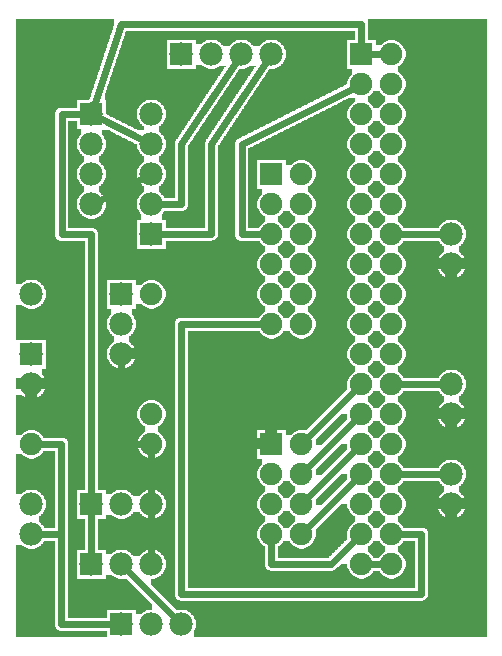
<source format=gtl>
G04 MADE WITH FRITZING*
G04 WWW.FRITZING.ORG*
G04 DOUBLE SIDED*
G04 HOLES PLATED*
G04 CONTOUR ON CENTER OF CONTOUR VECTOR*
%ASAXBY*%
%FSLAX23Y23*%
%MOIN*%
%OFA0B0*%
%SFA1.0B1.0*%
%ADD10C,0.075000*%
%ADD11C,0.078000*%
%ADD12R,0.075000X0.075000*%
%ADD13R,0.078000X0.078000*%
%ADD14C,0.024000*%
%LNCOPPER1*%
G90*
G70*
G54D10*
X1035Y1724D03*
X113Y2019D03*
X1397Y2019D03*
X113Y260D03*
G54D11*
X1491Y884D03*
X1491Y784D03*
X91Y1184D03*
X1491Y1384D03*
X1491Y1284D03*
X1491Y584D03*
X1491Y484D03*
X91Y484D03*
X91Y384D03*
G54D10*
X491Y684D03*
X91Y684D03*
X491Y1184D03*
X491Y784D03*
X891Y1584D03*
X991Y1584D03*
X891Y1484D03*
X991Y1484D03*
X891Y1384D03*
X991Y1384D03*
X891Y1284D03*
X991Y1284D03*
X891Y1184D03*
X991Y1184D03*
X891Y1084D03*
X991Y1084D03*
G54D11*
X391Y84D03*
X491Y84D03*
X591Y84D03*
X591Y1984D03*
X691Y1984D03*
X791Y1984D03*
X891Y1984D03*
G54D10*
X1191Y1984D03*
X1291Y1984D03*
X1191Y1884D03*
X1291Y1884D03*
X1191Y1784D03*
X1291Y1784D03*
X1191Y1684D03*
X1291Y1684D03*
X1191Y1584D03*
X1291Y1584D03*
X1191Y1484D03*
X1291Y1484D03*
X1191Y1384D03*
X1291Y1384D03*
X1191Y1284D03*
X1291Y1284D03*
X1191Y1184D03*
X1291Y1184D03*
X1191Y1084D03*
X1291Y1084D03*
X1191Y984D03*
X1291Y984D03*
X1191Y884D03*
X1291Y884D03*
X1191Y784D03*
X1291Y784D03*
X1191Y684D03*
X1291Y684D03*
X1191Y584D03*
X1291Y584D03*
X1191Y484D03*
X1291Y484D03*
X1191Y384D03*
X1291Y384D03*
X1191Y284D03*
X1291Y284D03*
X891Y684D03*
X991Y684D03*
X891Y584D03*
X991Y584D03*
X891Y484D03*
X991Y484D03*
X891Y384D03*
X991Y384D03*
G54D11*
X491Y1384D03*
X491Y1484D03*
X491Y1584D03*
X491Y1684D03*
X491Y1784D03*
X291Y1784D03*
X291Y1684D03*
X291Y1584D03*
X291Y1484D03*
X91Y984D03*
X91Y884D03*
X291Y284D03*
X391Y284D03*
X491Y284D03*
X391Y1184D03*
X391Y1084D03*
X391Y984D03*
X291Y484D03*
X391Y484D03*
X491Y484D03*
G54D12*
X891Y1584D03*
G54D13*
X391Y84D03*
X591Y1984D03*
G54D12*
X1191Y1984D03*
X891Y684D03*
G54D13*
X491Y1384D03*
X291Y1784D03*
X91Y984D03*
X291Y284D03*
X391Y1184D03*
X291Y484D03*
G54D14*
X890Y284D02*
X1091Y284D01*
D02*
X1091Y284D02*
X1171Y363D01*
D02*
X891Y355D02*
X890Y284D01*
D02*
X1011Y404D02*
X1171Y563D01*
D02*
X1011Y504D02*
X1171Y663D01*
D02*
X1011Y604D02*
X1171Y763D01*
D02*
X1171Y863D02*
X1011Y704D01*
D02*
X1391Y384D02*
X1320Y384D01*
D02*
X1391Y184D02*
X1391Y384D01*
D02*
X590Y184D02*
X1391Y184D01*
D02*
X590Y1084D02*
X590Y184D01*
D02*
X862Y1084D02*
X590Y1084D01*
D02*
X792Y1684D02*
X1165Y1871D01*
D02*
X792Y1383D02*
X792Y1684D01*
D02*
X862Y1383D02*
X792Y1383D01*
D02*
X1220Y1984D02*
X1262Y1984D01*
D02*
X591Y1684D02*
X591Y1483D01*
D02*
X774Y1959D02*
X591Y1684D01*
D02*
X591Y1483D02*
X521Y1483D01*
D02*
X874Y1959D02*
X691Y1684D01*
D02*
X691Y1684D02*
X691Y1385D01*
D02*
X691Y1385D02*
X521Y1384D01*
D02*
X300Y1812D02*
X390Y2083D01*
D02*
X1191Y2083D02*
X1191Y2012D01*
D02*
X390Y2083D02*
X1191Y2083D01*
D02*
X318Y1770D02*
X464Y1697D01*
D02*
X318Y1497D02*
X464Y1570D01*
D02*
X1320Y584D02*
X1461Y584D01*
D02*
X1320Y884D02*
X1461Y884D01*
D02*
X1320Y1384D02*
X1461Y1384D01*
D02*
X491Y453D02*
X491Y314D01*
D02*
X291Y453D02*
X291Y314D01*
D02*
X570Y105D02*
X412Y262D01*
D02*
X191Y84D02*
X361Y84D01*
D02*
X191Y383D02*
X191Y84D01*
D02*
X121Y383D02*
X191Y383D01*
D02*
X191Y383D02*
X121Y383D01*
D02*
X191Y684D02*
X191Y383D01*
D02*
X119Y684D02*
X191Y684D01*
D02*
X491Y514D02*
X491Y655D01*
D02*
X291Y1383D02*
X192Y1383D01*
D02*
X192Y1784D02*
X261Y1784D01*
D02*
X291Y514D02*
X291Y1383D01*
D02*
X192Y1383D02*
X192Y1784D01*
D02*
X1262Y284D02*
X1220Y284D01*
D02*
X392Y683D02*
X391Y953D01*
D02*
X462Y684D02*
X392Y683D01*
G36*
X1230Y1860D02*
X1230Y1858D01*
X1228Y1858D01*
X1228Y1856D01*
X1226Y1856D01*
X1226Y1852D01*
X1224Y1852D01*
X1224Y1850D01*
X1222Y1850D01*
X1222Y1848D01*
X1218Y1848D01*
X1218Y1846D01*
X1216Y1846D01*
X1216Y1844D01*
X1214Y1844D01*
X1214Y1824D01*
X1216Y1824D01*
X1216Y1822D01*
X1218Y1822D01*
X1218Y1820D01*
X1220Y1820D01*
X1220Y1818D01*
X1222Y1818D01*
X1222Y1816D01*
X1224Y1816D01*
X1224Y1814D01*
X1226Y1814D01*
X1226Y1812D01*
X1228Y1812D01*
X1228Y1810D01*
X1230Y1810D01*
X1230Y1806D01*
X1250Y1806D01*
X1250Y1808D01*
X1252Y1808D01*
X1252Y1810D01*
X1254Y1810D01*
X1254Y1812D01*
X1256Y1812D01*
X1256Y1814D01*
X1258Y1814D01*
X1258Y1816D01*
X1260Y1816D01*
X1260Y1818D01*
X1262Y1818D01*
X1262Y1820D01*
X1264Y1820D01*
X1264Y1822D01*
X1266Y1822D01*
X1266Y1824D01*
X1268Y1824D01*
X1268Y1844D01*
X1266Y1844D01*
X1266Y1846D01*
X1262Y1846D01*
X1262Y1848D01*
X1260Y1848D01*
X1260Y1850D01*
X1258Y1850D01*
X1258Y1852D01*
X1256Y1852D01*
X1256Y1854D01*
X1254Y1854D01*
X1254Y1858D01*
X1252Y1858D01*
X1252Y1860D01*
X1230Y1860D01*
G37*
D02*
G36*
X1230Y1760D02*
X1230Y1758D01*
X1228Y1758D01*
X1228Y1756D01*
X1226Y1756D01*
X1226Y1752D01*
X1224Y1752D01*
X1224Y1750D01*
X1222Y1750D01*
X1222Y1748D01*
X1218Y1748D01*
X1218Y1746D01*
X1216Y1746D01*
X1216Y1744D01*
X1214Y1744D01*
X1214Y1724D01*
X1216Y1724D01*
X1216Y1722D01*
X1218Y1722D01*
X1218Y1720D01*
X1220Y1720D01*
X1220Y1718D01*
X1222Y1718D01*
X1222Y1716D01*
X1224Y1716D01*
X1224Y1714D01*
X1226Y1714D01*
X1226Y1712D01*
X1228Y1712D01*
X1228Y1710D01*
X1230Y1710D01*
X1230Y1706D01*
X1250Y1706D01*
X1250Y1708D01*
X1252Y1708D01*
X1252Y1710D01*
X1254Y1710D01*
X1254Y1712D01*
X1256Y1712D01*
X1256Y1714D01*
X1258Y1714D01*
X1258Y1716D01*
X1260Y1716D01*
X1260Y1718D01*
X1262Y1718D01*
X1262Y1720D01*
X1264Y1720D01*
X1264Y1722D01*
X1266Y1722D01*
X1266Y1724D01*
X1268Y1724D01*
X1268Y1744D01*
X1266Y1744D01*
X1266Y1746D01*
X1262Y1746D01*
X1262Y1748D01*
X1260Y1748D01*
X1260Y1750D01*
X1258Y1750D01*
X1258Y1752D01*
X1256Y1752D01*
X1256Y1754D01*
X1254Y1754D01*
X1254Y1758D01*
X1252Y1758D01*
X1252Y1760D01*
X1230Y1760D01*
G37*
D02*
G36*
X1230Y1660D02*
X1230Y1658D01*
X1228Y1658D01*
X1228Y1656D01*
X1226Y1656D01*
X1226Y1652D01*
X1224Y1652D01*
X1224Y1650D01*
X1222Y1650D01*
X1222Y1648D01*
X1218Y1648D01*
X1218Y1646D01*
X1216Y1646D01*
X1216Y1644D01*
X1214Y1644D01*
X1214Y1624D01*
X1216Y1624D01*
X1216Y1622D01*
X1218Y1622D01*
X1218Y1620D01*
X1220Y1620D01*
X1220Y1618D01*
X1222Y1618D01*
X1222Y1616D01*
X1224Y1616D01*
X1224Y1614D01*
X1226Y1614D01*
X1226Y1612D01*
X1228Y1612D01*
X1228Y1610D01*
X1230Y1610D01*
X1230Y1606D01*
X1250Y1606D01*
X1250Y1608D01*
X1252Y1608D01*
X1252Y1610D01*
X1254Y1610D01*
X1254Y1612D01*
X1256Y1612D01*
X1256Y1614D01*
X1258Y1614D01*
X1258Y1616D01*
X1260Y1616D01*
X1260Y1618D01*
X1262Y1618D01*
X1262Y1620D01*
X1264Y1620D01*
X1264Y1622D01*
X1266Y1622D01*
X1266Y1624D01*
X1268Y1624D01*
X1268Y1644D01*
X1266Y1644D01*
X1266Y1646D01*
X1262Y1646D01*
X1262Y1648D01*
X1260Y1648D01*
X1260Y1650D01*
X1258Y1650D01*
X1258Y1652D01*
X1256Y1652D01*
X1256Y1654D01*
X1254Y1654D01*
X1254Y1658D01*
X1252Y1658D01*
X1252Y1660D01*
X1230Y1660D01*
G37*
D02*
G36*
X1230Y1560D02*
X1230Y1558D01*
X1228Y1558D01*
X1228Y1556D01*
X1226Y1556D01*
X1226Y1552D01*
X1224Y1552D01*
X1224Y1550D01*
X1222Y1550D01*
X1222Y1548D01*
X1218Y1548D01*
X1218Y1546D01*
X1216Y1546D01*
X1216Y1544D01*
X1214Y1544D01*
X1214Y1524D01*
X1216Y1524D01*
X1216Y1522D01*
X1218Y1522D01*
X1218Y1520D01*
X1220Y1520D01*
X1220Y1518D01*
X1222Y1518D01*
X1222Y1516D01*
X1224Y1516D01*
X1224Y1514D01*
X1226Y1514D01*
X1226Y1512D01*
X1228Y1512D01*
X1228Y1510D01*
X1230Y1510D01*
X1230Y1506D01*
X1250Y1506D01*
X1250Y1508D01*
X1252Y1508D01*
X1252Y1510D01*
X1254Y1510D01*
X1254Y1512D01*
X1256Y1512D01*
X1256Y1514D01*
X1258Y1514D01*
X1258Y1516D01*
X1260Y1516D01*
X1260Y1518D01*
X1262Y1518D01*
X1262Y1520D01*
X1264Y1520D01*
X1264Y1522D01*
X1266Y1522D01*
X1266Y1524D01*
X1268Y1524D01*
X1268Y1544D01*
X1266Y1544D01*
X1266Y1546D01*
X1262Y1546D01*
X1262Y1548D01*
X1260Y1548D01*
X1260Y1550D01*
X1258Y1550D01*
X1258Y1552D01*
X1256Y1552D01*
X1256Y1554D01*
X1254Y1554D01*
X1254Y1558D01*
X1252Y1558D01*
X1252Y1560D01*
X1230Y1560D01*
G37*
D02*
G36*
X818Y1946D02*
X818Y1944D01*
X816Y1944D01*
X816Y1942D01*
X812Y1942D01*
X812Y1940D01*
X808Y1940D01*
X808Y1938D01*
X804Y1938D01*
X804Y1936D01*
X796Y1936D01*
X796Y1934D01*
X784Y1934D01*
X784Y1932D01*
X782Y1932D01*
X782Y1930D01*
X780Y1930D01*
X780Y1926D01*
X778Y1926D01*
X778Y1924D01*
X776Y1924D01*
X776Y1920D01*
X774Y1920D01*
X774Y1918D01*
X772Y1918D01*
X772Y1914D01*
X770Y1914D01*
X770Y1912D01*
X768Y1912D01*
X768Y1908D01*
X766Y1908D01*
X766Y1906D01*
X764Y1906D01*
X764Y1902D01*
X762Y1902D01*
X762Y1900D01*
X760Y1900D01*
X760Y1896D01*
X758Y1896D01*
X758Y1894D01*
X756Y1894D01*
X756Y1890D01*
X754Y1890D01*
X754Y1888D01*
X752Y1888D01*
X752Y1884D01*
X750Y1884D01*
X750Y1882D01*
X748Y1882D01*
X748Y1878D01*
X746Y1878D01*
X746Y1876D01*
X744Y1876D01*
X744Y1872D01*
X742Y1872D01*
X742Y1870D01*
X740Y1870D01*
X740Y1866D01*
X738Y1866D01*
X738Y1864D01*
X736Y1864D01*
X736Y1860D01*
X734Y1860D01*
X734Y1858D01*
X732Y1858D01*
X732Y1854D01*
X730Y1854D01*
X730Y1852D01*
X728Y1852D01*
X728Y1848D01*
X726Y1848D01*
X726Y1846D01*
X724Y1846D01*
X724Y1842D01*
X722Y1842D01*
X722Y1840D01*
X720Y1840D01*
X720Y1836D01*
X718Y1836D01*
X718Y1834D01*
X716Y1834D01*
X716Y1830D01*
X714Y1830D01*
X714Y1828D01*
X712Y1828D01*
X712Y1824D01*
X710Y1824D01*
X710Y1822D01*
X708Y1822D01*
X708Y1818D01*
X706Y1818D01*
X706Y1816D01*
X704Y1816D01*
X704Y1812D01*
X702Y1812D01*
X702Y1810D01*
X700Y1810D01*
X700Y1806D01*
X698Y1806D01*
X698Y1804D01*
X696Y1804D01*
X696Y1800D01*
X694Y1800D01*
X694Y1798D01*
X692Y1798D01*
X692Y1794D01*
X690Y1794D01*
X690Y1792D01*
X688Y1792D01*
X688Y1788D01*
X686Y1788D01*
X686Y1786D01*
X684Y1786D01*
X684Y1782D01*
X682Y1782D01*
X682Y1780D01*
X680Y1780D01*
X680Y1776D01*
X678Y1776D01*
X678Y1774D01*
X676Y1774D01*
X676Y1770D01*
X674Y1770D01*
X674Y1768D01*
X672Y1768D01*
X672Y1764D01*
X670Y1764D01*
X670Y1762D01*
X668Y1762D01*
X668Y1758D01*
X666Y1758D01*
X666Y1756D01*
X664Y1756D01*
X664Y1752D01*
X662Y1752D01*
X662Y1750D01*
X660Y1750D01*
X660Y1746D01*
X658Y1746D01*
X658Y1744D01*
X656Y1744D01*
X656Y1740D01*
X654Y1740D01*
X654Y1738D01*
X652Y1738D01*
X652Y1734D01*
X650Y1734D01*
X650Y1732D01*
X648Y1732D01*
X648Y1728D01*
X646Y1728D01*
X646Y1726D01*
X644Y1726D01*
X644Y1722D01*
X642Y1722D01*
X642Y1720D01*
X640Y1720D01*
X640Y1716D01*
X638Y1716D01*
X638Y1714D01*
X636Y1714D01*
X636Y1710D01*
X634Y1710D01*
X634Y1708D01*
X632Y1708D01*
X632Y1704D01*
X630Y1704D01*
X630Y1702D01*
X628Y1702D01*
X628Y1698D01*
X626Y1698D01*
X626Y1696D01*
X624Y1696D01*
X624Y1692D01*
X622Y1692D01*
X622Y1690D01*
X620Y1690D01*
X620Y1686D01*
X618Y1686D01*
X618Y1684D01*
X616Y1684D01*
X616Y1680D01*
X614Y1680D01*
X614Y1678D01*
X612Y1678D01*
X612Y1474D01*
X610Y1474D01*
X610Y1470D01*
X608Y1470D01*
X608Y1468D01*
X606Y1468D01*
X606Y1466D01*
X604Y1466D01*
X604Y1464D01*
X600Y1464D01*
X600Y1462D01*
X594Y1462D01*
X594Y1460D01*
X670Y1460D01*
X670Y1692D01*
X672Y1692D01*
X672Y1696D01*
X674Y1696D01*
X674Y1700D01*
X676Y1700D01*
X676Y1702D01*
X678Y1702D01*
X678Y1706D01*
X680Y1706D01*
X680Y1708D01*
X682Y1708D01*
X682Y1712D01*
X684Y1712D01*
X684Y1714D01*
X686Y1714D01*
X686Y1718D01*
X688Y1718D01*
X688Y1720D01*
X690Y1720D01*
X690Y1724D01*
X692Y1724D01*
X692Y1726D01*
X694Y1726D01*
X694Y1730D01*
X696Y1730D01*
X696Y1732D01*
X698Y1732D01*
X698Y1736D01*
X700Y1736D01*
X700Y1738D01*
X702Y1738D01*
X702Y1742D01*
X704Y1742D01*
X704Y1744D01*
X706Y1744D01*
X706Y1748D01*
X708Y1748D01*
X708Y1750D01*
X710Y1750D01*
X710Y1754D01*
X712Y1754D01*
X712Y1756D01*
X714Y1756D01*
X714Y1760D01*
X716Y1760D01*
X716Y1762D01*
X718Y1762D01*
X718Y1766D01*
X720Y1766D01*
X720Y1768D01*
X722Y1768D01*
X722Y1772D01*
X724Y1772D01*
X724Y1774D01*
X726Y1774D01*
X726Y1778D01*
X728Y1778D01*
X728Y1780D01*
X730Y1780D01*
X730Y1784D01*
X732Y1784D01*
X732Y1786D01*
X734Y1786D01*
X734Y1790D01*
X736Y1790D01*
X736Y1792D01*
X738Y1792D01*
X738Y1796D01*
X740Y1796D01*
X740Y1798D01*
X742Y1798D01*
X742Y1802D01*
X744Y1802D01*
X744Y1804D01*
X746Y1804D01*
X746Y1808D01*
X748Y1808D01*
X748Y1810D01*
X750Y1810D01*
X750Y1814D01*
X752Y1814D01*
X752Y1816D01*
X754Y1816D01*
X754Y1820D01*
X756Y1820D01*
X756Y1822D01*
X758Y1822D01*
X758Y1826D01*
X760Y1826D01*
X760Y1828D01*
X762Y1828D01*
X762Y1832D01*
X764Y1832D01*
X764Y1834D01*
X766Y1834D01*
X766Y1838D01*
X768Y1838D01*
X768Y1840D01*
X770Y1840D01*
X770Y1844D01*
X772Y1844D01*
X772Y1846D01*
X774Y1846D01*
X774Y1850D01*
X776Y1850D01*
X776Y1852D01*
X778Y1852D01*
X778Y1856D01*
X780Y1856D01*
X780Y1858D01*
X782Y1858D01*
X782Y1862D01*
X784Y1862D01*
X784Y1864D01*
X786Y1864D01*
X786Y1868D01*
X788Y1868D01*
X788Y1870D01*
X790Y1870D01*
X790Y1874D01*
X792Y1874D01*
X792Y1876D01*
X794Y1876D01*
X794Y1880D01*
X796Y1880D01*
X796Y1882D01*
X798Y1882D01*
X798Y1886D01*
X800Y1886D01*
X800Y1888D01*
X802Y1888D01*
X802Y1892D01*
X804Y1892D01*
X804Y1894D01*
X806Y1894D01*
X806Y1898D01*
X808Y1898D01*
X808Y1900D01*
X810Y1900D01*
X810Y1904D01*
X812Y1904D01*
X812Y1906D01*
X814Y1906D01*
X814Y1910D01*
X816Y1910D01*
X816Y1912D01*
X818Y1912D01*
X818Y1916D01*
X820Y1916D01*
X820Y1918D01*
X822Y1918D01*
X822Y1922D01*
X824Y1922D01*
X824Y1924D01*
X826Y1924D01*
X826Y1928D01*
X828Y1928D01*
X828Y1930D01*
X830Y1930D01*
X830Y1934D01*
X832Y1934D01*
X832Y1936D01*
X834Y1936D01*
X834Y1940D01*
X836Y1940D01*
X836Y1942D01*
X838Y1942D01*
X838Y1946D01*
X818Y1946D01*
G37*
D02*
G36*
X534Y1462D02*
X534Y1460D01*
X572Y1460D01*
X572Y1462D01*
X534Y1462D01*
G37*
D02*
G36*
X532Y1460D02*
X532Y1458D01*
X670Y1458D01*
X670Y1460D01*
X532Y1460D01*
G37*
D02*
G36*
X532Y1460D02*
X532Y1458D01*
X670Y1458D01*
X670Y1460D01*
X532Y1460D01*
G37*
D02*
G36*
X530Y1458D02*
X530Y1456D01*
X528Y1456D01*
X528Y1452D01*
X526Y1452D01*
X526Y1432D01*
X540Y1432D01*
X540Y1406D01*
X670Y1406D01*
X670Y1458D01*
X530Y1458D01*
G37*
D02*
G36*
X930Y1460D02*
X930Y1458D01*
X928Y1458D01*
X928Y1456D01*
X926Y1456D01*
X926Y1452D01*
X924Y1452D01*
X924Y1450D01*
X922Y1450D01*
X922Y1448D01*
X918Y1448D01*
X918Y1446D01*
X916Y1446D01*
X916Y1444D01*
X914Y1444D01*
X914Y1424D01*
X916Y1424D01*
X916Y1422D01*
X918Y1422D01*
X918Y1420D01*
X920Y1420D01*
X920Y1418D01*
X922Y1418D01*
X922Y1416D01*
X924Y1416D01*
X924Y1414D01*
X926Y1414D01*
X926Y1412D01*
X928Y1412D01*
X928Y1410D01*
X930Y1410D01*
X930Y1406D01*
X950Y1406D01*
X950Y1408D01*
X952Y1408D01*
X952Y1410D01*
X954Y1410D01*
X954Y1412D01*
X956Y1412D01*
X956Y1414D01*
X958Y1414D01*
X958Y1416D01*
X960Y1416D01*
X960Y1418D01*
X962Y1418D01*
X962Y1420D01*
X964Y1420D01*
X964Y1422D01*
X966Y1422D01*
X966Y1424D01*
X968Y1424D01*
X968Y1444D01*
X966Y1444D01*
X966Y1446D01*
X962Y1446D01*
X962Y1448D01*
X960Y1448D01*
X960Y1450D01*
X958Y1450D01*
X958Y1452D01*
X956Y1452D01*
X956Y1454D01*
X954Y1454D01*
X954Y1458D01*
X952Y1458D01*
X952Y1460D01*
X930Y1460D01*
G37*
D02*
G36*
X1230Y1460D02*
X1230Y1458D01*
X1228Y1458D01*
X1228Y1456D01*
X1226Y1456D01*
X1226Y1452D01*
X1224Y1452D01*
X1224Y1450D01*
X1222Y1450D01*
X1222Y1448D01*
X1218Y1448D01*
X1218Y1446D01*
X1216Y1446D01*
X1216Y1444D01*
X1214Y1444D01*
X1214Y1424D01*
X1216Y1424D01*
X1216Y1422D01*
X1218Y1422D01*
X1218Y1420D01*
X1220Y1420D01*
X1220Y1418D01*
X1222Y1418D01*
X1222Y1416D01*
X1224Y1416D01*
X1224Y1414D01*
X1226Y1414D01*
X1226Y1412D01*
X1228Y1412D01*
X1228Y1410D01*
X1230Y1410D01*
X1230Y1406D01*
X1250Y1406D01*
X1250Y1408D01*
X1252Y1408D01*
X1252Y1410D01*
X1254Y1410D01*
X1254Y1412D01*
X1256Y1412D01*
X1256Y1414D01*
X1258Y1414D01*
X1258Y1416D01*
X1260Y1416D01*
X1260Y1418D01*
X1262Y1418D01*
X1262Y1420D01*
X1264Y1420D01*
X1264Y1422D01*
X1266Y1422D01*
X1266Y1424D01*
X1268Y1424D01*
X1268Y1444D01*
X1266Y1444D01*
X1266Y1446D01*
X1262Y1446D01*
X1262Y1448D01*
X1260Y1448D01*
X1260Y1450D01*
X1258Y1450D01*
X1258Y1452D01*
X1256Y1452D01*
X1256Y1454D01*
X1254Y1454D01*
X1254Y1458D01*
X1252Y1458D01*
X1252Y1460D01*
X1230Y1460D01*
G37*
D02*
G36*
X930Y1360D02*
X930Y1358D01*
X928Y1358D01*
X928Y1356D01*
X926Y1356D01*
X926Y1352D01*
X924Y1352D01*
X924Y1350D01*
X922Y1350D01*
X922Y1348D01*
X918Y1348D01*
X918Y1346D01*
X916Y1346D01*
X916Y1344D01*
X914Y1344D01*
X914Y1324D01*
X916Y1324D01*
X916Y1322D01*
X918Y1322D01*
X918Y1320D01*
X920Y1320D01*
X920Y1318D01*
X922Y1318D01*
X922Y1316D01*
X924Y1316D01*
X924Y1314D01*
X926Y1314D01*
X926Y1312D01*
X928Y1312D01*
X928Y1310D01*
X930Y1310D01*
X930Y1306D01*
X950Y1306D01*
X950Y1308D01*
X952Y1308D01*
X952Y1310D01*
X954Y1310D01*
X954Y1312D01*
X956Y1312D01*
X956Y1314D01*
X958Y1314D01*
X958Y1316D01*
X960Y1316D01*
X960Y1318D01*
X962Y1318D01*
X962Y1320D01*
X964Y1320D01*
X964Y1322D01*
X966Y1322D01*
X966Y1324D01*
X968Y1324D01*
X968Y1344D01*
X966Y1344D01*
X966Y1346D01*
X962Y1346D01*
X962Y1348D01*
X960Y1348D01*
X960Y1350D01*
X958Y1350D01*
X958Y1352D01*
X956Y1352D01*
X956Y1354D01*
X954Y1354D01*
X954Y1358D01*
X952Y1358D01*
X952Y1360D01*
X930Y1360D01*
G37*
D02*
G36*
X1230Y1360D02*
X1230Y1358D01*
X1228Y1358D01*
X1228Y1356D01*
X1226Y1356D01*
X1226Y1352D01*
X1224Y1352D01*
X1224Y1350D01*
X1222Y1350D01*
X1222Y1348D01*
X1218Y1348D01*
X1218Y1346D01*
X1216Y1346D01*
X1216Y1344D01*
X1214Y1344D01*
X1214Y1324D01*
X1216Y1324D01*
X1216Y1322D01*
X1218Y1322D01*
X1218Y1320D01*
X1220Y1320D01*
X1220Y1318D01*
X1222Y1318D01*
X1222Y1316D01*
X1224Y1316D01*
X1224Y1314D01*
X1226Y1314D01*
X1226Y1312D01*
X1228Y1312D01*
X1228Y1310D01*
X1230Y1310D01*
X1230Y1306D01*
X1250Y1306D01*
X1250Y1308D01*
X1252Y1308D01*
X1252Y1310D01*
X1254Y1310D01*
X1254Y1312D01*
X1256Y1312D01*
X1256Y1314D01*
X1258Y1314D01*
X1258Y1316D01*
X1260Y1316D01*
X1260Y1318D01*
X1262Y1318D01*
X1262Y1320D01*
X1264Y1320D01*
X1264Y1322D01*
X1266Y1322D01*
X1266Y1324D01*
X1268Y1324D01*
X1268Y1344D01*
X1266Y1344D01*
X1266Y1346D01*
X1262Y1346D01*
X1262Y1348D01*
X1260Y1348D01*
X1260Y1350D01*
X1258Y1350D01*
X1258Y1352D01*
X1256Y1352D01*
X1256Y1354D01*
X1254Y1354D01*
X1254Y1358D01*
X1252Y1358D01*
X1252Y1360D01*
X1230Y1360D01*
G37*
D02*
G36*
X930Y1260D02*
X930Y1258D01*
X928Y1258D01*
X928Y1256D01*
X926Y1256D01*
X926Y1252D01*
X924Y1252D01*
X924Y1250D01*
X922Y1250D01*
X922Y1248D01*
X918Y1248D01*
X918Y1246D01*
X916Y1246D01*
X916Y1244D01*
X914Y1244D01*
X914Y1224D01*
X916Y1224D01*
X916Y1222D01*
X918Y1222D01*
X918Y1220D01*
X920Y1220D01*
X920Y1218D01*
X922Y1218D01*
X922Y1216D01*
X924Y1216D01*
X924Y1214D01*
X926Y1214D01*
X926Y1212D01*
X928Y1212D01*
X928Y1210D01*
X930Y1210D01*
X930Y1206D01*
X950Y1206D01*
X950Y1208D01*
X952Y1208D01*
X952Y1210D01*
X954Y1210D01*
X954Y1212D01*
X956Y1212D01*
X956Y1214D01*
X958Y1214D01*
X958Y1216D01*
X960Y1216D01*
X960Y1218D01*
X962Y1218D01*
X962Y1220D01*
X964Y1220D01*
X964Y1222D01*
X966Y1222D01*
X966Y1224D01*
X968Y1224D01*
X968Y1244D01*
X966Y1244D01*
X966Y1246D01*
X962Y1246D01*
X962Y1248D01*
X960Y1248D01*
X960Y1250D01*
X958Y1250D01*
X958Y1252D01*
X956Y1252D01*
X956Y1254D01*
X954Y1254D01*
X954Y1258D01*
X952Y1258D01*
X952Y1260D01*
X930Y1260D01*
G37*
D02*
G36*
X1230Y1260D02*
X1230Y1258D01*
X1228Y1258D01*
X1228Y1256D01*
X1226Y1256D01*
X1226Y1252D01*
X1224Y1252D01*
X1224Y1250D01*
X1222Y1250D01*
X1222Y1248D01*
X1218Y1248D01*
X1218Y1246D01*
X1216Y1246D01*
X1216Y1244D01*
X1214Y1244D01*
X1214Y1224D01*
X1216Y1224D01*
X1216Y1222D01*
X1218Y1222D01*
X1218Y1220D01*
X1220Y1220D01*
X1220Y1218D01*
X1222Y1218D01*
X1222Y1216D01*
X1224Y1216D01*
X1224Y1214D01*
X1226Y1214D01*
X1226Y1212D01*
X1228Y1212D01*
X1228Y1210D01*
X1230Y1210D01*
X1230Y1206D01*
X1250Y1206D01*
X1250Y1208D01*
X1252Y1208D01*
X1252Y1210D01*
X1254Y1210D01*
X1254Y1212D01*
X1256Y1212D01*
X1256Y1214D01*
X1258Y1214D01*
X1258Y1216D01*
X1260Y1216D01*
X1260Y1218D01*
X1262Y1218D01*
X1262Y1220D01*
X1264Y1220D01*
X1264Y1222D01*
X1266Y1222D01*
X1266Y1224D01*
X1268Y1224D01*
X1268Y1244D01*
X1266Y1244D01*
X1266Y1246D01*
X1262Y1246D01*
X1262Y1248D01*
X1260Y1248D01*
X1260Y1250D01*
X1258Y1250D01*
X1258Y1252D01*
X1256Y1252D01*
X1256Y1254D01*
X1254Y1254D01*
X1254Y1258D01*
X1252Y1258D01*
X1252Y1260D01*
X1230Y1260D01*
G37*
D02*
G36*
X930Y1160D02*
X930Y1158D01*
X928Y1158D01*
X928Y1156D01*
X926Y1156D01*
X926Y1152D01*
X924Y1152D01*
X924Y1150D01*
X922Y1150D01*
X922Y1148D01*
X918Y1148D01*
X918Y1146D01*
X916Y1146D01*
X916Y1144D01*
X914Y1144D01*
X914Y1124D01*
X916Y1124D01*
X916Y1122D01*
X918Y1122D01*
X918Y1120D01*
X920Y1120D01*
X920Y1118D01*
X922Y1118D01*
X922Y1116D01*
X924Y1116D01*
X924Y1114D01*
X926Y1114D01*
X926Y1112D01*
X928Y1112D01*
X928Y1110D01*
X930Y1110D01*
X930Y1106D01*
X950Y1106D01*
X950Y1108D01*
X952Y1108D01*
X952Y1110D01*
X954Y1110D01*
X954Y1112D01*
X956Y1112D01*
X956Y1114D01*
X958Y1114D01*
X958Y1116D01*
X960Y1116D01*
X960Y1118D01*
X962Y1118D01*
X962Y1120D01*
X964Y1120D01*
X964Y1122D01*
X966Y1122D01*
X966Y1124D01*
X968Y1124D01*
X968Y1144D01*
X966Y1144D01*
X966Y1146D01*
X962Y1146D01*
X962Y1148D01*
X960Y1148D01*
X960Y1150D01*
X958Y1150D01*
X958Y1152D01*
X956Y1152D01*
X956Y1154D01*
X954Y1154D01*
X954Y1158D01*
X952Y1158D01*
X952Y1160D01*
X930Y1160D01*
G37*
D02*
G36*
X1230Y1160D02*
X1230Y1158D01*
X1228Y1158D01*
X1228Y1156D01*
X1226Y1156D01*
X1226Y1152D01*
X1224Y1152D01*
X1224Y1150D01*
X1222Y1150D01*
X1222Y1148D01*
X1218Y1148D01*
X1218Y1146D01*
X1216Y1146D01*
X1216Y1144D01*
X1214Y1144D01*
X1214Y1124D01*
X1216Y1124D01*
X1216Y1122D01*
X1218Y1122D01*
X1218Y1120D01*
X1220Y1120D01*
X1220Y1118D01*
X1222Y1118D01*
X1222Y1116D01*
X1224Y1116D01*
X1224Y1114D01*
X1226Y1114D01*
X1226Y1112D01*
X1228Y1112D01*
X1228Y1110D01*
X1230Y1110D01*
X1230Y1106D01*
X1250Y1106D01*
X1250Y1108D01*
X1252Y1108D01*
X1252Y1110D01*
X1254Y1110D01*
X1254Y1112D01*
X1256Y1112D01*
X1256Y1114D01*
X1258Y1114D01*
X1258Y1116D01*
X1260Y1116D01*
X1260Y1118D01*
X1262Y1118D01*
X1262Y1120D01*
X1264Y1120D01*
X1264Y1122D01*
X1266Y1122D01*
X1266Y1124D01*
X1268Y1124D01*
X1268Y1144D01*
X1266Y1144D01*
X1266Y1146D01*
X1262Y1146D01*
X1262Y1148D01*
X1260Y1148D01*
X1260Y1150D01*
X1258Y1150D01*
X1258Y1152D01*
X1256Y1152D01*
X1256Y1154D01*
X1254Y1154D01*
X1254Y1158D01*
X1252Y1158D01*
X1252Y1160D01*
X1230Y1160D01*
G37*
D02*
G36*
X1146Y1838D02*
X1146Y1836D01*
X1142Y1836D01*
X1142Y1834D01*
X1138Y1834D01*
X1138Y1832D01*
X1134Y1832D01*
X1134Y1830D01*
X1130Y1830D01*
X1130Y1828D01*
X1126Y1828D01*
X1126Y1826D01*
X1122Y1826D01*
X1122Y1824D01*
X1118Y1824D01*
X1118Y1822D01*
X1114Y1822D01*
X1114Y1820D01*
X1112Y1820D01*
X1112Y1818D01*
X1108Y1818D01*
X1108Y1816D01*
X1104Y1816D01*
X1104Y1814D01*
X1100Y1814D01*
X1100Y1812D01*
X1096Y1812D01*
X1096Y1810D01*
X1092Y1810D01*
X1092Y1808D01*
X1088Y1808D01*
X1088Y1806D01*
X1084Y1806D01*
X1084Y1804D01*
X1080Y1804D01*
X1080Y1802D01*
X1076Y1802D01*
X1076Y1800D01*
X1072Y1800D01*
X1072Y1798D01*
X1068Y1798D01*
X1068Y1796D01*
X1064Y1796D01*
X1064Y1794D01*
X1060Y1794D01*
X1060Y1792D01*
X1056Y1792D01*
X1056Y1790D01*
X1052Y1790D01*
X1052Y1788D01*
X1048Y1788D01*
X1048Y1786D01*
X1044Y1786D01*
X1044Y1784D01*
X1040Y1784D01*
X1040Y1782D01*
X1036Y1782D01*
X1036Y1780D01*
X1032Y1780D01*
X1032Y1778D01*
X1028Y1778D01*
X1028Y1776D01*
X1024Y1776D01*
X1024Y1774D01*
X1020Y1774D01*
X1020Y1772D01*
X1016Y1772D01*
X1016Y1770D01*
X1012Y1770D01*
X1012Y1768D01*
X1008Y1768D01*
X1008Y1766D01*
X1004Y1766D01*
X1004Y1764D01*
X1000Y1764D01*
X1000Y1762D01*
X996Y1762D01*
X996Y1760D01*
X992Y1760D01*
X992Y1758D01*
X988Y1758D01*
X988Y1756D01*
X984Y1756D01*
X984Y1754D01*
X980Y1754D01*
X980Y1752D01*
X976Y1752D01*
X976Y1750D01*
X972Y1750D01*
X972Y1748D01*
X968Y1748D01*
X968Y1746D01*
X964Y1746D01*
X964Y1744D01*
X960Y1744D01*
X960Y1742D01*
X956Y1742D01*
X956Y1740D01*
X952Y1740D01*
X952Y1738D01*
X948Y1738D01*
X948Y1736D01*
X944Y1736D01*
X944Y1734D01*
X940Y1734D01*
X940Y1732D01*
X936Y1732D01*
X936Y1730D01*
X932Y1730D01*
X932Y1728D01*
X928Y1728D01*
X928Y1726D01*
X924Y1726D01*
X924Y1724D01*
X920Y1724D01*
X920Y1722D01*
X916Y1722D01*
X916Y1720D01*
X912Y1720D01*
X912Y1718D01*
X908Y1718D01*
X908Y1716D01*
X904Y1716D01*
X904Y1714D01*
X900Y1714D01*
X900Y1712D01*
X896Y1712D01*
X896Y1710D01*
X892Y1710D01*
X892Y1708D01*
X888Y1708D01*
X888Y1706D01*
X884Y1706D01*
X884Y1704D01*
X880Y1704D01*
X880Y1702D01*
X876Y1702D01*
X876Y1700D01*
X872Y1700D01*
X872Y1698D01*
X868Y1698D01*
X868Y1696D01*
X864Y1696D01*
X864Y1694D01*
X860Y1694D01*
X860Y1692D01*
X856Y1692D01*
X856Y1690D01*
X852Y1690D01*
X852Y1688D01*
X848Y1688D01*
X848Y1686D01*
X844Y1686D01*
X844Y1684D01*
X840Y1684D01*
X840Y1682D01*
X836Y1682D01*
X836Y1680D01*
X832Y1680D01*
X832Y1678D01*
X828Y1678D01*
X828Y1676D01*
X824Y1676D01*
X824Y1674D01*
X820Y1674D01*
X820Y1672D01*
X816Y1672D01*
X816Y1670D01*
X814Y1670D01*
X814Y1632D01*
X994Y1632D01*
X994Y1630D01*
X1004Y1630D01*
X1004Y1628D01*
X1008Y1628D01*
X1008Y1626D01*
X1012Y1626D01*
X1012Y1624D01*
X1016Y1624D01*
X1016Y1622D01*
X1018Y1622D01*
X1018Y1620D01*
X1020Y1620D01*
X1020Y1618D01*
X1022Y1618D01*
X1022Y1616D01*
X1024Y1616D01*
X1024Y1614D01*
X1026Y1614D01*
X1026Y1612D01*
X1028Y1612D01*
X1028Y1610D01*
X1030Y1610D01*
X1030Y1606D01*
X1032Y1606D01*
X1032Y1604D01*
X1034Y1604D01*
X1034Y1600D01*
X1036Y1600D01*
X1036Y1594D01*
X1038Y1594D01*
X1038Y1574D01*
X1036Y1574D01*
X1036Y1568D01*
X1034Y1568D01*
X1034Y1564D01*
X1032Y1564D01*
X1032Y1560D01*
X1030Y1560D01*
X1030Y1558D01*
X1028Y1558D01*
X1028Y1556D01*
X1026Y1556D01*
X1026Y1552D01*
X1024Y1552D01*
X1024Y1550D01*
X1022Y1550D01*
X1022Y1548D01*
X1018Y1548D01*
X1018Y1546D01*
X1016Y1546D01*
X1016Y1544D01*
X1014Y1544D01*
X1014Y1524D01*
X1016Y1524D01*
X1016Y1522D01*
X1018Y1522D01*
X1018Y1520D01*
X1020Y1520D01*
X1020Y1518D01*
X1022Y1518D01*
X1022Y1516D01*
X1024Y1516D01*
X1024Y1514D01*
X1026Y1514D01*
X1026Y1512D01*
X1028Y1512D01*
X1028Y1510D01*
X1030Y1510D01*
X1030Y1506D01*
X1032Y1506D01*
X1032Y1504D01*
X1034Y1504D01*
X1034Y1500D01*
X1036Y1500D01*
X1036Y1494D01*
X1038Y1494D01*
X1038Y1474D01*
X1036Y1474D01*
X1036Y1468D01*
X1034Y1468D01*
X1034Y1464D01*
X1032Y1464D01*
X1032Y1460D01*
X1030Y1460D01*
X1030Y1458D01*
X1028Y1458D01*
X1028Y1456D01*
X1026Y1456D01*
X1026Y1452D01*
X1024Y1452D01*
X1024Y1450D01*
X1022Y1450D01*
X1022Y1448D01*
X1018Y1448D01*
X1018Y1446D01*
X1016Y1446D01*
X1016Y1444D01*
X1014Y1444D01*
X1014Y1424D01*
X1016Y1424D01*
X1016Y1422D01*
X1018Y1422D01*
X1018Y1420D01*
X1020Y1420D01*
X1020Y1418D01*
X1022Y1418D01*
X1022Y1416D01*
X1024Y1416D01*
X1024Y1414D01*
X1026Y1414D01*
X1026Y1412D01*
X1028Y1412D01*
X1028Y1410D01*
X1030Y1410D01*
X1030Y1406D01*
X1032Y1406D01*
X1032Y1404D01*
X1034Y1404D01*
X1034Y1400D01*
X1036Y1400D01*
X1036Y1394D01*
X1038Y1394D01*
X1038Y1374D01*
X1036Y1374D01*
X1036Y1368D01*
X1034Y1368D01*
X1034Y1364D01*
X1032Y1364D01*
X1032Y1360D01*
X1030Y1360D01*
X1030Y1358D01*
X1028Y1358D01*
X1028Y1356D01*
X1026Y1356D01*
X1026Y1352D01*
X1024Y1352D01*
X1024Y1350D01*
X1022Y1350D01*
X1022Y1348D01*
X1018Y1348D01*
X1018Y1346D01*
X1016Y1346D01*
X1016Y1344D01*
X1014Y1344D01*
X1014Y1324D01*
X1016Y1324D01*
X1016Y1322D01*
X1018Y1322D01*
X1018Y1320D01*
X1020Y1320D01*
X1020Y1318D01*
X1022Y1318D01*
X1022Y1316D01*
X1024Y1316D01*
X1024Y1314D01*
X1026Y1314D01*
X1026Y1312D01*
X1028Y1312D01*
X1028Y1310D01*
X1030Y1310D01*
X1030Y1306D01*
X1032Y1306D01*
X1032Y1304D01*
X1034Y1304D01*
X1034Y1300D01*
X1036Y1300D01*
X1036Y1294D01*
X1038Y1294D01*
X1038Y1274D01*
X1036Y1274D01*
X1036Y1268D01*
X1034Y1268D01*
X1034Y1264D01*
X1032Y1264D01*
X1032Y1260D01*
X1030Y1260D01*
X1030Y1258D01*
X1028Y1258D01*
X1028Y1256D01*
X1026Y1256D01*
X1026Y1252D01*
X1024Y1252D01*
X1024Y1250D01*
X1022Y1250D01*
X1022Y1248D01*
X1018Y1248D01*
X1018Y1246D01*
X1016Y1246D01*
X1016Y1244D01*
X1014Y1244D01*
X1014Y1224D01*
X1016Y1224D01*
X1016Y1222D01*
X1018Y1222D01*
X1018Y1220D01*
X1020Y1220D01*
X1020Y1218D01*
X1022Y1218D01*
X1022Y1216D01*
X1024Y1216D01*
X1024Y1214D01*
X1026Y1214D01*
X1026Y1212D01*
X1028Y1212D01*
X1028Y1210D01*
X1030Y1210D01*
X1030Y1206D01*
X1032Y1206D01*
X1032Y1204D01*
X1034Y1204D01*
X1034Y1200D01*
X1036Y1200D01*
X1036Y1194D01*
X1038Y1194D01*
X1038Y1174D01*
X1036Y1174D01*
X1036Y1168D01*
X1034Y1168D01*
X1034Y1164D01*
X1032Y1164D01*
X1032Y1160D01*
X1030Y1160D01*
X1030Y1158D01*
X1028Y1158D01*
X1028Y1156D01*
X1026Y1156D01*
X1026Y1152D01*
X1024Y1152D01*
X1024Y1150D01*
X1022Y1150D01*
X1022Y1148D01*
X1018Y1148D01*
X1018Y1146D01*
X1016Y1146D01*
X1016Y1144D01*
X1014Y1144D01*
X1014Y1124D01*
X1016Y1124D01*
X1016Y1122D01*
X1018Y1122D01*
X1018Y1120D01*
X1020Y1120D01*
X1020Y1118D01*
X1022Y1118D01*
X1022Y1116D01*
X1024Y1116D01*
X1024Y1114D01*
X1026Y1114D01*
X1026Y1112D01*
X1028Y1112D01*
X1028Y1110D01*
X1030Y1110D01*
X1030Y1106D01*
X1032Y1106D01*
X1032Y1104D01*
X1034Y1104D01*
X1034Y1100D01*
X1036Y1100D01*
X1036Y1094D01*
X1038Y1094D01*
X1038Y1074D01*
X1036Y1074D01*
X1036Y1068D01*
X1034Y1068D01*
X1034Y1064D01*
X1032Y1064D01*
X1032Y1060D01*
X1030Y1060D01*
X1030Y1058D01*
X1028Y1058D01*
X1028Y1056D01*
X1026Y1056D01*
X1026Y1052D01*
X1024Y1052D01*
X1024Y1050D01*
X1022Y1050D01*
X1022Y1048D01*
X1018Y1048D01*
X1018Y1046D01*
X1016Y1046D01*
X1016Y1044D01*
X1014Y1044D01*
X1014Y1042D01*
X1010Y1042D01*
X1010Y1040D01*
X1006Y1040D01*
X1006Y1038D01*
X998Y1038D01*
X998Y1036D01*
X1168Y1036D01*
X1168Y1044D01*
X1166Y1044D01*
X1166Y1046D01*
X1162Y1046D01*
X1162Y1048D01*
X1160Y1048D01*
X1160Y1050D01*
X1158Y1050D01*
X1158Y1052D01*
X1156Y1052D01*
X1156Y1054D01*
X1154Y1054D01*
X1154Y1058D01*
X1152Y1058D01*
X1152Y1060D01*
X1150Y1060D01*
X1150Y1064D01*
X1148Y1064D01*
X1148Y1068D01*
X1146Y1068D01*
X1146Y1072D01*
X1144Y1072D01*
X1144Y1094D01*
X1146Y1094D01*
X1146Y1100D01*
X1148Y1100D01*
X1148Y1104D01*
X1150Y1104D01*
X1150Y1108D01*
X1152Y1108D01*
X1152Y1110D01*
X1154Y1110D01*
X1154Y1112D01*
X1156Y1112D01*
X1156Y1114D01*
X1158Y1114D01*
X1158Y1116D01*
X1160Y1116D01*
X1160Y1118D01*
X1162Y1118D01*
X1162Y1120D01*
X1164Y1120D01*
X1164Y1122D01*
X1166Y1122D01*
X1166Y1124D01*
X1168Y1124D01*
X1168Y1144D01*
X1166Y1144D01*
X1166Y1146D01*
X1162Y1146D01*
X1162Y1148D01*
X1160Y1148D01*
X1160Y1150D01*
X1158Y1150D01*
X1158Y1152D01*
X1156Y1152D01*
X1156Y1154D01*
X1154Y1154D01*
X1154Y1158D01*
X1152Y1158D01*
X1152Y1160D01*
X1150Y1160D01*
X1150Y1164D01*
X1148Y1164D01*
X1148Y1168D01*
X1146Y1168D01*
X1146Y1172D01*
X1144Y1172D01*
X1144Y1194D01*
X1146Y1194D01*
X1146Y1200D01*
X1148Y1200D01*
X1148Y1204D01*
X1150Y1204D01*
X1150Y1208D01*
X1152Y1208D01*
X1152Y1210D01*
X1154Y1210D01*
X1154Y1212D01*
X1156Y1212D01*
X1156Y1214D01*
X1158Y1214D01*
X1158Y1216D01*
X1160Y1216D01*
X1160Y1218D01*
X1162Y1218D01*
X1162Y1220D01*
X1164Y1220D01*
X1164Y1222D01*
X1166Y1222D01*
X1166Y1224D01*
X1168Y1224D01*
X1168Y1244D01*
X1166Y1244D01*
X1166Y1246D01*
X1162Y1246D01*
X1162Y1248D01*
X1160Y1248D01*
X1160Y1250D01*
X1158Y1250D01*
X1158Y1252D01*
X1156Y1252D01*
X1156Y1254D01*
X1154Y1254D01*
X1154Y1258D01*
X1152Y1258D01*
X1152Y1260D01*
X1150Y1260D01*
X1150Y1264D01*
X1148Y1264D01*
X1148Y1268D01*
X1146Y1268D01*
X1146Y1272D01*
X1144Y1272D01*
X1144Y1294D01*
X1146Y1294D01*
X1146Y1300D01*
X1148Y1300D01*
X1148Y1304D01*
X1150Y1304D01*
X1150Y1308D01*
X1152Y1308D01*
X1152Y1310D01*
X1154Y1310D01*
X1154Y1312D01*
X1156Y1312D01*
X1156Y1314D01*
X1158Y1314D01*
X1158Y1316D01*
X1160Y1316D01*
X1160Y1318D01*
X1162Y1318D01*
X1162Y1320D01*
X1164Y1320D01*
X1164Y1322D01*
X1166Y1322D01*
X1166Y1324D01*
X1168Y1324D01*
X1168Y1344D01*
X1166Y1344D01*
X1166Y1346D01*
X1162Y1346D01*
X1162Y1348D01*
X1160Y1348D01*
X1160Y1350D01*
X1158Y1350D01*
X1158Y1352D01*
X1156Y1352D01*
X1156Y1354D01*
X1154Y1354D01*
X1154Y1358D01*
X1152Y1358D01*
X1152Y1360D01*
X1150Y1360D01*
X1150Y1364D01*
X1148Y1364D01*
X1148Y1368D01*
X1146Y1368D01*
X1146Y1372D01*
X1144Y1372D01*
X1144Y1394D01*
X1146Y1394D01*
X1146Y1400D01*
X1148Y1400D01*
X1148Y1404D01*
X1150Y1404D01*
X1150Y1408D01*
X1152Y1408D01*
X1152Y1410D01*
X1154Y1410D01*
X1154Y1412D01*
X1156Y1412D01*
X1156Y1414D01*
X1158Y1414D01*
X1158Y1416D01*
X1160Y1416D01*
X1160Y1418D01*
X1162Y1418D01*
X1162Y1420D01*
X1164Y1420D01*
X1164Y1422D01*
X1166Y1422D01*
X1166Y1424D01*
X1168Y1424D01*
X1168Y1444D01*
X1166Y1444D01*
X1166Y1446D01*
X1162Y1446D01*
X1162Y1448D01*
X1160Y1448D01*
X1160Y1450D01*
X1158Y1450D01*
X1158Y1452D01*
X1156Y1452D01*
X1156Y1454D01*
X1154Y1454D01*
X1154Y1458D01*
X1152Y1458D01*
X1152Y1460D01*
X1150Y1460D01*
X1150Y1464D01*
X1148Y1464D01*
X1148Y1468D01*
X1146Y1468D01*
X1146Y1472D01*
X1144Y1472D01*
X1144Y1494D01*
X1146Y1494D01*
X1146Y1500D01*
X1148Y1500D01*
X1148Y1504D01*
X1150Y1504D01*
X1150Y1508D01*
X1152Y1508D01*
X1152Y1510D01*
X1154Y1510D01*
X1154Y1512D01*
X1156Y1512D01*
X1156Y1514D01*
X1158Y1514D01*
X1158Y1516D01*
X1160Y1516D01*
X1160Y1518D01*
X1162Y1518D01*
X1162Y1520D01*
X1164Y1520D01*
X1164Y1522D01*
X1166Y1522D01*
X1166Y1524D01*
X1168Y1524D01*
X1168Y1544D01*
X1166Y1544D01*
X1166Y1546D01*
X1162Y1546D01*
X1162Y1548D01*
X1160Y1548D01*
X1160Y1550D01*
X1158Y1550D01*
X1158Y1552D01*
X1156Y1552D01*
X1156Y1554D01*
X1154Y1554D01*
X1154Y1558D01*
X1152Y1558D01*
X1152Y1560D01*
X1150Y1560D01*
X1150Y1564D01*
X1148Y1564D01*
X1148Y1568D01*
X1146Y1568D01*
X1146Y1572D01*
X1144Y1572D01*
X1144Y1594D01*
X1146Y1594D01*
X1146Y1600D01*
X1148Y1600D01*
X1148Y1604D01*
X1150Y1604D01*
X1150Y1608D01*
X1152Y1608D01*
X1152Y1610D01*
X1154Y1610D01*
X1154Y1612D01*
X1156Y1612D01*
X1156Y1614D01*
X1158Y1614D01*
X1158Y1616D01*
X1160Y1616D01*
X1160Y1618D01*
X1162Y1618D01*
X1162Y1620D01*
X1164Y1620D01*
X1164Y1622D01*
X1166Y1622D01*
X1166Y1624D01*
X1168Y1624D01*
X1168Y1644D01*
X1166Y1644D01*
X1166Y1646D01*
X1162Y1646D01*
X1162Y1648D01*
X1160Y1648D01*
X1160Y1650D01*
X1158Y1650D01*
X1158Y1652D01*
X1156Y1652D01*
X1156Y1654D01*
X1154Y1654D01*
X1154Y1658D01*
X1152Y1658D01*
X1152Y1660D01*
X1150Y1660D01*
X1150Y1664D01*
X1148Y1664D01*
X1148Y1668D01*
X1146Y1668D01*
X1146Y1672D01*
X1144Y1672D01*
X1144Y1694D01*
X1146Y1694D01*
X1146Y1700D01*
X1148Y1700D01*
X1148Y1704D01*
X1150Y1704D01*
X1150Y1708D01*
X1152Y1708D01*
X1152Y1710D01*
X1154Y1710D01*
X1154Y1712D01*
X1156Y1712D01*
X1156Y1714D01*
X1158Y1714D01*
X1158Y1716D01*
X1160Y1716D01*
X1160Y1718D01*
X1162Y1718D01*
X1162Y1720D01*
X1164Y1720D01*
X1164Y1722D01*
X1166Y1722D01*
X1166Y1724D01*
X1168Y1724D01*
X1168Y1744D01*
X1166Y1744D01*
X1166Y1746D01*
X1162Y1746D01*
X1162Y1748D01*
X1160Y1748D01*
X1160Y1750D01*
X1158Y1750D01*
X1158Y1752D01*
X1156Y1752D01*
X1156Y1754D01*
X1154Y1754D01*
X1154Y1758D01*
X1152Y1758D01*
X1152Y1760D01*
X1150Y1760D01*
X1150Y1764D01*
X1148Y1764D01*
X1148Y1768D01*
X1146Y1768D01*
X1146Y1772D01*
X1144Y1772D01*
X1144Y1794D01*
X1146Y1794D01*
X1146Y1800D01*
X1148Y1800D01*
X1148Y1804D01*
X1150Y1804D01*
X1150Y1808D01*
X1152Y1808D01*
X1152Y1810D01*
X1154Y1810D01*
X1154Y1812D01*
X1156Y1812D01*
X1156Y1814D01*
X1158Y1814D01*
X1158Y1816D01*
X1160Y1816D01*
X1160Y1818D01*
X1162Y1818D01*
X1162Y1820D01*
X1164Y1820D01*
X1164Y1822D01*
X1166Y1822D01*
X1166Y1824D01*
X1168Y1824D01*
X1168Y1838D01*
X1146Y1838D01*
G37*
D02*
G36*
X814Y1632D02*
X814Y1406D01*
X850Y1406D01*
X850Y1408D01*
X852Y1408D01*
X852Y1410D01*
X854Y1410D01*
X854Y1412D01*
X856Y1412D01*
X856Y1414D01*
X858Y1414D01*
X858Y1416D01*
X860Y1416D01*
X860Y1418D01*
X862Y1418D01*
X862Y1420D01*
X864Y1420D01*
X864Y1422D01*
X866Y1422D01*
X866Y1424D01*
X868Y1424D01*
X868Y1444D01*
X866Y1444D01*
X866Y1446D01*
X862Y1446D01*
X862Y1448D01*
X860Y1448D01*
X860Y1450D01*
X858Y1450D01*
X858Y1452D01*
X856Y1452D01*
X856Y1454D01*
X854Y1454D01*
X854Y1458D01*
X852Y1458D01*
X852Y1460D01*
X850Y1460D01*
X850Y1464D01*
X848Y1464D01*
X848Y1468D01*
X846Y1468D01*
X846Y1472D01*
X844Y1472D01*
X844Y1494D01*
X846Y1494D01*
X846Y1500D01*
X848Y1500D01*
X848Y1504D01*
X850Y1504D01*
X850Y1508D01*
X852Y1508D01*
X852Y1510D01*
X854Y1510D01*
X854Y1512D01*
X856Y1512D01*
X856Y1514D01*
X858Y1514D01*
X858Y1516D01*
X860Y1516D01*
X860Y1536D01*
X844Y1536D01*
X844Y1632D01*
X814Y1632D01*
G37*
D02*
G36*
X938Y1632D02*
X938Y1614D01*
X958Y1614D01*
X958Y1616D01*
X960Y1616D01*
X960Y1618D01*
X962Y1618D01*
X962Y1620D01*
X964Y1620D01*
X964Y1622D01*
X966Y1622D01*
X966Y1624D01*
X970Y1624D01*
X970Y1626D01*
X974Y1626D01*
X974Y1628D01*
X978Y1628D01*
X978Y1630D01*
X988Y1630D01*
X988Y1632D01*
X938Y1632D01*
G37*
D02*
G36*
X612Y1062D02*
X612Y1036D01*
X884Y1036D01*
X884Y1038D01*
X876Y1038D01*
X876Y1040D01*
X872Y1040D01*
X872Y1042D01*
X868Y1042D01*
X868Y1044D01*
X866Y1044D01*
X866Y1046D01*
X862Y1046D01*
X862Y1048D01*
X860Y1048D01*
X860Y1050D01*
X858Y1050D01*
X858Y1052D01*
X856Y1052D01*
X856Y1054D01*
X854Y1054D01*
X854Y1058D01*
X852Y1058D01*
X852Y1060D01*
X850Y1060D01*
X850Y1062D01*
X612Y1062D01*
G37*
D02*
G36*
X930Y1060D02*
X930Y1058D01*
X928Y1058D01*
X928Y1056D01*
X926Y1056D01*
X926Y1052D01*
X924Y1052D01*
X924Y1050D01*
X922Y1050D01*
X922Y1048D01*
X918Y1048D01*
X918Y1046D01*
X916Y1046D01*
X916Y1044D01*
X914Y1044D01*
X914Y1042D01*
X910Y1042D01*
X910Y1040D01*
X906Y1040D01*
X906Y1038D01*
X898Y1038D01*
X898Y1036D01*
X984Y1036D01*
X984Y1038D01*
X976Y1038D01*
X976Y1040D01*
X972Y1040D01*
X972Y1042D01*
X968Y1042D01*
X968Y1044D01*
X966Y1044D01*
X966Y1046D01*
X962Y1046D01*
X962Y1048D01*
X960Y1048D01*
X960Y1050D01*
X958Y1050D01*
X958Y1052D01*
X956Y1052D01*
X956Y1054D01*
X954Y1054D01*
X954Y1058D01*
X952Y1058D01*
X952Y1060D01*
X930Y1060D01*
G37*
D02*
G36*
X612Y1036D02*
X612Y1034D01*
X1168Y1034D01*
X1168Y1036D01*
X612Y1036D01*
G37*
D02*
G36*
X612Y1036D02*
X612Y1034D01*
X1168Y1034D01*
X1168Y1036D01*
X612Y1036D01*
G37*
D02*
G36*
X612Y1036D02*
X612Y1034D01*
X1168Y1034D01*
X1168Y1036D01*
X612Y1036D01*
G37*
D02*
G36*
X612Y1034D02*
X612Y732D01*
X938Y732D01*
X938Y714D01*
X958Y714D01*
X958Y716D01*
X960Y716D01*
X960Y718D01*
X962Y718D01*
X962Y720D01*
X964Y720D01*
X964Y722D01*
X966Y722D01*
X966Y724D01*
X970Y724D01*
X970Y726D01*
X974Y726D01*
X974Y728D01*
X978Y728D01*
X978Y730D01*
X988Y730D01*
X988Y732D01*
X1010Y732D01*
X1010Y734D01*
X1012Y734D01*
X1012Y736D01*
X1014Y736D01*
X1014Y738D01*
X1016Y738D01*
X1016Y740D01*
X1018Y740D01*
X1018Y742D01*
X1020Y742D01*
X1020Y744D01*
X1022Y744D01*
X1022Y746D01*
X1024Y746D01*
X1024Y748D01*
X1026Y748D01*
X1026Y750D01*
X1028Y750D01*
X1028Y752D01*
X1030Y752D01*
X1030Y754D01*
X1032Y754D01*
X1032Y756D01*
X1034Y756D01*
X1034Y758D01*
X1036Y758D01*
X1036Y760D01*
X1038Y760D01*
X1038Y762D01*
X1040Y762D01*
X1040Y764D01*
X1042Y764D01*
X1042Y766D01*
X1044Y766D01*
X1044Y768D01*
X1046Y768D01*
X1046Y770D01*
X1048Y770D01*
X1048Y772D01*
X1050Y772D01*
X1050Y774D01*
X1052Y774D01*
X1052Y776D01*
X1054Y776D01*
X1054Y778D01*
X1056Y778D01*
X1056Y780D01*
X1058Y780D01*
X1058Y782D01*
X1060Y782D01*
X1060Y784D01*
X1062Y784D01*
X1062Y786D01*
X1064Y786D01*
X1064Y788D01*
X1066Y788D01*
X1066Y790D01*
X1068Y790D01*
X1068Y792D01*
X1070Y792D01*
X1070Y794D01*
X1072Y794D01*
X1072Y796D01*
X1074Y796D01*
X1074Y798D01*
X1076Y798D01*
X1076Y800D01*
X1078Y800D01*
X1078Y802D01*
X1080Y802D01*
X1080Y804D01*
X1082Y804D01*
X1082Y806D01*
X1084Y806D01*
X1084Y808D01*
X1086Y808D01*
X1086Y810D01*
X1088Y810D01*
X1088Y812D01*
X1090Y812D01*
X1090Y814D01*
X1092Y814D01*
X1092Y816D01*
X1094Y816D01*
X1094Y818D01*
X1096Y818D01*
X1096Y820D01*
X1098Y820D01*
X1098Y822D01*
X1100Y822D01*
X1100Y824D01*
X1102Y824D01*
X1102Y826D01*
X1104Y826D01*
X1104Y828D01*
X1106Y828D01*
X1106Y830D01*
X1108Y830D01*
X1108Y832D01*
X1110Y832D01*
X1110Y834D01*
X1112Y834D01*
X1112Y836D01*
X1114Y836D01*
X1114Y838D01*
X1116Y838D01*
X1116Y840D01*
X1118Y840D01*
X1118Y842D01*
X1120Y842D01*
X1120Y844D01*
X1122Y844D01*
X1122Y846D01*
X1124Y846D01*
X1124Y848D01*
X1126Y848D01*
X1126Y850D01*
X1128Y850D01*
X1128Y852D01*
X1130Y852D01*
X1130Y854D01*
X1132Y854D01*
X1132Y856D01*
X1134Y856D01*
X1134Y858D01*
X1136Y858D01*
X1136Y860D01*
X1138Y860D01*
X1138Y862D01*
X1140Y862D01*
X1140Y864D01*
X1142Y864D01*
X1142Y866D01*
X1144Y866D01*
X1144Y894D01*
X1146Y894D01*
X1146Y900D01*
X1148Y900D01*
X1148Y904D01*
X1150Y904D01*
X1150Y908D01*
X1152Y908D01*
X1152Y910D01*
X1154Y910D01*
X1154Y912D01*
X1156Y912D01*
X1156Y914D01*
X1158Y914D01*
X1158Y916D01*
X1160Y916D01*
X1160Y918D01*
X1162Y918D01*
X1162Y920D01*
X1164Y920D01*
X1164Y922D01*
X1166Y922D01*
X1166Y924D01*
X1168Y924D01*
X1168Y944D01*
X1166Y944D01*
X1166Y946D01*
X1162Y946D01*
X1162Y948D01*
X1160Y948D01*
X1160Y950D01*
X1158Y950D01*
X1158Y952D01*
X1156Y952D01*
X1156Y954D01*
X1154Y954D01*
X1154Y958D01*
X1152Y958D01*
X1152Y960D01*
X1150Y960D01*
X1150Y964D01*
X1148Y964D01*
X1148Y968D01*
X1146Y968D01*
X1146Y972D01*
X1144Y972D01*
X1144Y994D01*
X1146Y994D01*
X1146Y1000D01*
X1148Y1000D01*
X1148Y1004D01*
X1150Y1004D01*
X1150Y1008D01*
X1152Y1008D01*
X1152Y1010D01*
X1154Y1010D01*
X1154Y1012D01*
X1156Y1012D01*
X1156Y1014D01*
X1158Y1014D01*
X1158Y1016D01*
X1160Y1016D01*
X1160Y1018D01*
X1162Y1018D01*
X1162Y1020D01*
X1164Y1020D01*
X1164Y1022D01*
X1166Y1022D01*
X1166Y1024D01*
X1168Y1024D01*
X1168Y1034D01*
X612Y1034D01*
G37*
D02*
G36*
X612Y732D02*
X612Y262D01*
X886Y262D01*
X886Y264D01*
X880Y264D01*
X880Y266D01*
X876Y266D01*
X876Y268D01*
X874Y268D01*
X874Y270D01*
X872Y270D01*
X872Y274D01*
X870Y274D01*
X870Y278D01*
X868Y278D01*
X868Y344D01*
X866Y344D01*
X866Y346D01*
X862Y346D01*
X862Y348D01*
X860Y348D01*
X860Y350D01*
X858Y350D01*
X858Y352D01*
X856Y352D01*
X856Y354D01*
X854Y354D01*
X854Y358D01*
X852Y358D01*
X852Y360D01*
X850Y360D01*
X850Y364D01*
X848Y364D01*
X848Y368D01*
X846Y368D01*
X846Y372D01*
X844Y372D01*
X844Y394D01*
X846Y394D01*
X846Y400D01*
X848Y400D01*
X848Y404D01*
X850Y404D01*
X850Y408D01*
X852Y408D01*
X852Y410D01*
X854Y410D01*
X854Y412D01*
X856Y412D01*
X856Y414D01*
X858Y414D01*
X858Y416D01*
X860Y416D01*
X860Y418D01*
X862Y418D01*
X862Y420D01*
X864Y420D01*
X864Y422D01*
X866Y422D01*
X866Y424D01*
X868Y424D01*
X868Y444D01*
X866Y444D01*
X866Y446D01*
X862Y446D01*
X862Y448D01*
X860Y448D01*
X860Y450D01*
X858Y450D01*
X858Y452D01*
X856Y452D01*
X856Y454D01*
X854Y454D01*
X854Y458D01*
X852Y458D01*
X852Y460D01*
X850Y460D01*
X850Y464D01*
X848Y464D01*
X848Y468D01*
X846Y468D01*
X846Y472D01*
X844Y472D01*
X844Y494D01*
X846Y494D01*
X846Y500D01*
X848Y500D01*
X848Y504D01*
X850Y504D01*
X850Y508D01*
X852Y508D01*
X852Y510D01*
X854Y510D01*
X854Y512D01*
X856Y512D01*
X856Y514D01*
X858Y514D01*
X858Y516D01*
X860Y516D01*
X860Y518D01*
X862Y518D01*
X862Y520D01*
X864Y520D01*
X864Y522D01*
X866Y522D01*
X866Y524D01*
X868Y524D01*
X868Y544D01*
X866Y544D01*
X866Y546D01*
X862Y546D01*
X862Y548D01*
X860Y548D01*
X860Y550D01*
X858Y550D01*
X858Y552D01*
X856Y552D01*
X856Y554D01*
X854Y554D01*
X854Y558D01*
X852Y558D01*
X852Y560D01*
X850Y560D01*
X850Y564D01*
X848Y564D01*
X848Y568D01*
X846Y568D01*
X846Y572D01*
X844Y572D01*
X844Y594D01*
X846Y594D01*
X846Y600D01*
X848Y600D01*
X848Y604D01*
X850Y604D01*
X850Y608D01*
X852Y608D01*
X852Y610D01*
X854Y610D01*
X854Y612D01*
X856Y612D01*
X856Y614D01*
X858Y614D01*
X858Y616D01*
X860Y616D01*
X860Y636D01*
X844Y636D01*
X844Y732D01*
X612Y732D01*
G37*
D02*
G36*
X1332Y362D02*
X1332Y360D01*
X1330Y360D01*
X1330Y358D01*
X1328Y358D01*
X1328Y356D01*
X1326Y356D01*
X1326Y352D01*
X1324Y352D01*
X1324Y350D01*
X1322Y350D01*
X1322Y348D01*
X1318Y348D01*
X1318Y346D01*
X1316Y346D01*
X1316Y344D01*
X1314Y344D01*
X1314Y324D01*
X1316Y324D01*
X1316Y322D01*
X1318Y322D01*
X1318Y320D01*
X1320Y320D01*
X1320Y318D01*
X1322Y318D01*
X1322Y316D01*
X1324Y316D01*
X1324Y314D01*
X1326Y314D01*
X1326Y312D01*
X1328Y312D01*
X1328Y310D01*
X1330Y310D01*
X1330Y306D01*
X1332Y306D01*
X1332Y304D01*
X1334Y304D01*
X1334Y300D01*
X1336Y300D01*
X1336Y294D01*
X1338Y294D01*
X1338Y274D01*
X1336Y274D01*
X1336Y268D01*
X1334Y268D01*
X1334Y264D01*
X1332Y264D01*
X1332Y260D01*
X1330Y260D01*
X1330Y258D01*
X1328Y258D01*
X1328Y256D01*
X1326Y256D01*
X1326Y252D01*
X1324Y252D01*
X1324Y250D01*
X1322Y250D01*
X1322Y248D01*
X1318Y248D01*
X1318Y246D01*
X1316Y246D01*
X1316Y244D01*
X1314Y244D01*
X1314Y242D01*
X1310Y242D01*
X1310Y240D01*
X1306Y240D01*
X1306Y238D01*
X1298Y238D01*
X1298Y236D01*
X1370Y236D01*
X1370Y362D01*
X1332Y362D01*
G37*
D02*
G36*
X1124Y286D02*
X1124Y284D01*
X1122Y284D01*
X1122Y282D01*
X1120Y282D01*
X1120Y280D01*
X1118Y280D01*
X1118Y278D01*
X1116Y278D01*
X1116Y276D01*
X1112Y276D01*
X1112Y274D01*
X1110Y274D01*
X1110Y272D01*
X1108Y272D01*
X1108Y270D01*
X1106Y270D01*
X1106Y268D01*
X1104Y268D01*
X1104Y266D01*
X1102Y266D01*
X1102Y264D01*
X1096Y264D01*
X1096Y262D01*
X1150Y262D01*
X1150Y264D01*
X1148Y264D01*
X1148Y268D01*
X1146Y268D01*
X1146Y272D01*
X1144Y272D01*
X1144Y286D01*
X1124Y286D01*
G37*
D02*
G36*
X612Y262D02*
X612Y260D01*
X1150Y260D01*
X1150Y262D01*
X612Y262D01*
G37*
D02*
G36*
X612Y262D02*
X612Y260D01*
X1150Y260D01*
X1150Y262D01*
X612Y262D01*
G37*
D02*
G36*
X612Y260D02*
X612Y236D01*
X1184Y236D01*
X1184Y238D01*
X1176Y238D01*
X1176Y240D01*
X1172Y240D01*
X1172Y242D01*
X1168Y242D01*
X1168Y244D01*
X1166Y244D01*
X1166Y246D01*
X1162Y246D01*
X1162Y248D01*
X1160Y248D01*
X1160Y250D01*
X1158Y250D01*
X1158Y252D01*
X1156Y252D01*
X1156Y254D01*
X1154Y254D01*
X1154Y258D01*
X1152Y258D01*
X1152Y260D01*
X612Y260D01*
G37*
D02*
G36*
X1230Y260D02*
X1230Y258D01*
X1228Y258D01*
X1228Y256D01*
X1226Y256D01*
X1226Y252D01*
X1224Y252D01*
X1224Y250D01*
X1222Y250D01*
X1222Y248D01*
X1218Y248D01*
X1218Y246D01*
X1216Y246D01*
X1216Y244D01*
X1214Y244D01*
X1214Y242D01*
X1210Y242D01*
X1210Y240D01*
X1206Y240D01*
X1206Y238D01*
X1198Y238D01*
X1198Y236D01*
X1284Y236D01*
X1284Y238D01*
X1276Y238D01*
X1276Y240D01*
X1272Y240D01*
X1272Y242D01*
X1268Y242D01*
X1268Y244D01*
X1266Y244D01*
X1266Y246D01*
X1262Y246D01*
X1262Y248D01*
X1260Y248D01*
X1260Y250D01*
X1258Y250D01*
X1258Y252D01*
X1256Y252D01*
X1256Y254D01*
X1254Y254D01*
X1254Y258D01*
X1252Y258D01*
X1252Y260D01*
X1230Y260D01*
G37*
D02*
G36*
X612Y236D02*
X612Y234D01*
X1370Y234D01*
X1370Y236D01*
X612Y236D01*
G37*
D02*
G36*
X612Y236D02*
X612Y234D01*
X1370Y234D01*
X1370Y236D01*
X612Y236D01*
G37*
D02*
G36*
X612Y236D02*
X612Y234D01*
X1370Y234D01*
X1370Y236D01*
X612Y236D01*
G37*
D02*
G36*
X612Y234D02*
X612Y206D01*
X1370Y206D01*
X1370Y234D01*
X612Y234D01*
G37*
D02*
G36*
X1230Y1060D02*
X1230Y1058D01*
X1228Y1058D01*
X1228Y1056D01*
X1226Y1056D01*
X1226Y1052D01*
X1224Y1052D01*
X1224Y1050D01*
X1222Y1050D01*
X1222Y1048D01*
X1218Y1048D01*
X1218Y1046D01*
X1216Y1046D01*
X1216Y1044D01*
X1214Y1044D01*
X1214Y1024D01*
X1216Y1024D01*
X1216Y1022D01*
X1218Y1022D01*
X1218Y1020D01*
X1220Y1020D01*
X1220Y1018D01*
X1222Y1018D01*
X1222Y1016D01*
X1224Y1016D01*
X1224Y1014D01*
X1226Y1014D01*
X1226Y1012D01*
X1228Y1012D01*
X1228Y1010D01*
X1230Y1010D01*
X1230Y1006D01*
X1250Y1006D01*
X1250Y1008D01*
X1252Y1008D01*
X1252Y1010D01*
X1254Y1010D01*
X1254Y1012D01*
X1256Y1012D01*
X1256Y1014D01*
X1258Y1014D01*
X1258Y1016D01*
X1260Y1016D01*
X1260Y1018D01*
X1262Y1018D01*
X1262Y1020D01*
X1264Y1020D01*
X1264Y1022D01*
X1266Y1022D01*
X1266Y1024D01*
X1268Y1024D01*
X1268Y1044D01*
X1266Y1044D01*
X1266Y1046D01*
X1262Y1046D01*
X1262Y1048D01*
X1260Y1048D01*
X1260Y1050D01*
X1258Y1050D01*
X1258Y1052D01*
X1256Y1052D01*
X1256Y1054D01*
X1254Y1054D01*
X1254Y1058D01*
X1252Y1058D01*
X1252Y1060D01*
X1230Y1060D01*
G37*
D02*
G36*
X1230Y960D02*
X1230Y958D01*
X1228Y958D01*
X1228Y956D01*
X1226Y956D01*
X1226Y952D01*
X1224Y952D01*
X1224Y950D01*
X1222Y950D01*
X1222Y948D01*
X1218Y948D01*
X1218Y946D01*
X1216Y946D01*
X1216Y944D01*
X1214Y944D01*
X1214Y924D01*
X1216Y924D01*
X1216Y922D01*
X1218Y922D01*
X1218Y920D01*
X1220Y920D01*
X1220Y918D01*
X1222Y918D01*
X1222Y916D01*
X1224Y916D01*
X1224Y914D01*
X1226Y914D01*
X1226Y912D01*
X1228Y912D01*
X1228Y910D01*
X1230Y910D01*
X1230Y906D01*
X1250Y906D01*
X1250Y908D01*
X1252Y908D01*
X1252Y910D01*
X1254Y910D01*
X1254Y912D01*
X1256Y912D01*
X1256Y914D01*
X1258Y914D01*
X1258Y916D01*
X1260Y916D01*
X1260Y918D01*
X1262Y918D01*
X1262Y920D01*
X1264Y920D01*
X1264Y922D01*
X1266Y922D01*
X1266Y924D01*
X1268Y924D01*
X1268Y944D01*
X1266Y944D01*
X1266Y946D01*
X1262Y946D01*
X1262Y948D01*
X1260Y948D01*
X1260Y950D01*
X1258Y950D01*
X1258Y952D01*
X1256Y952D01*
X1256Y954D01*
X1254Y954D01*
X1254Y958D01*
X1252Y958D01*
X1252Y960D01*
X1230Y960D01*
G37*
D02*
G36*
X1230Y860D02*
X1230Y858D01*
X1228Y858D01*
X1228Y856D01*
X1226Y856D01*
X1226Y852D01*
X1224Y852D01*
X1224Y850D01*
X1222Y850D01*
X1222Y848D01*
X1218Y848D01*
X1218Y846D01*
X1216Y846D01*
X1216Y844D01*
X1214Y844D01*
X1214Y824D01*
X1216Y824D01*
X1216Y822D01*
X1218Y822D01*
X1218Y820D01*
X1220Y820D01*
X1220Y818D01*
X1222Y818D01*
X1222Y816D01*
X1224Y816D01*
X1224Y814D01*
X1226Y814D01*
X1226Y812D01*
X1228Y812D01*
X1228Y810D01*
X1230Y810D01*
X1230Y806D01*
X1250Y806D01*
X1250Y808D01*
X1252Y808D01*
X1252Y810D01*
X1254Y810D01*
X1254Y812D01*
X1256Y812D01*
X1256Y814D01*
X1258Y814D01*
X1258Y816D01*
X1260Y816D01*
X1260Y818D01*
X1262Y818D01*
X1262Y820D01*
X1264Y820D01*
X1264Y822D01*
X1266Y822D01*
X1266Y824D01*
X1268Y824D01*
X1268Y844D01*
X1266Y844D01*
X1266Y846D01*
X1262Y846D01*
X1262Y848D01*
X1260Y848D01*
X1260Y850D01*
X1258Y850D01*
X1258Y852D01*
X1256Y852D01*
X1256Y854D01*
X1254Y854D01*
X1254Y858D01*
X1252Y858D01*
X1252Y860D01*
X1230Y860D01*
G37*
D02*
G36*
X40Y2100D02*
X40Y1232D01*
X102Y1232D01*
X102Y1230D01*
X108Y1230D01*
X108Y1228D01*
X112Y1228D01*
X112Y1226D01*
X114Y1226D01*
X114Y1224D01*
X118Y1224D01*
X118Y1222D01*
X120Y1222D01*
X120Y1220D01*
X122Y1220D01*
X122Y1218D01*
X124Y1218D01*
X124Y1216D01*
X126Y1216D01*
X126Y1214D01*
X128Y1214D01*
X128Y1212D01*
X130Y1212D01*
X130Y1210D01*
X132Y1210D01*
X132Y1206D01*
X134Y1206D01*
X134Y1202D01*
X136Y1202D01*
X136Y1198D01*
X138Y1198D01*
X138Y1192D01*
X140Y1192D01*
X140Y1176D01*
X138Y1176D01*
X138Y1170D01*
X136Y1170D01*
X136Y1164D01*
X134Y1164D01*
X134Y1160D01*
X132Y1160D01*
X132Y1158D01*
X130Y1158D01*
X130Y1156D01*
X128Y1156D01*
X128Y1152D01*
X126Y1152D01*
X126Y1150D01*
X124Y1150D01*
X124Y1148D01*
X122Y1148D01*
X122Y1146D01*
X118Y1146D01*
X118Y1144D01*
X116Y1144D01*
X116Y1142D01*
X112Y1142D01*
X112Y1140D01*
X108Y1140D01*
X108Y1138D01*
X104Y1138D01*
X104Y1136D01*
X96Y1136D01*
X96Y1134D01*
X268Y1134D01*
X268Y1362D01*
X182Y1362D01*
X182Y1364D01*
X180Y1364D01*
X180Y1366D01*
X176Y1366D01*
X176Y1368D01*
X174Y1368D01*
X174Y1372D01*
X172Y1372D01*
X172Y1376D01*
X170Y1376D01*
X170Y1792D01*
X172Y1792D01*
X172Y1796D01*
X174Y1796D01*
X174Y1798D01*
X176Y1798D01*
X176Y1800D01*
X178Y1800D01*
X178Y1802D01*
X180Y1802D01*
X180Y1804D01*
X184Y1804D01*
X184Y1806D01*
X242Y1806D01*
X242Y1832D01*
X284Y1832D01*
X284Y1836D01*
X286Y1836D01*
X286Y1842D01*
X288Y1842D01*
X288Y1848D01*
X290Y1848D01*
X290Y1854D01*
X292Y1854D01*
X292Y1860D01*
X294Y1860D01*
X294Y1866D01*
X296Y1866D01*
X296Y1872D01*
X298Y1872D01*
X298Y1878D01*
X300Y1878D01*
X300Y1884D01*
X302Y1884D01*
X302Y1890D01*
X304Y1890D01*
X304Y1896D01*
X306Y1896D01*
X306Y1902D01*
X308Y1902D01*
X308Y1908D01*
X310Y1908D01*
X310Y1914D01*
X312Y1914D01*
X312Y1920D01*
X314Y1920D01*
X314Y1926D01*
X316Y1926D01*
X316Y1932D01*
X318Y1932D01*
X318Y1938D01*
X320Y1938D01*
X320Y1944D01*
X322Y1944D01*
X322Y1950D01*
X324Y1950D01*
X324Y1956D01*
X326Y1956D01*
X326Y1964D01*
X328Y1964D01*
X328Y1970D01*
X330Y1970D01*
X330Y1976D01*
X332Y1976D01*
X332Y1982D01*
X334Y1982D01*
X334Y1988D01*
X336Y1988D01*
X336Y1994D01*
X338Y1994D01*
X338Y2000D01*
X340Y2000D01*
X340Y2006D01*
X342Y2006D01*
X342Y2012D01*
X344Y2012D01*
X344Y2018D01*
X346Y2018D01*
X346Y2024D01*
X348Y2024D01*
X348Y2030D01*
X350Y2030D01*
X350Y2036D01*
X352Y2036D01*
X352Y2042D01*
X354Y2042D01*
X354Y2048D01*
X356Y2048D01*
X356Y2054D01*
X358Y2054D01*
X358Y2060D01*
X360Y2060D01*
X360Y2066D01*
X362Y2066D01*
X362Y2072D01*
X364Y2072D01*
X364Y2078D01*
X366Y2078D01*
X366Y2100D01*
X40Y2100D01*
G37*
D02*
G36*
X40Y1232D02*
X40Y1218D01*
X60Y1218D01*
X60Y1220D01*
X62Y1220D01*
X62Y1222D01*
X64Y1222D01*
X64Y1224D01*
X66Y1224D01*
X66Y1226D01*
X70Y1226D01*
X70Y1228D01*
X74Y1228D01*
X74Y1230D01*
X80Y1230D01*
X80Y1232D01*
X40Y1232D01*
G37*
D02*
G36*
X40Y1148D02*
X40Y1134D01*
X86Y1134D01*
X86Y1136D01*
X78Y1136D01*
X78Y1138D01*
X72Y1138D01*
X72Y1140D01*
X68Y1140D01*
X68Y1142D01*
X66Y1142D01*
X66Y1144D01*
X64Y1144D01*
X64Y1146D01*
X60Y1146D01*
X60Y1148D01*
X40Y1148D01*
G37*
D02*
G36*
X40Y1134D02*
X40Y1132D01*
X268Y1132D01*
X268Y1134D01*
X40Y1134D01*
G37*
D02*
G36*
X40Y1134D02*
X40Y1132D01*
X268Y1132D01*
X268Y1134D01*
X40Y1134D01*
G37*
D02*
G36*
X40Y1132D02*
X40Y1032D01*
X140Y1032D01*
X140Y934D01*
X126Y934D01*
X126Y914D01*
X128Y914D01*
X128Y912D01*
X130Y912D01*
X130Y910D01*
X132Y910D01*
X132Y906D01*
X134Y906D01*
X134Y902D01*
X136Y902D01*
X136Y898D01*
X138Y898D01*
X138Y892D01*
X140Y892D01*
X140Y876D01*
X138Y876D01*
X138Y870D01*
X136Y870D01*
X136Y864D01*
X134Y864D01*
X134Y860D01*
X132Y860D01*
X132Y858D01*
X130Y858D01*
X130Y856D01*
X128Y856D01*
X128Y852D01*
X126Y852D01*
X126Y850D01*
X124Y850D01*
X124Y848D01*
X122Y848D01*
X122Y846D01*
X118Y846D01*
X118Y844D01*
X116Y844D01*
X116Y842D01*
X112Y842D01*
X112Y840D01*
X108Y840D01*
X108Y838D01*
X104Y838D01*
X104Y836D01*
X96Y836D01*
X96Y834D01*
X268Y834D01*
X268Y1132D01*
X40Y1132D01*
G37*
D02*
G36*
X40Y848D02*
X40Y834D01*
X86Y834D01*
X86Y836D01*
X78Y836D01*
X78Y838D01*
X72Y838D01*
X72Y840D01*
X68Y840D01*
X68Y842D01*
X66Y842D01*
X66Y844D01*
X64Y844D01*
X64Y846D01*
X60Y846D01*
X60Y848D01*
X40Y848D01*
G37*
D02*
G36*
X40Y834D02*
X40Y832D01*
X268Y832D01*
X268Y834D01*
X40Y834D01*
G37*
D02*
G36*
X40Y834D02*
X40Y832D01*
X268Y832D01*
X268Y834D01*
X40Y834D01*
G37*
D02*
G36*
X40Y832D02*
X40Y732D01*
X94Y732D01*
X94Y730D01*
X104Y730D01*
X104Y728D01*
X108Y728D01*
X108Y726D01*
X112Y726D01*
X112Y724D01*
X116Y724D01*
X116Y722D01*
X118Y722D01*
X118Y720D01*
X120Y720D01*
X120Y718D01*
X122Y718D01*
X122Y716D01*
X124Y716D01*
X124Y714D01*
X126Y714D01*
X126Y712D01*
X128Y712D01*
X128Y710D01*
X130Y710D01*
X130Y706D01*
X198Y706D01*
X198Y704D01*
X202Y704D01*
X202Y702D01*
X206Y702D01*
X206Y700D01*
X208Y700D01*
X208Y696D01*
X210Y696D01*
X210Y694D01*
X212Y694D01*
X212Y234D01*
X242Y234D01*
X242Y332D01*
X268Y332D01*
X268Y434D01*
X242Y434D01*
X242Y532D01*
X268Y532D01*
X268Y832D01*
X40Y832D01*
G37*
D02*
G36*
X40Y732D02*
X40Y716D01*
X60Y716D01*
X60Y718D01*
X62Y718D01*
X62Y720D01*
X64Y720D01*
X64Y722D01*
X66Y722D01*
X66Y724D01*
X70Y724D01*
X70Y726D01*
X74Y726D01*
X74Y728D01*
X78Y728D01*
X78Y730D01*
X88Y730D01*
X88Y732D01*
X40Y732D01*
G37*
D02*
G36*
X340Y248D02*
X340Y234D01*
X386Y234D01*
X386Y236D01*
X378Y236D01*
X378Y238D01*
X372Y238D01*
X372Y240D01*
X368Y240D01*
X368Y242D01*
X366Y242D01*
X366Y244D01*
X364Y244D01*
X364Y246D01*
X360Y246D01*
X360Y248D01*
X340Y248D01*
G37*
D02*
G36*
X212Y234D02*
X212Y232D01*
X410Y232D01*
X410Y234D01*
X212Y234D01*
G37*
D02*
G36*
X212Y234D02*
X212Y232D01*
X410Y232D01*
X410Y234D01*
X212Y234D01*
G37*
D02*
G36*
X212Y232D02*
X212Y132D01*
X440Y132D01*
X440Y118D01*
X460Y118D01*
X460Y120D01*
X462Y120D01*
X462Y122D01*
X464Y122D01*
X464Y124D01*
X466Y124D01*
X466Y126D01*
X470Y126D01*
X470Y128D01*
X474Y128D01*
X474Y130D01*
X480Y130D01*
X480Y132D01*
X492Y132D01*
X492Y152D01*
X490Y152D01*
X490Y154D01*
X488Y154D01*
X488Y156D01*
X486Y156D01*
X486Y158D01*
X484Y158D01*
X484Y160D01*
X482Y160D01*
X482Y162D01*
X480Y162D01*
X480Y164D01*
X478Y164D01*
X478Y166D01*
X476Y166D01*
X476Y168D01*
X474Y168D01*
X474Y170D01*
X472Y170D01*
X472Y172D01*
X470Y172D01*
X470Y174D01*
X468Y174D01*
X468Y176D01*
X466Y176D01*
X466Y178D01*
X464Y178D01*
X464Y180D01*
X462Y180D01*
X462Y182D01*
X460Y182D01*
X460Y184D01*
X458Y184D01*
X458Y186D01*
X456Y186D01*
X456Y188D01*
X454Y188D01*
X454Y190D01*
X452Y190D01*
X452Y192D01*
X450Y192D01*
X450Y194D01*
X448Y194D01*
X448Y196D01*
X446Y196D01*
X446Y198D01*
X444Y198D01*
X444Y200D01*
X442Y200D01*
X442Y202D01*
X440Y202D01*
X440Y204D01*
X438Y204D01*
X438Y206D01*
X436Y206D01*
X436Y208D01*
X434Y208D01*
X434Y210D01*
X432Y210D01*
X432Y212D01*
X430Y212D01*
X430Y214D01*
X428Y214D01*
X428Y216D01*
X426Y216D01*
X426Y218D01*
X424Y218D01*
X424Y220D01*
X422Y220D01*
X422Y222D01*
X420Y222D01*
X420Y224D01*
X418Y224D01*
X418Y226D01*
X416Y226D01*
X416Y228D01*
X414Y228D01*
X414Y230D01*
X412Y230D01*
X412Y232D01*
X212Y232D01*
G37*
D02*
G36*
X212Y132D02*
X212Y106D01*
X342Y106D01*
X342Y132D01*
X212Y132D01*
G37*
D02*
G36*
X1124Y786D02*
X1124Y784D01*
X1122Y784D01*
X1122Y782D01*
X1120Y782D01*
X1120Y780D01*
X1118Y780D01*
X1118Y778D01*
X1116Y778D01*
X1116Y776D01*
X1114Y776D01*
X1114Y774D01*
X1112Y774D01*
X1112Y772D01*
X1110Y772D01*
X1110Y770D01*
X1108Y770D01*
X1108Y768D01*
X1106Y768D01*
X1106Y766D01*
X1104Y766D01*
X1104Y764D01*
X1102Y764D01*
X1102Y762D01*
X1100Y762D01*
X1100Y760D01*
X1098Y760D01*
X1098Y758D01*
X1096Y758D01*
X1096Y756D01*
X1094Y756D01*
X1094Y754D01*
X1092Y754D01*
X1092Y752D01*
X1090Y752D01*
X1090Y750D01*
X1088Y750D01*
X1088Y748D01*
X1086Y748D01*
X1086Y746D01*
X1084Y746D01*
X1084Y744D01*
X1082Y744D01*
X1082Y742D01*
X1080Y742D01*
X1080Y740D01*
X1078Y740D01*
X1078Y738D01*
X1076Y738D01*
X1076Y736D01*
X1074Y736D01*
X1074Y734D01*
X1072Y734D01*
X1072Y732D01*
X1070Y732D01*
X1070Y730D01*
X1068Y730D01*
X1068Y728D01*
X1066Y728D01*
X1066Y726D01*
X1064Y726D01*
X1064Y724D01*
X1062Y724D01*
X1062Y722D01*
X1060Y722D01*
X1060Y720D01*
X1058Y720D01*
X1058Y718D01*
X1056Y718D01*
X1056Y716D01*
X1054Y716D01*
X1054Y714D01*
X1052Y714D01*
X1052Y712D01*
X1050Y712D01*
X1050Y710D01*
X1048Y710D01*
X1048Y708D01*
X1046Y708D01*
X1046Y706D01*
X1044Y706D01*
X1044Y704D01*
X1042Y704D01*
X1042Y702D01*
X1040Y702D01*
X1040Y700D01*
X1038Y700D01*
X1038Y680D01*
X1058Y680D01*
X1058Y682D01*
X1060Y682D01*
X1060Y684D01*
X1062Y684D01*
X1062Y686D01*
X1064Y686D01*
X1064Y688D01*
X1066Y688D01*
X1066Y690D01*
X1068Y690D01*
X1068Y692D01*
X1070Y692D01*
X1070Y694D01*
X1072Y694D01*
X1072Y696D01*
X1074Y696D01*
X1074Y698D01*
X1076Y698D01*
X1076Y700D01*
X1078Y700D01*
X1078Y702D01*
X1080Y702D01*
X1080Y704D01*
X1082Y704D01*
X1082Y706D01*
X1084Y706D01*
X1084Y708D01*
X1086Y708D01*
X1086Y710D01*
X1088Y710D01*
X1088Y712D01*
X1090Y712D01*
X1090Y714D01*
X1092Y714D01*
X1092Y716D01*
X1094Y716D01*
X1094Y718D01*
X1096Y718D01*
X1096Y720D01*
X1098Y720D01*
X1098Y722D01*
X1100Y722D01*
X1100Y724D01*
X1102Y724D01*
X1102Y726D01*
X1104Y726D01*
X1104Y728D01*
X1106Y728D01*
X1106Y730D01*
X1108Y730D01*
X1108Y732D01*
X1110Y732D01*
X1110Y734D01*
X1112Y734D01*
X1112Y736D01*
X1114Y736D01*
X1114Y738D01*
X1116Y738D01*
X1116Y740D01*
X1118Y740D01*
X1118Y742D01*
X1120Y742D01*
X1120Y744D01*
X1122Y744D01*
X1122Y746D01*
X1124Y746D01*
X1124Y748D01*
X1126Y748D01*
X1126Y750D01*
X1128Y750D01*
X1128Y752D01*
X1130Y752D01*
X1130Y754D01*
X1132Y754D01*
X1132Y756D01*
X1134Y756D01*
X1134Y758D01*
X1136Y758D01*
X1136Y760D01*
X1138Y760D01*
X1138Y762D01*
X1140Y762D01*
X1140Y764D01*
X1142Y764D01*
X1142Y766D01*
X1144Y766D01*
X1144Y786D01*
X1124Y786D01*
G37*
D02*
G36*
X1230Y760D02*
X1230Y758D01*
X1228Y758D01*
X1228Y756D01*
X1226Y756D01*
X1226Y752D01*
X1224Y752D01*
X1224Y750D01*
X1222Y750D01*
X1222Y748D01*
X1218Y748D01*
X1218Y746D01*
X1216Y746D01*
X1216Y744D01*
X1214Y744D01*
X1214Y724D01*
X1216Y724D01*
X1216Y722D01*
X1218Y722D01*
X1218Y720D01*
X1220Y720D01*
X1220Y718D01*
X1222Y718D01*
X1222Y716D01*
X1224Y716D01*
X1224Y714D01*
X1226Y714D01*
X1226Y712D01*
X1228Y712D01*
X1228Y710D01*
X1230Y710D01*
X1230Y706D01*
X1250Y706D01*
X1250Y708D01*
X1252Y708D01*
X1252Y710D01*
X1254Y710D01*
X1254Y712D01*
X1256Y712D01*
X1256Y714D01*
X1258Y714D01*
X1258Y716D01*
X1260Y716D01*
X1260Y718D01*
X1262Y718D01*
X1262Y720D01*
X1264Y720D01*
X1264Y722D01*
X1266Y722D01*
X1266Y724D01*
X1268Y724D01*
X1268Y744D01*
X1266Y744D01*
X1266Y746D01*
X1262Y746D01*
X1262Y748D01*
X1260Y748D01*
X1260Y750D01*
X1258Y750D01*
X1258Y752D01*
X1256Y752D01*
X1256Y754D01*
X1254Y754D01*
X1254Y758D01*
X1252Y758D01*
X1252Y760D01*
X1230Y760D01*
G37*
D02*
G36*
X1124Y686D02*
X1124Y684D01*
X1122Y684D01*
X1122Y682D01*
X1120Y682D01*
X1120Y680D01*
X1118Y680D01*
X1118Y678D01*
X1116Y678D01*
X1116Y676D01*
X1114Y676D01*
X1114Y674D01*
X1112Y674D01*
X1112Y672D01*
X1110Y672D01*
X1110Y670D01*
X1108Y670D01*
X1108Y668D01*
X1106Y668D01*
X1106Y666D01*
X1104Y666D01*
X1104Y664D01*
X1102Y664D01*
X1102Y662D01*
X1100Y662D01*
X1100Y660D01*
X1098Y660D01*
X1098Y658D01*
X1096Y658D01*
X1096Y656D01*
X1094Y656D01*
X1094Y654D01*
X1092Y654D01*
X1092Y652D01*
X1090Y652D01*
X1090Y650D01*
X1088Y650D01*
X1088Y648D01*
X1086Y648D01*
X1086Y646D01*
X1084Y646D01*
X1084Y644D01*
X1082Y644D01*
X1082Y642D01*
X1080Y642D01*
X1080Y640D01*
X1078Y640D01*
X1078Y638D01*
X1076Y638D01*
X1076Y636D01*
X1074Y636D01*
X1074Y634D01*
X1072Y634D01*
X1072Y632D01*
X1070Y632D01*
X1070Y630D01*
X1068Y630D01*
X1068Y628D01*
X1066Y628D01*
X1066Y626D01*
X1064Y626D01*
X1064Y624D01*
X1062Y624D01*
X1062Y622D01*
X1060Y622D01*
X1060Y620D01*
X1058Y620D01*
X1058Y618D01*
X1056Y618D01*
X1056Y616D01*
X1054Y616D01*
X1054Y614D01*
X1052Y614D01*
X1052Y612D01*
X1050Y612D01*
X1050Y610D01*
X1048Y610D01*
X1048Y608D01*
X1046Y608D01*
X1046Y606D01*
X1044Y606D01*
X1044Y604D01*
X1042Y604D01*
X1042Y602D01*
X1040Y602D01*
X1040Y600D01*
X1038Y600D01*
X1038Y580D01*
X1058Y580D01*
X1058Y582D01*
X1060Y582D01*
X1060Y584D01*
X1062Y584D01*
X1062Y586D01*
X1064Y586D01*
X1064Y588D01*
X1066Y588D01*
X1066Y590D01*
X1068Y590D01*
X1068Y592D01*
X1070Y592D01*
X1070Y594D01*
X1072Y594D01*
X1072Y596D01*
X1074Y596D01*
X1074Y598D01*
X1076Y598D01*
X1076Y600D01*
X1078Y600D01*
X1078Y602D01*
X1080Y602D01*
X1080Y604D01*
X1082Y604D01*
X1082Y606D01*
X1084Y606D01*
X1084Y608D01*
X1086Y608D01*
X1086Y610D01*
X1088Y610D01*
X1088Y612D01*
X1090Y612D01*
X1090Y614D01*
X1092Y614D01*
X1092Y616D01*
X1094Y616D01*
X1094Y618D01*
X1096Y618D01*
X1096Y620D01*
X1098Y620D01*
X1098Y622D01*
X1100Y622D01*
X1100Y624D01*
X1102Y624D01*
X1102Y626D01*
X1104Y626D01*
X1104Y628D01*
X1106Y628D01*
X1106Y630D01*
X1108Y630D01*
X1108Y632D01*
X1110Y632D01*
X1110Y634D01*
X1112Y634D01*
X1112Y636D01*
X1114Y636D01*
X1114Y638D01*
X1116Y638D01*
X1116Y640D01*
X1118Y640D01*
X1118Y642D01*
X1120Y642D01*
X1120Y644D01*
X1122Y644D01*
X1122Y646D01*
X1124Y646D01*
X1124Y648D01*
X1126Y648D01*
X1126Y650D01*
X1128Y650D01*
X1128Y652D01*
X1130Y652D01*
X1130Y654D01*
X1132Y654D01*
X1132Y656D01*
X1134Y656D01*
X1134Y658D01*
X1136Y658D01*
X1136Y660D01*
X1138Y660D01*
X1138Y662D01*
X1140Y662D01*
X1140Y664D01*
X1142Y664D01*
X1142Y666D01*
X1144Y666D01*
X1144Y686D01*
X1124Y686D01*
G37*
D02*
G36*
X1230Y660D02*
X1230Y658D01*
X1228Y658D01*
X1228Y656D01*
X1226Y656D01*
X1226Y652D01*
X1224Y652D01*
X1224Y650D01*
X1222Y650D01*
X1222Y648D01*
X1218Y648D01*
X1218Y646D01*
X1216Y646D01*
X1216Y644D01*
X1214Y644D01*
X1214Y624D01*
X1216Y624D01*
X1216Y622D01*
X1218Y622D01*
X1218Y620D01*
X1220Y620D01*
X1220Y618D01*
X1222Y618D01*
X1222Y616D01*
X1224Y616D01*
X1224Y614D01*
X1226Y614D01*
X1226Y612D01*
X1228Y612D01*
X1228Y610D01*
X1230Y610D01*
X1230Y606D01*
X1250Y606D01*
X1250Y608D01*
X1252Y608D01*
X1252Y610D01*
X1254Y610D01*
X1254Y612D01*
X1256Y612D01*
X1256Y614D01*
X1258Y614D01*
X1258Y616D01*
X1260Y616D01*
X1260Y618D01*
X1262Y618D01*
X1262Y620D01*
X1264Y620D01*
X1264Y622D01*
X1266Y622D01*
X1266Y624D01*
X1268Y624D01*
X1268Y644D01*
X1266Y644D01*
X1266Y646D01*
X1262Y646D01*
X1262Y648D01*
X1260Y648D01*
X1260Y650D01*
X1258Y650D01*
X1258Y652D01*
X1256Y652D01*
X1256Y654D01*
X1254Y654D01*
X1254Y658D01*
X1252Y658D01*
X1252Y660D01*
X1230Y660D01*
G37*
D02*
G36*
X132Y662D02*
X132Y660D01*
X130Y660D01*
X130Y658D01*
X128Y658D01*
X128Y656D01*
X126Y656D01*
X126Y652D01*
X124Y652D01*
X124Y650D01*
X122Y650D01*
X122Y648D01*
X118Y648D01*
X118Y646D01*
X116Y646D01*
X116Y644D01*
X114Y644D01*
X114Y642D01*
X110Y642D01*
X110Y640D01*
X106Y640D01*
X106Y638D01*
X98Y638D01*
X98Y636D01*
X168Y636D01*
X168Y662D01*
X132Y662D01*
G37*
D02*
G36*
X40Y650D02*
X40Y636D01*
X84Y636D01*
X84Y638D01*
X76Y638D01*
X76Y640D01*
X72Y640D01*
X72Y642D01*
X68Y642D01*
X68Y644D01*
X66Y644D01*
X66Y646D01*
X62Y646D01*
X62Y648D01*
X60Y648D01*
X60Y650D01*
X40Y650D01*
G37*
D02*
G36*
X40Y636D02*
X40Y634D01*
X168Y634D01*
X168Y636D01*
X40Y636D01*
G37*
D02*
G36*
X40Y636D02*
X40Y634D01*
X168Y634D01*
X168Y636D01*
X40Y636D01*
G37*
D02*
G36*
X40Y634D02*
X40Y532D01*
X102Y532D01*
X102Y530D01*
X108Y530D01*
X108Y528D01*
X112Y528D01*
X112Y526D01*
X114Y526D01*
X114Y524D01*
X118Y524D01*
X118Y522D01*
X120Y522D01*
X120Y520D01*
X122Y520D01*
X122Y518D01*
X124Y518D01*
X124Y516D01*
X126Y516D01*
X126Y514D01*
X128Y514D01*
X128Y512D01*
X130Y512D01*
X130Y510D01*
X132Y510D01*
X132Y506D01*
X134Y506D01*
X134Y502D01*
X136Y502D01*
X136Y498D01*
X138Y498D01*
X138Y492D01*
X140Y492D01*
X140Y476D01*
X138Y476D01*
X138Y470D01*
X136Y470D01*
X136Y464D01*
X134Y464D01*
X134Y460D01*
X132Y460D01*
X132Y458D01*
X130Y458D01*
X130Y456D01*
X128Y456D01*
X128Y452D01*
X126Y452D01*
X126Y450D01*
X124Y450D01*
X124Y448D01*
X122Y448D01*
X122Y446D01*
X118Y446D01*
X118Y444D01*
X116Y444D01*
X116Y424D01*
X118Y424D01*
X118Y422D01*
X120Y422D01*
X120Y420D01*
X122Y420D01*
X122Y418D01*
X124Y418D01*
X124Y416D01*
X126Y416D01*
X126Y414D01*
X128Y414D01*
X128Y412D01*
X130Y412D01*
X130Y410D01*
X132Y410D01*
X132Y406D01*
X168Y406D01*
X168Y634D01*
X40Y634D01*
G37*
D02*
G36*
X40Y532D02*
X40Y518D01*
X60Y518D01*
X60Y520D01*
X62Y520D01*
X62Y522D01*
X64Y522D01*
X64Y524D01*
X66Y524D01*
X66Y526D01*
X70Y526D01*
X70Y528D01*
X74Y528D01*
X74Y530D01*
X80Y530D01*
X80Y532D01*
X40Y532D01*
G37*
D02*
G36*
X1124Y586D02*
X1124Y584D01*
X1122Y584D01*
X1122Y582D01*
X1120Y582D01*
X1120Y580D01*
X1118Y580D01*
X1118Y578D01*
X1116Y578D01*
X1116Y576D01*
X1114Y576D01*
X1114Y574D01*
X1112Y574D01*
X1112Y572D01*
X1110Y572D01*
X1110Y570D01*
X1108Y570D01*
X1108Y568D01*
X1106Y568D01*
X1106Y566D01*
X1104Y566D01*
X1104Y564D01*
X1102Y564D01*
X1102Y562D01*
X1100Y562D01*
X1100Y560D01*
X1098Y560D01*
X1098Y558D01*
X1096Y558D01*
X1096Y556D01*
X1094Y556D01*
X1094Y554D01*
X1092Y554D01*
X1092Y552D01*
X1090Y552D01*
X1090Y550D01*
X1088Y550D01*
X1088Y548D01*
X1086Y548D01*
X1086Y546D01*
X1084Y546D01*
X1084Y544D01*
X1082Y544D01*
X1082Y542D01*
X1080Y542D01*
X1080Y540D01*
X1078Y540D01*
X1078Y538D01*
X1076Y538D01*
X1076Y536D01*
X1074Y536D01*
X1074Y534D01*
X1072Y534D01*
X1072Y532D01*
X1070Y532D01*
X1070Y530D01*
X1068Y530D01*
X1068Y528D01*
X1066Y528D01*
X1066Y526D01*
X1064Y526D01*
X1064Y524D01*
X1062Y524D01*
X1062Y522D01*
X1060Y522D01*
X1060Y520D01*
X1058Y520D01*
X1058Y518D01*
X1056Y518D01*
X1056Y516D01*
X1054Y516D01*
X1054Y514D01*
X1052Y514D01*
X1052Y512D01*
X1050Y512D01*
X1050Y510D01*
X1048Y510D01*
X1048Y508D01*
X1046Y508D01*
X1046Y506D01*
X1044Y506D01*
X1044Y504D01*
X1042Y504D01*
X1042Y502D01*
X1040Y502D01*
X1040Y500D01*
X1038Y500D01*
X1038Y480D01*
X1058Y480D01*
X1058Y482D01*
X1060Y482D01*
X1060Y484D01*
X1062Y484D01*
X1062Y486D01*
X1064Y486D01*
X1064Y488D01*
X1066Y488D01*
X1066Y490D01*
X1068Y490D01*
X1068Y492D01*
X1070Y492D01*
X1070Y494D01*
X1072Y494D01*
X1072Y496D01*
X1074Y496D01*
X1074Y498D01*
X1076Y498D01*
X1076Y500D01*
X1078Y500D01*
X1078Y502D01*
X1080Y502D01*
X1080Y504D01*
X1082Y504D01*
X1082Y506D01*
X1084Y506D01*
X1084Y508D01*
X1086Y508D01*
X1086Y510D01*
X1088Y510D01*
X1088Y512D01*
X1090Y512D01*
X1090Y514D01*
X1092Y514D01*
X1092Y516D01*
X1094Y516D01*
X1094Y518D01*
X1096Y518D01*
X1096Y520D01*
X1098Y520D01*
X1098Y522D01*
X1100Y522D01*
X1100Y524D01*
X1102Y524D01*
X1102Y526D01*
X1104Y526D01*
X1104Y528D01*
X1106Y528D01*
X1106Y530D01*
X1108Y530D01*
X1108Y532D01*
X1110Y532D01*
X1110Y534D01*
X1112Y534D01*
X1112Y536D01*
X1114Y536D01*
X1114Y538D01*
X1116Y538D01*
X1116Y540D01*
X1118Y540D01*
X1118Y542D01*
X1120Y542D01*
X1120Y544D01*
X1122Y544D01*
X1122Y546D01*
X1124Y546D01*
X1124Y548D01*
X1126Y548D01*
X1126Y550D01*
X1128Y550D01*
X1128Y552D01*
X1130Y552D01*
X1130Y554D01*
X1132Y554D01*
X1132Y556D01*
X1134Y556D01*
X1134Y558D01*
X1136Y558D01*
X1136Y560D01*
X1138Y560D01*
X1138Y562D01*
X1140Y562D01*
X1140Y564D01*
X1142Y564D01*
X1142Y566D01*
X1144Y566D01*
X1144Y586D01*
X1124Y586D01*
G37*
D02*
G36*
X930Y560D02*
X930Y558D01*
X928Y558D01*
X928Y556D01*
X926Y556D01*
X926Y552D01*
X924Y552D01*
X924Y550D01*
X922Y550D01*
X922Y548D01*
X918Y548D01*
X918Y546D01*
X916Y546D01*
X916Y544D01*
X914Y544D01*
X914Y524D01*
X916Y524D01*
X916Y522D01*
X918Y522D01*
X918Y520D01*
X920Y520D01*
X920Y518D01*
X922Y518D01*
X922Y516D01*
X924Y516D01*
X924Y514D01*
X926Y514D01*
X926Y512D01*
X928Y512D01*
X928Y510D01*
X930Y510D01*
X930Y506D01*
X950Y506D01*
X950Y508D01*
X952Y508D01*
X952Y510D01*
X954Y510D01*
X954Y512D01*
X956Y512D01*
X956Y514D01*
X958Y514D01*
X958Y516D01*
X960Y516D01*
X960Y518D01*
X962Y518D01*
X962Y520D01*
X964Y520D01*
X964Y522D01*
X966Y522D01*
X966Y524D01*
X968Y524D01*
X968Y544D01*
X966Y544D01*
X966Y546D01*
X962Y546D01*
X962Y548D01*
X960Y548D01*
X960Y550D01*
X958Y550D01*
X958Y552D01*
X956Y552D01*
X956Y554D01*
X954Y554D01*
X954Y558D01*
X952Y558D01*
X952Y560D01*
X930Y560D01*
G37*
D02*
G36*
X1230Y560D02*
X1230Y558D01*
X1228Y558D01*
X1228Y556D01*
X1226Y556D01*
X1226Y552D01*
X1224Y552D01*
X1224Y550D01*
X1222Y550D01*
X1222Y548D01*
X1218Y548D01*
X1218Y546D01*
X1216Y546D01*
X1216Y544D01*
X1214Y544D01*
X1214Y524D01*
X1216Y524D01*
X1216Y522D01*
X1218Y522D01*
X1218Y520D01*
X1220Y520D01*
X1220Y518D01*
X1222Y518D01*
X1222Y516D01*
X1224Y516D01*
X1224Y514D01*
X1226Y514D01*
X1226Y512D01*
X1228Y512D01*
X1228Y510D01*
X1230Y510D01*
X1230Y506D01*
X1250Y506D01*
X1250Y508D01*
X1252Y508D01*
X1252Y510D01*
X1254Y510D01*
X1254Y512D01*
X1256Y512D01*
X1256Y514D01*
X1258Y514D01*
X1258Y516D01*
X1260Y516D01*
X1260Y518D01*
X1262Y518D01*
X1262Y520D01*
X1264Y520D01*
X1264Y522D01*
X1266Y522D01*
X1266Y524D01*
X1268Y524D01*
X1268Y544D01*
X1266Y544D01*
X1266Y546D01*
X1262Y546D01*
X1262Y548D01*
X1260Y548D01*
X1260Y550D01*
X1258Y550D01*
X1258Y552D01*
X1256Y552D01*
X1256Y554D01*
X1254Y554D01*
X1254Y558D01*
X1252Y558D01*
X1252Y560D01*
X1230Y560D01*
G37*
D02*
G36*
X930Y460D02*
X930Y458D01*
X928Y458D01*
X928Y456D01*
X926Y456D01*
X926Y452D01*
X924Y452D01*
X924Y450D01*
X922Y450D01*
X922Y448D01*
X918Y448D01*
X918Y446D01*
X916Y446D01*
X916Y444D01*
X914Y444D01*
X914Y424D01*
X916Y424D01*
X916Y422D01*
X918Y422D01*
X918Y420D01*
X920Y420D01*
X920Y418D01*
X922Y418D01*
X922Y416D01*
X924Y416D01*
X924Y414D01*
X926Y414D01*
X926Y412D01*
X928Y412D01*
X928Y410D01*
X930Y410D01*
X930Y406D01*
X950Y406D01*
X950Y408D01*
X952Y408D01*
X952Y410D01*
X954Y410D01*
X954Y412D01*
X956Y412D01*
X956Y414D01*
X958Y414D01*
X958Y416D01*
X960Y416D01*
X960Y418D01*
X962Y418D01*
X962Y420D01*
X964Y420D01*
X964Y422D01*
X966Y422D01*
X966Y424D01*
X968Y424D01*
X968Y444D01*
X966Y444D01*
X966Y446D01*
X962Y446D01*
X962Y448D01*
X960Y448D01*
X960Y450D01*
X958Y450D01*
X958Y452D01*
X956Y452D01*
X956Y454D01*
X954Y454D01*
X954Y458D01*
X952Y458D01*
X952Y460D01*
X930Y460D01*
G37*
D02*
G36*
X1230Y460D02*
X1230Y458D01*
X1228Y458D01*
X1228Y456D01*
X1226Y456D01*
X1226Y452D01*
X1224Y452D01*
X1224Y450D01*
X1222Y450D01*
X1222Y448D01*
X1218Y448D01*
X1218Y446D01*
X1216Y446D01*
X1216Y444D01*
X1214Y444D01*
X1214Y424D01*
X1216Y424D01*
X1216Y422D01*
X1218Y422D01*
X1218Y420D01*
X1220Y420D01*
X1220Y418D01*
X1222Y418D01*
X1222Y416D01*
X1224Y416D01*
X1224Y414D01*
X1226Y414D01*
X1226Y412D01*
X1228Y412D01*
X1228Y410D01*
X1230Y410D01*
X1230Y406D01*
X1250Y406D01*
X1250Y408D01*
X1252Y408D01*
X1252Y410D01*
X1254Y410D01*
X1254Y412D01*
X1256Y412D01*
X1256Y414D01*
X1258Y414D01*
X1258Y416D01*
X1260Y416D01*
X1260Y418D01*
X1262Y418D01*
X1262Y420D01*
X1264Y420D01*
X1264Y422D01*
X1266Y422D01*
X1266Y424D01*
X1268Y424D01*
X1268Y444D01*
X1266Y444D01*
X1266Y446D01*
X1262Y446D01*
X1262Y448D01*
X1260Y448D01*
X1260Y450D01*
X1258Y450D01*
X1258Y452D01*
X1256Y452D01*
X1256Y454D01*
X1254Y454D01*
X1254Y458D01*
X1252Y458D01*
X1252Y460D01*
X1230Y460D01*
G37*
D02*
G36*
X1212Y2100D02*
X1212Y2032D01*
X1294Y2032D01*
X1294Y2030D01*
X1304Y2030D01*
X1304Y2028D01*
X1308Y2028D01*
X1308Y2026D01*
X1312Y2026D01*
X1312Y2024D01*
X1316Y2024D01*
X1316Y2022D01*
X1318Y2022D01*
X1318Y2020D01*
X1320Y2020D01*
X1320Y2018D01*
X1322Y2018D01*
X1322Y2016D01*
X1324Y2016D01*
X1324Y2014D01*
X1326Y2014D01*
X1326Y2012D01*
X1328Y2012D01*
X1328Y2010D01*
X1330Y2010D01*
X1330Y2006D01*
X1332Y2006D01*
X1332Y2004D01*
X1334Y2004D01*
X1334Y2000D01*
X1336Y2000D01*
X1336Y1994D01*
X1338Y1994D01*
X1338Y1974D01*
X1336Y1974D01*
X1336Y1968D01*
X1334Y1968D01*
X1334Y1964D01*
X1332Y1964D01*
X1332Y1960D01*
X1330Y1960D01*
X1330Y1958D01*
X1328Y1958D01*
X1328Y1956D01*
X1326Y1956D01*
X1326Y1952D01*
X1324Y1952D01*
X1324Y1950D01*
X1322Y1950D01*
X1322Y1948D01*
X1318Y1948D01*
X1318Y1946D01*
X1316Y1946D01*
X1316Y1944D01*
X1314Y1944D01*
X1314Y1924D01*
X1316Y1924D01*
X1316Y1922D01*
X1318Y1922D01*
X1318Y1920D01*
X1320Y1920D01*
X1320Y1918D01*
X1322Y1918D01*
X1322Y1916D01*
X1324Y1916D01*
X1324Y1914D01*
X1326Y1914D01*
X1326Y1912D01*
X1328Y1912D01*
X1328Y1910D01*
X1330Y1910D01*
X1330Y1906D01*
X1332Y1906D01*
X1332Y1904D01*
X1334Y1904D01*
X1334Y1900D01*
X1336Y1900D01*
X1336Y1894D01*
X1338Y1894D01*
X1338Y1874D01*
X1336Y1874D01*
X1336Y1868D01*
X1334Y1868D01*
X1334Y1864D01*
X1332Y1864D01*
X1332Y1860D01*
X1330Y1860D01*
X1330Y1858D01*
X1328Y1858D01*
X1328Y1856D01*
X1326Y1856D01*
X1326Y1852D01*
X1324Y1852D01*
X1324Y1850D01*
X1322Y1850D01*
X1322Y1848D01*
X1318Y1848D01*
X1318Y1846D01*
X1316Y1846D01*
X1316Y1844D01*
X1314Y1844D01*
X1314Y1824D01*
X1316Y1824D01*
X1316Y1822D01*
X1318Y1822D01*
X1318Y1820D01*
X1320Y1820D01*
X1320Y1818D01*
X1322Y1818D01*
X1322Y1816D01*
X1324Y1816D01*
X1324Y1814D01*
X1326Y1814D01*
X1326Y1812D01*
X1328Y1812D01*
X1328Y1810D01*
X1330Y1810D01*
X1330Y1806D01*
X1332Y1806D01*
X1332Y1804D01*
X1334Y1804D01*
X1334Y1800D01*
X1336Y1800D01*
X1336Y1794D01*
X1338Y1794D01*
X1338Y1774D01*
X1336Y1774D01*
X1336Y1768D01*
X1334Y1768D01*
X1334Y1764D01*
X1332Y1764D01*
X1332Y1760D01*
X1330Y1760D01*
X1330Y1758D01*
X1328Y1758D01*
X1328Y1756D01*
X1326Y1756D01*
X1326Y1752D01*
X1324Y1752D01*
X1324Y1750D01*
X1322Y1750D01*
X1322Y1748D01*
X1318Y1748D01*
X1318Y1746D01*
X1316Y1746D01*
X1316Y1744D01*
X1314Y1744D01*
X1314Y1724D01*
X1316Y1724D01*
X1316Y1722D01*
X1318Y1722D01*
X1318Y1720D01*
X1320Y1720D01*
X1320Y1718D01*
X1322Y1718D01*
X1322Y1716D01*
X1324Y1716D01*
X1324Y1714D01*
X1326Y1714D01*
X1326Y1712D01*
X1328Y1712D01*
X1328Y1710D01*
X1330Y1710D01*
X1330Y1706D01*
X1332Y1706D01*
X1332Y1704D01*
X1334Y1704D01*
X1334Y1700D01*
X1336Y1700D01*
X1336Y1694D01*
X1338Y1694D01*
X1338Y1674D01*
X1336Y1674D01*
X1336Y1668D01*
X1334Y1668D01*
X1334Y1664D01*
X1332Y1664D01*
X1332Y1660D01*
X1330Y1660D01*
X1330Y1658D01*
X1328Y1658D01*
X1328Y1656D01*
X1326Y1656D01*
X1326Y1652D01*
X1324Y1652D01*
X1324Y1650D01*
X1322Y1650D01*
X1322Y1648D01*
X1318Y1648D01*
X1318Y1646D01*
X1316Y1646D01*
X1316Y1644D01*
X1314Y1644D01*
X1314Y1624D01*
X1316Y1624D01*
X1316Y1622D01*
X1318Y1622D01*
X1318Y1620D01*
X1320Y1620D01*
X1320Y1618D01*
X1322Y1618D01*
X1322Y1616D01*
X1324Y1616D01*
X1324Y1614D01*
X1326Y1614D01*
X1326Y1612D01*
X1328Y1612D01*
X1328Y1610D01*
X1330Y1610D01*
X1330Y1606D01*
X1332Y1606D01*
X1332Y1604D01*
X1334Y1604D01*
X1334Y1600D01*
X1336Y1600D01*
X1336Y1594D01*
X1338Y1594D01*
X1338Y1574D01*
X1336Y1574D01*
X1336Y1568D01*
X1334Y1568D01*
X1334Y1564D01*
X1332Y1564D01*
X1332Y1560D01*
X1330Y1560D01*
X1330Y1558D01*
X1328Y1558D01*
X1328Y1556D01*
X1326Y1556D01*
X1326Y1552D01*
X1324Y1552D01*
X1324Y1550D01*
X1322Y1550D01*
X1322Y1548D01*
X1318Y1548D01*
X1318Y1546D01*
X1316Y1546D01*
X1316Y1544D01*
X1314Y1544D01*
X1314Y1524D01*
X1316Y1524D01*
X1316Y1522D01*
X1318Y1522D01*
X1318Y1520D01*
X1320Y1520D01*
X1320Y1518D01*
X1322Y1518D01*
X1322Y1516D01*
X1324Y1516D01*
X1324Y1514D01*
X1326Y1514D01*
X1326Y1512D01*
X1328Y1512D01*
X1328Y1510D01*
X1330Y1510D01*
X1330Y1506D01*
X1332Y1506D01*
X1332Y1504D01*
X1334Y1504D01*
X1334Y1500D01*
X1336Y1500D01*
X1336Y1494D01*
X1338Y1494D01*
X1338Y1474D01*
X1336Y1474D01*
X1336Y1468D01*
X1334Y1468D01*
X1334Y1464D01*
X1332Y1464D01*
X1332Y1460D01*
X1330Y1460D01*
X1330Y1458D01*
X1328Y1458D01*
X1328Y1456D01*
X1326Y1456D01*
X1326Y1452D01*
X1324Y1452D01*
X1324Y1450D01*
X1322Y1450D01*
X1322Y1448D01*
X1318Y1448D01*
X1318Y1446D01*
X1316Y1446D01*
X1316Y1444D01*
X1314Y1444D01*
X1314Y1432D01*
X1502Y1432D01*
X1502Y1430D01*
X1508Y1430D01*
X1508Y1428D01*
X1512Y1428D01*
X1512Y1426D01*
X1514Y1426D01*
X1514Y1424D01*
X1518Y1424D01*
X1518Y1422D01*
X1520Y1422D01*
X1520Y1420D01*
X1522Y1420D01*
X1522Y1418D01*
X1524Y1418D01*
X1524Y1416D01*
X1526Y1416D01*
X1526Y1414D01*
X1528Y1414D01*
X1528Y1412D01*
X1530Y1412D01*
X1530Y1410D01*
X1532Y1410D01*
X1532Y1406D01*
X1534Y1406D01*
X1534Y1402D01*
X1536Y1402D01*
X1536Y1398D01*
X1538Y1398D01*
X1538Y1392D01*
X1540Y1392D01*
X1540Y1376D01*
X1538Y1376D01*
X1538Y1370D01*
X1536Y1370D01*
X1536Y1364D01*
X1534Y1364D01*
X1534Y1360D01*
X1532Y1360D01*
X1532Y1358D01*
X1530Y1358D01*
X1530Y1356D01*
X1528Y1356D01*
X1528Y1352D01*
X1526Y1352D01*
X1526Y1350D01*
X1524Y1350D01*
X1524Y1348D01*
X1522Y1348D01*
X1522Y1346D01*
X1518Y1346D01*
X1518Y1344D01*
X1516Y1344D01*
X1516Y1324D01*
X1518Y1324D01*
X1518Y1322D01*
X1520Y1322D01*
X1520Y1320D01*
X1522Y1320D01*
X1522Y1318D01*
X1524Y1318D01*
X1524Y1316D01*
X1526Y1316D01*
X1526Y1314D01*
X1528Y1314D01*
X1528Y1312D01*
X1530Y1312D01*
X1530Y1310D01*
X1532Y1310D01*
X1532Y1306D01*
X1534Y1306D01*
X1534Y1302D01*
X1536Y1302D01*
X1536Y1298D01*
X1538Y1298D01*
X1538Y1292D01*
X1540Y1292D01*
X1540Y1276D01*
X1538Y1276D01*
X1538Y1270D01*
X1536Y1270D01*
X1536Y1264D01*
X1534Y1264D01*
X1534Y1260D01*
X1532Y1260D01*
X1532Y1258D01*
X1530Y1258D01*
X1530Y1256D01*
X1528Y1256D01*
X1528Y1252D01*
X1526Y1252D01*
X1526Y1250D01*
X1524Y1250D01*
X1524Y1248D01*
X1522Y1248D01*
X1522Y1246D01*
X1518Y1246D01*
X1518Y1244D01*
X1516Y1244D01*
X1516Y1242D01*
X1512Y1242D01*
X1512Y1240D01*
X1508Y1240D01*
X1508Y1238D01*
X1504Y1238D01*
X1504Y1236D01*
X1496Y1236D01*
X1496Y1234D01*
X1608Y1234D01*
X1608Y2100D01*
X1212Y2100D01*
G37*
D02*
G36*
X406Y2062D02*
X406Y2058D01*
X404Y2058D01*
X404Y2052D01*
X402Y2052D01*
X402Y2046D01*
X400Y2046D01*
X400Y2040D01*
X398Y2040D01*
X398Y2034D01*
X396Y2034D01*
X396Y2032D01*
X902Y2032D01*
X902Y2030D01*
X908Y2030D01*
X908Y2028D01*
X912Y2028D01*
X912Y2026D01*
X914Y2026D01*
X914Y2024D01*
X918Y2024D01*
X918Y2022D01*
X920Y2022D01*
X920Y2020D01*
X922Y2020D01*
X922Y2018D01*
X924Y2018D01*
X924Y2016D01*
X926Y2016D01*
X926Y2014D01*
X928Y2014D01*
X928Y2012D01*
X930Y2012D01*
X930Y2010D01*
X932Y2010D01*
X932Y2006D01*
X934Y2006D01*
X934Y2002D01*
X936Y2002D01*
X936Y1998D01*
X938Y1998D01*
X938Y1992D01*
X940Y1992D01*
X940Y1976D01*
X938Y1976D01*
X938Y1970D01*
X936Y1970D01*
X936Y1964D01*
X934Y1964D01*
X934Y1960D01*
X932Y1960D01*
X932Y1958D01*
X930Y1958D01*
X930Y1956D01*
X928Y1956D01*
X928Y1952D01*
X926Y1952D01*
X926Y1950D01*
X924Y1950D01*
X924Y1948D01*
X922Y1948D01*
X922Y1946D01*
X918Y1946D01*
X918Y1944D01*
X916Y1944D01*
X916Y1942D01*
X912Y1942D01*
X912Y1940D01*
X908Y1940D01*
X908Y1938D01*
X904Y1938D01*
X904Y1936D01*
X896Y1936D01*
X896Y1934D01*
X884Y1934D01*
X884Y1932D01*
X882Y1932D01*
X882Y1930D01*
X880Y1930D01*
X880Y1926D01*
X878Y1926D01*
X878Y1924D01*
X876Y1924D01*
X876Y1920D01*
X874Y1920D01*
X874Y1918D01*
X872Y1918D01*
X872Y1914D01*
X870Y1914D01*
X870Y1912D01*
X868Y1912D01*
X868Y1908D01*
X866Y1908D01*
X866Y1906D01*
X864Y1906D01*
X864Y1902D01*
X862Y1902D01*
X862Y1900D01*
X860Y1900D01*
X860Y1896D01*
X858Y1896D01*
X858Y1894D01*
X856Y1894D01*
X856Y1890D01*
X854Y1890D01*
X854Y1888D01*
X852Y1888D01*
X852Y1884D01*
X850Y1884D01*
X850Y1882D01*
X848Y1882D01*
X848Y1878D01*
X846Y1878D01*
X846Y1876D01*
X844Y1876D01*
X844Y1872D01*
X842Y1872D01*
X842Y1870D01*
X840Y1870D01*
X840Y1866D01*
X838Y1866D01*
X838Y1864D01*
X836Y1864D01*
X836Y1860D01*
X834Y1860D01*
X834Y1858D01*
X832Y1858D01*
X832Y1854D01*
X830Y1854D01*
X830Y1852D01*
X828Y1852D01*
X828Y1848D01*
X826Y1848D01*
X826Y1846D01*
X824Y1846D01*
X824Y1842D01*
X822Y1842D01*
X822Y1840D01*
X820Y1840D01*
X820Y1836D01*
X818Y1836D01*
X818Y1834D01*
X816Y1834D01*
X816Y1830D01*
X814Y1830D01*
X814Y1828D01*
X812Y1828D01*
X812Y1824D01*
X810Y1824D01*
X810Y1822D01*
X808Y1822D01*
X808Y1818D01*
X806Y1818D01*
X806Y1816D01*
X804Y1816D01*
X804Y1812D01*
X802Y1812D01*
X802Y1810D01*
X800Y1810D01*
X800Y1806D01*
X798Y1806D01*
X798Y1802D01*
X796Y1802D01*
X796Y1800D01*
X794Y1800D01*
X794Y1796D01*
X792Y1796D01*
X792Y1794D01*
X790Y1794D01*
X790Y1790D01*
X788Y1790D01*
X788Y1788D01*
X786Y1788D01*
X786Y1784D01*
X784Y1784D01*
X784Y1782D01*
X782Y1782D01*
X782Y1778D01*
X780Y1778D01*
X780Y1776D01*
X778Y1776D01*
X778Y1772D01*
X776Y1772D01*
X776Y1770D01*
X774Y1770D01*
X774Y1766D01*
X772Y1766D01*
X772Y1764D01*
X770Y1764D01*
X770Y1760D01*
X768Y1760D01*
X768Y1758D01*
X766Y1758D01*
X766Y1754D01*
X764Y1754D01*
X764Y1752D01*
X762Y1752D01*
X762Y1748D01*
X760Y1748D01*
X760Y1746D01*
X758Y1746D01*
X758Y1742D01*
X756Y1742D01*
X756Y1740D01*
X754Y1740D01*
X754Y1736D01*
X752Y1736D01*
X752Y1734D01*
X750Y1734D01*
X750Y1730D01*
X748Y1730D01*
X748Y1728D01*
X746Y1728D01*
X746Y1724D01*
X744Y1724D01*
X744Y1722D01*
X742Y1722D01*
X742Y1718D01*
X740Y1718D01*
X740Y1716D01*
X738Y1716D01*
X738Y1712D01*
X736Y1712D01*
X736Y1710D01*
X734Y1710D01*
X734Y1706D01*
X732Y1706D01*
X732Y1704D01*
X730Y1704D01*
X730Y1700D01*
X728Y1700D01*
X728Y1698D01*
X726Y1698D01*
X726Y1694D01*
X724Y1694D01*
X724Y1692D01*
X722Y1692D01*
X722Y1688D01*
X720Y1688D01*
X720Y1686D01*
X718Y1686D01*
X718Y1682D01*
X716Y1682D01*
X716Y1680D01*
X714Y1680D01*
X714Y1382D01*
X712Y1382D01*
X712Y1376D01*
X710Y1376D01*
X710Y1372D01*
X708Y1372D01*
X708Y1370D01*
X706Y1370D01*
X706Y1368D01*
X704Y1368D01*
X704Y1366D01*
X700Y1366D01*
X700Y1364D01*
X694Y1364D01*
X694Y1362D01*
X540Y1362D01*
X540Y1360D01*
X790Y1360D01*
X790Y1362D01*
X782Y1362D01*
X782Y1364D01*
X780Y1364D01*
X780Y1366D01*
X776Y1366D01*
X776Y1368D01*
X774Y1368D01*
X774Y1372D01*
X772Y1372D01*
X772Y1376D01*
X770Y1376D01*
X770Y1690D01*
X772Y1690D01*
X772Y1694D01*
X774Y1694D01*
X774Y1698D01*
X776Y1698D01*
X776Y1700D01*
X778Y1700D01*
X778Y1702D01*
X782Y1702D01*
X782Y1704D01*
X786Y1704D01*
X786Y1706D01*
X790Y1706D01*
X790Y1708D01*
X794Y1708D01*
X794Y1710D01*
X798Y1710D01*
X798Y1712D01*
X802Y1712D01*
X802Y1714D01*
X806Y1714D01*
X806Y1716D01*
X810Y1716D01*
X810Y1718D01*
X814Y1718D01*
X814Y1720D01*
X818Y1720D01*
X818Y1722D01*
X822Y1722D01*
X822Y1724D01*
X826Y1724D01*
X826Y1726D01*
X830Y1726D01*
X830Y1728D01*
X834Y1728D01*
X834Y1730D01*
X838Y1730D01*
X838Y1732D01*
X842Y1732D01*
X842Y1734D01*
X846Y1734D01*
X846Y1736D01*
X850Y1736D01*
X850Y1738D01*
X854Y1738D01*
X854Y1740D01*
X858Y1740D01*
X858Y1742D01*
X862Y1742D01*
X862Y1744D01*
X866Y1744D01*
X866Y1746D01*
X870Y1746D01*
X870Y1748D01*
X874Y1748D01*
X874Y1750D01*
X878Y1750D01*
X878Y1752D01*
X882Y1752D01*
X882Y1754D01*
X886Y1754D01*
X886Y1756D01*
X890Y1756D01*
X890Y1758D01*
X894Y1758D01*
X894Y1760D01*
X898Y1760D01*
X898Y1762D01*
X902Y1762D01*
X902Y1764D01*
X906Y1764D01*
X906Y1766D01*
X910Y1766D01*
X910Y1768D01*
X914Y1768D01*
X914Y1770D01*
X918Y1770D01*
X918Y1772D01*
X922Y1772D01*
X922Y1774D01*
X926Y1774D01*
X926Y1776D01*
X930Y1776D01*
X930Y1778D01*
X934Y1778D01*
X934Y1780D01*
X938Y1780D01*
X938Y1782D01*
X940Y1782D01*
X940Y1784D01*
X944Y1784D01*
X944Y1786D01*
X948Y1786D01*
X948Y1788D01*
X952Y1788D01*
X952Y1790D01*
X956Y1790D01*
X956Y1792D01*
X960Y1792D01*
X960Y1794D01*
X964Y1794D01*
X964Y1796D01*
X968Y1796D01*
X968Y1798D01*
X972Y1798D01*
X972Y1800D01*
X976Y1800D01*
X976Y1802D01*
X980Y1802D01*
X980Y1804D01*
X984Y1804D01*
X984Y1806D01*
X988Y1806D01*
X988Y1808D01*
X992Y1808D01*
X992Y1810D01*
X996Y1810D01*
X996Y1812D01*
X1000Y1812D01*
X1000Y1814D01*
X1004Y1814D01*
X1004Y1816D01*
X1008Y1816D01*
X1008Y1818D01*
X1012Y1818D01*
X1012Y1820D01*
X1016Y1820D01*
X1016Y1822D01*
X1020Y1822D01*
X1020Y1824D01*
X1024Y1824D01*
X1024Y1826D01*
X1028Y1826D01*
X1028Y1828D01*
X1032Y1828D01*
X1032Y1830D01*
X1036Y1830D01*
X1036Y1832D01*
X1040Y1832D01*
X1040Y1834D01*
X1044Y1834D01*
X1044Y1836D01*
X1048Y1836D01*
X1048Y1838D01*
X1052Y1838D01*
X1052Y1840D01*
X1056Y1840D01*
X1056Y1842D01*
X1060Y1842D01*
X1060Y1844D01*
X1064Y1844D01*
X1064Y1846D01*
X1068Y1846D01*
X1068Y1848D01*
X1072Y1848D01*
X1072Y1850D01*
X1076Y1850D01*
X1076Y1852D01*
X1080Y1852D01*
X1080Y1854D01*
X1084Y1854D01*
X1084Y1856D01*
X1088Y1856D01*
X1088Y1858D01*
X1092Y1858D01*
X1092Y1860D01*
X1096Y1860D01*
X1096Y1862D01*
X1100Y1862D01*
X1100Y1864D01*
X1104Y1864D01*
X1104Y1866D01*
X1108Y1866D01*
X1108Y1868D01*
X1112Y1868D01*
X1112Y1870D01*
X1116Y1870D01*
X1116Y1872D01*
X1120Y1872D01*
X1120Y1874D01*
X1124Y1874D01*
X1124Y1876D01*
X1128Y1876D01*
X1128Y1878D01*
X1132Y1878D01*
X1132Y1880D01*
X1136Y1880D01*
X1136Y1882D01*
X1140Y1882D01*
X1140Y1884D01*
X1144Y1884D01*
X1144Y1894D01*
X1146Y1894D01*
X1146Y1900D01*
X1148Y1900D01*
X1148Y1904D01*
X1150Y1904D01*
X1150Y1908D01*
X1152Y1908D01*
X1152Y1910D01*
X1154Y1910D01*
X1154Y1912D01*
X1156Y1912D01*
X1156Y1914D01*
X1158Y1914D01*
X1158Y1916D01*
X1160Y1916D01*
X1160Y1936D01*
X1144Y1936D01*
X1144Y2032D01*
X1168Y2032D01*
X1168Y2062D01*
X406Y2062D01*
G37*
D02*
G36*
X396Y2032D02*
X396Y2028D01*
X394Y2028D01*
X394Y2022D01*
X392Y2022D01*
X392Y2016D01*
X390Y2016D01*
X390Y2010D01*
X388Y2010D01*
X388Y2004D01*
X386Y2004D01*
X386Y1998D01*
X384Y1998D01*
X384Y1992D01*
X382Y1992D01*
X382Y1986D01*
X380Y1986D01*
X380Y1980D01*
X378Y1980D01*
X378Y1974D01*
X376Y1974D01*
X376Y1968D01*
X374Y1968D01*
X374Y1962D01*
X372Y1962D01*
X372Y1956D01*
X370Y1956D01*
X370Y1950D01*
X368Y1950D01*
X368Y1944D01*
X366Y1944D01*
X366Y1938D01*
X364Y1938D01*
X364Y1934D01*
X542Y1934D01*
X542Y2032D01*
X396Y2032D01*
G37*
D02*
G36*
X640Y2032D02*
X640Y2018D01*
X660Y2018D01*
X660Y2020D01*
X662Y2020D01*
X662Y2022D01*
X664Y2022D01*
X664Y2024D01*
X666Y2024D01*
X666Y2026D01*
X670Y2026D01*
X670Y2028D01*
X674Y2028D01*
X674Y2030D01*
X680Y2030D01*
X680Y2032D01*
X640Y2032D01*
G37*
D02*
G36*
X702Y2032D02*
X702Y2030D01*
X708Y2030D01*
X708Y2028D01*
X712Y2028D01*
X712Y2026D01*
X714Y2026D01*
X714Y2024D01*
X718Y2024D01*
X718Y2022D01*
X720Y2022D01*
X720Y2020D01*
X722Y2020D01*
X722Y2018D01*
X724Y2018D01*
X724Y2016D01*
X726Y2016D01*
X726Y2014D01*
X728Y2014D01*
X728Y2012D01*
X730Y2012D01*
X730Y2010D01*
X752Y2010D01*
X752Y2012D01*
X754Y2012D01*
X754Y2014D01*
X756Y2014D01*
X756Y2018D01*
X760Y2018D01*
X760Y2020D01*
X762Y2020D01*
X762Y2022D01*
X764Y2022D01*
X764Y2024D01*
X766Y2024D01*
X766Y2026D01*
X770Y2026D01*
X770Y2028D01*
X774Y2028D01*
X774Y2030D01*
X780Y2030D01*
X780Y2032D01*
X702Y2032D01*
G37*
D02*
G36*
X802Y2032D02*
X802Y2030D01*
X808Y2030D01*
X808Y2028D01*
X812Y2028D01*
X812Y2026D01*
X814Y2026D01*
X814Y2024D01*
X818Y2024D01*
X818Y2022D01*
X820Y2022D01*
X820Y2020D01*
X822Y2020D01*
X822Y2018D01*
X824Y2018D01*
X824Y2016D01*
X826Y2016D01*
X826Y2014D01*
X828Y2014D01*
X828Y2012D01*
X830Y2012D01*
X830Y2010D01*
X852Y2010D01*
X852Y2012D01*
X854Y2012D01*
X854Y2014D01*
X856Y2014D01*
X856Y2018D01*
X860Y2018D01*
X860Y2020D01*
X862Y2020D01*
X862Y2022D01*
X864Y2022D01*
X864Y2024D01*
X866Y2024D01*
X866Y2026D01*
X870Y2026D01*
X870Y2028D01*
X874Y2028D01*
X874Y2030D01*
X880Y2030D01*
X880Y2032D01*
X802Y2032D01*
G37*
D02*
G36*
X1238Y2032D02*
X1238Y2014D01*
X1258Y2014D01*
X1258Y2016D01*
X1260Y2016D01*
X1260Y2018D01*
X1262Y2018D01*
X1262Y2020D01*
X1264Y2020D01*
X1264Y2022D01*
X1266Y2022D01*
X1266Y2024D01*
X1270Y2024D01*
X1270Y2026D01*
X1274Y2026D01*
X1274Y2028D01*
X1278Y2028D01*
X1278Y2030D01*
X1288Y2030D01*
X1288Y2032D01*
X1238Y2032D01*
G37*
D02*
G36*
X640Y1948D02*
X640Y1934D01*
X686Y1934D01*
X686Y1936D01*
X678Y1936D01*
X678Y1938D01*
X672Y1938D01*
X672Y1940D01*
X668Y1940D01*
X668Y1942D01*
X666Y1942D01*
X666Y1944D01*
X664Y1944D01*
X664Y1946D01*
X660Y1946D01*
X660Y1948D01*
X640Y1948D01*
G37*
D02*
G36*
X718Y1946D02*
X718Y1944D01*
X716Y1944D01*
X716Y1942D01*
X712Y1942D01*
X712Y1940D01*
X708Y1940D01*
X708Y1938D01*
X704Y1938D01*
X704Y1936D01*
X696Y1936D01*
X696Y1934D01*
X732Y1934D01*
X732Y1936D01*
X734Y1936D01*
X734Y1940D01*
X736Y1940D01*
X736Y1942D01*
X738Y1942D01*
X738Y1946D01*
X718Y1946D01*
G37*
D02*
G36*
X364Y1934D02*
X364Y1932D01*
X730Y1932D01*
X730Y1934D01*
X364Y1934D01*
G37*
D02*
G36*
X364Y1934D02*
X364Y1932D01*
X730Y1932D01*
X730Y1934D01*
X364Y1934D01*
G37*
D02*
G36*
X364Y1934D02*
X364Y1932D01*
X730Y1932D01*
X730Y1934D01*
X364Y1934D01*
G37*
D02*
G36*
X362Y1932D02*
X362Y1926D01*
X360Y1926D01*
X360Y1920D01*
X358Y1920D01*
X358Y1914D01*
X356Y1914D01*
X356Y1908D01*
X354Y1908D01*
X354Y1902D01*
X352Y1902D01*
X352Y1896D01*
X350Y1896D01*
X350Y1890D01*
X348Y1890D01*
X348Y1884D01*
X346Y1884D01*
X346Y1878D01*
X344Y1878D01*
X344Y1872D01*
X342Y1872D01*
X342Y1866D01*
X340Y1866D01*
X340Y1860D01*
X338Y1860D01*
X338Y1854D01*
X336Y1854D01*
X336Y1832D01*
X502Y1832D01*
X502Y1830D01*
X508Y1830D01*
X508Y1828D01*
X512Y1828D01*
X512Y1826D01*
X514Y1826D01*
X514Y1824D01*
X518Y1824D01*
X518Y1822D01*
X520Y1822D01*
X520Y1820D01*
X522Y1820D01*
X522Y1818D01*
X524Y1818D01*
X524Y1816D01*
X526Y1816D01*
X526Y1814D01*
X528Y1814D01*
X528Y1812D01*
X530Y1812D01*
X530Y1810D01*
X532Y1810D01*
X532Y1806D01*
X534Y1806D01*
X534Y1802D01*
X536Y1802D01*
X536Y1798D01*
X538Y1798D01*
X538Y1792D01*
X540Y1792D01*
X540Y1776D01*
X538Y1776D01*
X538Y1770D01*
X536Y1770D01*
X536Y1764D01*
X534Y1764D01*
X534Y1760D01*
X532Y1760D01*
X532Y1758D01*
X530Y1758D01*
X530Y1756D01*
X528Y1756D01*
X528Y1752D01*
X526Y1752D01*
X526Y1750D01*
X524Y1750D01*
X524Y1748D01*
X522Y1748D01*
X522Y1746D01*
X518Y1746D01*
X518Y1744D01*
X516Y1744D01*
X516Y1724D01*
X518Y1724D01*
X518Y1722D01*
X520Y1722D01*
X520Y1720D01*
X522Y1720D01*
X522Y1718D01*
X524Y1718D01*
X524Y1716D01*
X526Y1716D01*
X526Y1714D01*
X528Y1714D01*
X528Y1712D01*
X530Y1712D01*
X530Y1710D01*
X532Y1710D01*
X532Y1706D01*
X534Y1706D01*
X534Y1702D01*
X536Y1702D01*
X536Y1698D01*
X538Y1698D01*
X538Y1692D01*
X540Y1692D01*
X540Y1676D01*
X538Y1676D01*
X538Y1670D01*
X536Y1670D01*
X536Y1664D01*
X534Y1664D01*
X534Y1660D01*
X532Y1660D01*
X532Y1658D01*
X530Y1658D01*
X530Y1656D01*
X528Y1656D01*
X528Y1652D01*
X526Y1652D01*
X526Y1650D01*
X524Y1650D01*
X524Y1648D01*
X522Y1648D01*
X522Y1646D01*
X518Y1646D01*
X518Y1644D01*
X516Y1644D01*
X516Y1624D01*
X518Y1624D01*
X518Y1622D01*
X520Y1622D01*
X520Y1620D01*
X522Y1620D01*
X522Y1618D01*
X524Y1618D01*
X524Y1616D01*
X526Y1616D01*
X526Y1614D01*
X528Y1614D01*
X528Y1612D01*
X530Y1612D01*
X530Y1610D01*
X532Y1610D01*
X532Y1606D01*
X534Y1606D01*
X534Y1602D01*
X536Y1602D01*
X536Y1598D01*
X538Y1598D01*
X538Y1592D01*
X540Y1592D01*
X540Y1576D01*
X538Y1576D01*
X538Y1570D01*
X536Y1570D01*
X536Y1564D01*
X534Y1564D01*
X534Y1560D01*
X532Y1560D01*
X532Y1558D01*
X530Y1558D01*
X530Y1556D01*
X528Y1556D01*
X528Y1552D01*
X526Y1552D01*
X526Y1550D01*
X524Y1550D01*
X524Y1548D01*
X522Y1548D01*
X522Y1546D01*
X518Y1546D01*
X518Y1544D01*
X516Y1544D01*
X516Y1524D01*
X518Y1524D01*
X518Y1522D01*
X520Y1522D01*
X520Y1520D01*
X522Y1520D01*
X522Y1518D01*
X524Y1518D01*
X524Y1516D01*
X526Y1516D01*
X526Y1514D01*
X528Y1514D01*
X528Y1512D01*
X530Y1512D01*
X530Y1510D01*
X532Y1510D01*
X532Y1506D01*
X568Y1506D01*
X568Y1688D01*
X570Y1688D01*
X570Y1694D01*
X572Y1694D01*
X572Y1696D01*
X574Y1696D01*
X574Y1700D01*
X576Y1700D01*
X576Y1702D01*
X578Y1702D01*
X578Y1706D01*
X580Y1706D01*
X580Y1708D01*
X582Y1708D01*
X582Y1712D01*
X584Y1712D01*
X584Y1714D01*
X586Y1714D01*
X586Y1718D01*
X588Y1718D01*
X588Y1720D01*
X590Y1720D01*
X590Y1724D01*
X592Y1724D01*
X592Y1726D01*
X594Y1726D01*
X594Y1730D01*
X596Y1730D01*
X596Y1732D01*
X598Y1732D01*
X598Y1736D01*
X600Y1736D01*
X600Y1738D01*
X602Y1738D01*
X602Y1742D01*
X604Y1742D01*
X604Y1744D01*
X606Y1744D01*
X606Y1748D01*
X608Y1748D01*
X608Y1750D01*
X610Y1750D01*
X610Y1754D01*
X612Y1754D01*
X612Y1756D01*
X614Y1756D01*
X614Y1760D01*
X616Y1760D01*
X616Y1762D01*
X618Y1762D01*
X618Y1766D01*
X620Y1766D01*
X620Y1768D01*
X622Y1768D01*
X622Y1772D01*
X624Y1772D01*
X624Y1774D01*
X626Y1774D01*
X626Y1778D01*
X628Y1778D01*
X628Y1780D01*
X630Y1780D01*
X630Y1784D01*
X632Y1784D01*
X632Y1786D01*
X634Y1786D01*
X634Y1790D01*
X636Y1790D01*
X636Y1792D01*
X638Y1792D01*
X638Y1796D01*
X640Y1796D01*
X640Y1798D01*
X642Y1798D01*
X642Y1802D01*
X644Y1802D01*
X644Y1804D01*
X646Y1804D01*
X646Y1808D01*
X648Y1808D01*
X648Y1810D01*
X650Y1810D01*
X650Y1814D01*
X652Y1814D01*
X652Y1816D01*
X654Y1816D01*
X654Y1820D01*
X656Y1820D01*
X656Y1822D01*
X658Y1822D01*
X658Y1826D01*
X660Y1826D01*
X660Y1828D01*
X662Y1828D01*
X662Y1832D01*
X664Y1832D01*
X664Y1834D01*
X666Y1834D01*
X666Y1838D01*
X668Y1838D01*
X668Y1840D01*
X670Y1840D01*
X670Y1844D01*
X672Y1844D01*
X672Y1846D01*
X674Y1846D01*
X674Y1850D01*
X676Y1850D01*
X676Y1852D01*
X678Y1852D01*
X678Y1856D01*
X680Y1856D01*
X680Y1858D01*
X682Y1858D01*
X682Y1862D01*
X684Y1862D01*
X684Y1864D01*
X686Y1864D01*
X686Y1868D01*
X688Y1868D01*
X688Y1870D01*
X690Y1870D01*
X690Y1874D01*
X692Y1874D01*
X692Y1876D01*
X694Y1876D01*
X694Y1880D01*
X696Y1880D01*
X696Y1882D01*
X698Y1882D01*
X698Y1886D01*
X700Y1886D01*
X700Y1888D01*
X702Y1888D01*
X702Y1892D01*
X704Y1892D01*
X704Y1894D01*
X706Y1894D01*
X706Y1898D01*
X708Y1898D01*
X708Y1900D01*
X710Y1900D01*
X710Y1904D01*
X712Y1904D01*
X712Y1906D01*
X714Y1906D01*
X714Y1910D01*
X716Y1910D01*
X716Y1912D01*
X718Y1912D01*
X718Y1916D01*
X720Y1916D01*
X720Y1918D01*
X722Y1918D01*
X722Y1922D01*
X724Y1922D01*
X724Y1924D01*
X726Y1924D01*
X726Y1928D01*
X728Y1928D01*
X728Y1930D01*
X730Y1930D01*
X730Y1932D01*
X362Y1932D01*
G37*
D02*
G36*
X340Y1832D02*
X340Y1784D01*
X342Y1784D01*
X342Y1782D01*
X346Y1782D01*
X346Y1780D01*
X350Y1780D01*
X350Y1778D01*
X354Y1778D01*
X354Y1776D01*
X358Y1776D01*
X358Y1774D01*
X362Y1774D01*
X362Y1772D01*
X366Y1772D01*
X366Y1770D01*
X370Y1770D01*
X370Y1768D01*
X374Y1768D01*
X374Y1766D01*
X378Y1766D01*
X378Y1764D01*
X382Y1764D01*
X382Y1762D01*
X386Y1762D01*
X386Y1760D01*
X390Y1760D01*
X390Y1758D01*
X394Y1758D01*
X394Y1756D01*
X398Y1756D01*
X398Y1754D01*
X402Y1754D01*
X402Y1752D01*
X406Y1752D01*
X406Y1750D01*
X410Y1750D01*
X410Y1748D01*
X414Y1748D01*
X414Y1746D01*
X418Y1746D01*
X418Y1744D01*
X422Y1744D01*
X422Y1742D01*
X426Y1742D01*
X426Y1740D01*
X430Y1740D01*
X430Y1738D01*
X434Y1738D01*
X434Y1736D01*
X438Y1736D01*
X438Y1734D01*
X442Y1734D01*
X442Y1732D01*
X446Y1732D01*
X446Y1730D01*
X466Y1730D01*
X466Y1744D01*
X464Y1744D01*
X464Y1746D01*
X460Y1746D01*
X460Y1748D01*
X458Y1748D01*
X458Y1750D01*
X456Y1750D01*
X456Y1752D01*
X454Y1752D01*
X454Y1754D01*
X452Y1754D01*
X452Y1758D01*
X450Y1758D01*
X450Y1760D01*
X448Y1760D01*
X448Y1764D01*
X446Y1764D01*
X446Y1768D01*
X444Y1768D01*
X444Y1774D01*
X442Y1774D01*
X442Y1792D01*
X444Y1792D01*
X444Y1800D01*
X446Y1800D01*
X446Y1804D01*
X448Y1804D01*
X448Y1806D01*
X450Y1806D01*
X450Y1810D01*
X452Y1810D01*
X452Y1812D01*
X454Y1812D01*
X454Y1814D01*
X456Y1814D01*
X456Y1818D01*
X460Y1818D01*
X460Y1820D01*
X462Y1820D01*
X462Y1822D01*
X464Y1822D01*
X464Y1824D01*
X466Y1824D01*
X466Y1826D01*
X470Y1826D01*
X470Y1828D01*
X474Y1828D01*
X474Y1830D01*
X480Y1830D01*
X480Y1832D01*
X340Y1832D01*
G37*
D02*
G36*
X214Y1762D02*
X214Y1434D01*
X286Y1434D01*
X286Y1436D01*
X278Y1436D01*
X278Y1438D01*
X272Y1438D01*
X272Y1440D01*
X268Y1440D01*
X268Y1442D01*
X266Y1442D01*
X266Y1444D01*
X264Y1444D01*
X264Y1446D01*
X260Y1446D01*
X260Y1448D01*
X258Y1448D01*
X258Y1450D01*
X256Y1450D01*
X256Y1452D01*
X254Y1452D01*
X254Y1454D01*
X252Y1454D01*
X252Y1458D01*
X250Y1458D01*
X250Y1460D01*
X248Y1460D01*
X248Y1464D01*
X246Y1464D01*
X246Y1468D01*
X244Y1468D01*
X244Y1474D01*
X242Y1474D01*
X242Y1492D01*
X244Y1492D01*
X244Y1500D01*
X246Y1500D01*
X246Y1504D01*
X248Y1504D01*
X248Y1506D01*
X250Y1506D01*
X250Y1510D01*
X252Y1510D01*
X252Y1512D01*
X254Y1512D01*
X254Y1514D01*
X256Y1514D01*
X256Y1518D01*
X260Y1518D01*
X260Y1520D01*
X262Y1520D01*
X262Y1522D01*
X264Y1522D01*
X264Y1524D01*
X266Y1524D01*
X266Y1544D01*
X264Y1544D01*
X264Y1546D01*
X260Y1546D01*
X260Y1548D01*
X258Y1548D01*
X258Y1550D01*
X256Y1550D01*
X256Y1552D01*
X254Y1552D01*
X254Y1554D01*
X252Y1554D01*
X252Y1558D01*
X250Y1558D01*
X250Y1560D01*
X248Y1560D01*
X248Y1564D01*
X246Y1564D01*
X246Y1568D01*
X244Y1568D01*
X244Y1574D01*
X242Y1574D01*
X242Y1592D01*
X244Y1592D01*
X244Y1600D01*
X246Y1600D01*
X246Y1604D01*
X248Y1604D01*
X248Y1606D01*
X250Y1606D01*
X250Y1610D01*
X252Y1610D01*
X252Y1612D01*
X254Y1612D01*
X254Y1614D01*
X256Y1614D01*
X256Y1618D01*
X260Y1618D01*
X260Y1620D01*
X262Y1620D01*
X262Y1622D01*
X264Y1622D01*
X264Y1624D01*
X266Y1624D01*
X266Y1644D01*
X264Y1644D01*
X264Y1646D01*
X260Y1646D01*
X260Y1648D01*
X258Y1648D01*
X258Y1650D01*
X256Y1650D01*
X256Y1652D01*
X254Y1652D01*
X254Y1654D01*
X252Y1654D01*
X252Y1658D01*
X250Y1658D01*
X250Y1660D01*
X248Y1660D01*
X248Y1664D01*
X246Y1664D01*
X246Y1668D01*
X244Y1668D01*
X244Y1674D01*
X242Y1674D01*
X242Y1692D01*
X244Y1692D01*
X244Y1700D01*
X246Y1700D01*
X246Y1704D01*
X248Y1704D01*
X248Y1706D01*
X250Y1706D01*
X250Y1710D01*
X252Y1710D01*
X252Y1712D01*
X254Y1712D01*
X254Y1714D01*
X256Y1714D01*
X256Y1734D01*
X242Y1734D01*
X242Y1762D01*
X214Y1762D01*
G37*
D02*
G36*
X326Y1732D02*
X326Y1714D01*
X328Y1714D01*
X328Y1712D01*
X330Y1712D01*
X330Y1710D01*
X332Y1710D01*
X332Y1706D01*
X334Y1706D01*
X334Y1702D01*
X336Y1702D01*
X336Y1698D01*
X338Y1698D01*
X338Y1692D01*
X340Y1692D01*
X340Y1676D01*
X338Y1676D01*
X338Y1670D01*
X336Y1670D01*
X336Y1664D01*
X334Y1664D01*
X334Y1660D01*
X332Y1660D01*
X332Y1658D01*
X330Y1658D01*
X330Y1656D01*
X328Y1656D01*
X328Y1652D01*
X326Y1652D01*
X326Y1650D01*
X324Y1650D01*
X324Y1648D01*
X322Y1648D01*
X322Y1646D01*
X318Y1646D01*
X318Y1644D01*
X316Y1644D01*
X316Y1624D01*
X318Y1624D01*
X318Y1622D01*
X320Y1622D01*
X320Y1620D01*
X322Y1620D01*
X322Y1618D01*
X324Y1618D01*
X324Y1616D01*
X326Y1616D01*
X326Y1614D01*
X328Y1614D01*
X328Y1612D01*
X330Y1612D01*
X330Y1610D01*
X332Y1610D01*
X332Y1606D01*
X334Y1606D01*
X334Y1602D01*
X336Y1602D01*
X336Y1598D01*
X338Y1598D01*
X338Y1592D01*
X340Y1592D01*
X340Y1576D01*
X338Y1576D01*
X338Y1570D01*
X336Y1570D01*
X336Y1564D01*
X334Y1564D01*
X334Y1560D01*
X332Y1560D01*
X332Y1558D01*
X330Y1558D01*
X330Y1556D01*
X328Y1556D01*
X328Y1552D01*
X326Y1552D01*
X326Y1550D01*
X324Y1550D01*
X324Y1548D01*
X322Y1548D01*
X322Y1546D01*
X318Y1546D01*
X318Y1544D01*
X316Y1544D01*
X316Y1524D01*
X318Y1524D01*
X318Y1522D01*
X320Y1522D01*
X320Y1520D01*
X322Y1520D01*
X322Y1518D01*
X324Y1518D01*
X324Y1516D01*
X326Y1516D01*
X326Y1514D01*
X328Y1514D01*
X328Y1512D01*
X330Y1512D01*
X330Y1510D01*
X332Y1510D01*
X332Y1506D01*
X334Y1506D01*
X334Y1502D01*
X336Y1502D01*
X336Y1498D01*
X338Y1498D01*
X338Y1492D01*
X340Y1492D01*
X340Y1476D01*
X338Y1476D01*
X338Y1470D01*
X336Y1470D01*
X336Y1464D01*
X334Y1464D01*
X334Y1460D01*
X332Y1460D01*
X332Y1458D01*
X330Y1458D01*
X330Y1456D01*
X328Y1456D01*
X328Y1452D01*
X326Y1452D01*
X326Y1450D01*
X324Y1450D01*
X324Y1448D01*
X322Y1448D01*
X322Y1446D01*
X318Y1446D01*
X318Y1444D01*
X316Y1444D01*
X316Y1442D01*
X312Y1442D01*
X312Y1440D01*
X308Y1440D01*
X308Y1438D01*
X304Y1438D01*
X304Y1436D01*
X296Y1436D01*
X296Y1434D01*
X456Y1434D01*
X456Y1452D01*
X454Y1452D01*
X454Y1454D01*
X452Y1454D01*
X452Y1458D01*
X450Y1458D01*
X450Y1460D01*
X448Y1460D01*
X448Y1464D01*
X446Y1464D01*
X446Y1468D01*
X444Y1468D01*
X444Y1474D01*
X442Y1474D01*
X442Y1492D01*
X444Y1492D01*
X444Y1500D01*
X446Y1500D01*
X446Y1504D01*
X448Y1504D01*
X448Y1506D01*
X450Y1506D01*
X450Y1510D01*
X452Y1510D01*
X452Y1512D01*
X454Y1512D01*
X454Y1514D01*
X456Y1514D01*
X456Y1518D01*
X460Y1518D01*
X460Y1520D01*
X462Y1520D01*
X462Y1522D01*
X464Y1522D01*
X464Y1524D01*
X466Y1524D01*
X466Y1544D01*
X464Y1544D01*
X464Y1546D01*
X460Y1546D01*
X460Y1548D01*
X458Y1548D01*
X458Y1550D01*
X456Y1550D01*
X456Y1552D01*
X454Y1552D01*
X454Y1554D01*
X452Y1554D01*
X452Y1558D01*
X450Y1558D01*
X450Y1560D01*
X448Y1560D01*
X448Y1564D01*
X446Y1564D01*
X446Y1568D01*
X444Y1568D01*
X444Y1574D01*
X442Y1574D01*
X442Y1592D01*
X444Y1592D01*
X444Y1600D01*
X446Y1600D01*
X446Y1604D01*
X448Y1604D01*
X448Y1606D01*
X450Y1606D01*
X450Y1610D01*
X452Y1610D01*
X452Y1612D01*
X454Y1612D01*
X454Y1614D01*
X456Y1614D01*
X456Y1618D01*
X460Y1618D01*
X460Y1620D01*
X462Y1620D01*
X462Y1622D01*
X464Y1622D01*
X464Y1624D01*
X466Y1624D01*
X466Y1644D01*
X464Y1644D01*
X464Y1646D01*
X460Y1646D01*
X460Y1648D01*
X458Y1648D01*
X458Y1650D01*
X456Y1650D01*
X456Y1652D01*
X454Y1652D01*
X454Y1654D01*
X452Y1654D01*
X452Y1658D01*
X450Y1658D01*
X450Y1660D01*
X448Y1660D01*
X448Y1664D01*
X446Y1664D01*
X446Y1668D01*
X444Y1668D01*
X444Y1674D01*
X442Y1674D01*
X442Y1684D01*
X438Y1684D01*
X438Y1686D01*
X434Y1686D01*
X434Y1688D01*
X430Y1688D01*
X430Y1690D01*
X426Y1690D01*
X426Y1692D01*
X422Y1692D01*
X422Y1694D01*
X418Y1694D01*
X418Y1696D01*
X414Y1696D01*
X414Y1698D01*
X410Y1698D01*
X410Y1700D01*
X406Y1700D01*
X406Y1702D01*
X402Y1702D01*
X402Y1704D01*
X398Y1704D01*
X398Y1706D01*
X394Y1706D01*
X394Y1708D01*
X390Y1708D01*
X390Y1710D01*
X386Y1710D01*
X386Y1712D01*
X382Y1712D01*
X382Y1714D01*
X378Y1714D01*
X378Y1716D01*
X374Y1716D01*
X374Y1718D01*
X370Y1718D01*
X370Y1720D01*
X366Y1720D01*
X366Y1722D01*
X364Y1722D01*
X364Y1724D01*
X360Y1724D01*
X360Y1726D01*
X356Y1726D01*
X356Y1728D01*
X352Y1728D01*
X352Y1730D01*
X348Y1730D01*
X348Y1732D01*
X326Y1732D01*
G37*
D02*
G36*
X214Y1434D02*
X214Y1432D01*
X456Y1432D01*
X456Y1434D01*
X214Y1434D01*
G37*
D02*
G36*
X214Y1434D02*
X214Y1432D01*
X456Y1432D01*
X456Y1434D01*
X214Y1434D01*
G37*
D02*
G36*
X214Y1432D02*
X214Y1406D01*
X292Y1406D01*
X292Y1404D01*
X300Y1404D01*
X300Y1402D01*
X304Y1402D01*
X304Y1400D01*
X306Y1400D01*
X306Y1398D01*
X308Y1398D01*
X308Y1396D01*
X310Y1396D01*
X310Y1392D01*
X312Y1392D01*
X312Y1334D01*
X442Y1334D01*
X442Y1432D01*
X214Y1432D01*
G37*
D02*
G36*
X1314Y1432D02*
X1314Y1424D01*
X1316Y1424D01*
X1316Y1422D01*
X1318Y1422D01*
X1318Y1420D01*
X1320Y1420D01*
X1320Y1418D01*
X1322Y1418D01*
X1322Y1416D01*
X1324Y1416D01*
X1324Y1414D01*
X1326Y1414D01*
X1326Y1412D01*
X1328Y1412D01*
X1328Y1410D01*
X1330Y1410D01*
X1330Y1406D01*
X1450Y1406D01*
X1450Y1410D01*
X1452Y1410D01*
X1452Y1412D01*
X1454Y1412D01*
X1454Y1414D01*
X1456Y1414D01*
X1456Y1418D01*
X1460Y1418D01*
X1460Y1420D01*
X1462Y1420D01*
X1462Y1422D01*
X1464Y1422D01*
X1464Y1424D01*
X1466Y1424D01*
X1466Y1426D01*
X1470Y1426D01*
X1470Y1428D01*
X1474Y1428D01*
X1474Y1430D01*
X1480Y1430D01*
X1480Y1432D01*
X1314Y1432D01*
G37*
D02*
G36*
X800Y1362D02*
X800Y1360D01*
X850Y1360D01*
X850Y1362D01*
X800Y1362D01*
G37*
D02*
G36*
X1332Y1362D02*
X1332Y1360D01*
X1330Y1360D01*
X1330Y1358D01*
X1328Y1358D01*
X1328Y1356D01*
X1326Y1356D01*
X1326Y1352D01*
X1324Y1352D01*
X1324Y1350D01*
X1322Y1350D01*
X1322Y1348D01*
X1318Y1348D01*
X1318Y1346D01*
X1316Y1346D01*
X1316Y1344D01*
X1314Y1344D01*
X1314Y1324D01*
X1316Y1324D01*
X1316Y1322D01*
X1318Y1322D01*
X1318Y1320D01*
X1320Y1320D01*
X1320Y1318D01*
X1322Y1318D01*
X1322Y1316D01*
X1324Y1316D01*
X1324Y1314D01*
X1326Y1314D01*
X1326Y1312D01*
X1328Y1312D01*
X1328Y1310D01*
X1330Y1310D01*
X1330Y1306D01*
X1332Y1306D01*
X1332Y1304D01*
X1334Y1304D01*
X1334Y1300D01*
X1336Y1300D01*
X1336Y1294D01*
X1338Y1294D01*
X1338Y1274D01*
X1336Y1274D01*
X1336Y1268D01*
X1334Y1268D01*
X1334Y1264D01*
X1332Y1264D01*
X1332Y1260D01*
X1330Y1260D01*
X1330Y1258D01*
X1328Y1258D01*
X1328Y1256D01*
X1326Y1256D01*
X1326Y1252D01*
X1324Y1252D01*
X1324Y1250D01*
X1322Y1250D01*
X1322Y1248D01*
X1318Y1248D01*
X1318Y1246D01*
X1316Y1246D01*
X1316Y1244D01*
X1314Y1244D01*
X1314Y1234D01*
X1486Y1234D01*
X1486Y1236D01*
X1478Y1236D01*
X1478Y1238D01*
X1472Y1238D01*
X1472Y1240D01*
X1468Y1240D01*
X1468Y1242D01*
X1466Y1242D01*
X1466Y1244D01*
X1464Y1244D01*
X1464Y1246D01*
X1460Y1246D01*
X1460Y1248D01*
X1458Y1248D01*
X1458Y1250D01*
X1456Y1250D01*
X1456Y1252D01*
X1454Y1252D01*
X1454Y1254D01*
X1452Y1254D01*
X1452Y1258D01*
X1450Y1258D01*
X1450Y1260D01*
X1448Y1260D01*
X1448Y1264D01*
X1446Y1264D01*
X1446Y1268D01*
X1444Y1268D01*
X1444Y1274D01*
X1442Y1274D01*
X1442Y1292D01*
X1444Y1292D01*
X1444Y1300D01*
X1446Y1300D01*
X1446Y1304D01*
X1448Y1304D01*
X1448Y1306D01*
X1450Y1306D01*
X1450Y1310D01*
X1452Y1310D01*
X1452Y1312D01*
X1454Y1312D01*
X1454Y1314D01*
X1456Y1314D01*
X1456Y1318D01*
X1460Y1318D01*
X1460Y1320D01*
X1462Y1320D01*
X1462Y1322D01*
X1464Y1322D01*
X1464Y1324D01*
X1466Y1324D01*
X1466Y1344D01*
X1464Y1344D01*
X1464Y1346D01*
X1460Y1346D01*
X1460Y1348D01*
X1458Y1348D01*
X1458Y1350D01*
X1456Y1350D01*
X1456Y1352D01*
X1454Y1352D01*
X1454Y1354D01*
X1452Y1354D01*
X1452Y1358D01*
X1450Y1358D01*
X1450Y1360D01*
X1448Y1360D01*
X1448Y1362D01*
X1332Y1362D01*
G37*
D02*
G36*
X540Y1360D02*
X540Y1358D01*
X852Y1358D01*
X852Y1360D01*
X540Y1360D01*
G37*
D02*
G36*
X540Y1360D02*
X540Y1358D01*
X852Y1358D01*
X852Y1360D01*
X540Y1360D01*
G37*
D02*
G36*
X540Y1358D02*
X540Y1334D01*
X868Y1334D01*
X868Y1344D01*
X866Y1344D01*
X866Y1346D01*
X862Y1346D01*
X862Y1348D01*
X860Y1348D01*
X860Y1350D01*
X858Y1350D01*
X858Y1352D01*
X856Y1352D01*
X856Y1354D01*
X854Y1354D01*
X854Y1358D01*
X540Y1358D01*
G37*
D02*
G36*
X312Y1334D02*
X312Y1332D01*
X868Y1332D01*
X868Y1334D01*
X312Y1334D01*
G37*
D02*
G36*
X312Y1334D02*
X312Y1332D01*
X868Y1332D01*
X868Y1334D01*
X312Y1334D01*
G37*
D02*
G36*
X312Y1332D02*
X312Y1232D01*
X494Y1232D01*
X494Y1230D01*
X504Y1230D01*
X504Y1228D01*
X508Y1228D01*
X508Y1226D01*
X512Y1226D01*
X512Y1224D01*
X516Y1224D01*
X516Y1222D01*
X518Y1222D01*
X518Y1220D01*
X520Y1220D01*
X520Y1218D01*
X522Y1218D01*
X522Y1216D01*
X524Y1216D01*
X524Y1214D01*
X526Y1214D01*
X526Y1212D01*
X528Y1212D01*
X528Y1210D01*
X530Y1210D01*
X530Y1206D01*
X532Y1206D01*
X532Y1204D01*
X534Y1204D01*
X534Y1200D01*
X536Y1200D01*
X536Y1194D01*
X538Y1194D01*
X538Y1174D01*
X536Y1174D01*
X536Y1168D01*
X534Y1168D01*
X534Y1164D01*
X532Y1164D01*
X532Y1160D01*
X530Y1160D01*
X530Y1158D01*
X528Y1158D01*
X528Y1156D01*
X526Y1156D01*
X526Y1152D01*
X524Y1152D01*
X524Y1150D01*
X522Y1150D01*
X522Y1148D01*
X518Y1148D01*
X518Y1146D01*
X516Y1146D01*
X516Y1144D01*
X514Y1144D01*
X514Y1142D01*
X510Y1142D01*
X510Y1140D01*
X506Y1140D01*
X506Y1138D01*
X498Y1138D01*
X498Y1136D01*
X868Y1136D01*
X868Y1144D01*
X866Y1144D01*
X866Y1146D01*
X862Y1146D01*
X862Y1148D01*
X860Y1148D01*
X860Y1150D01*
X858Y1150D01*
X858Y1152D01*
X856Y1152D01*
X856Y1154D01*
X854Y1154D01*
X854Y1158D01*
X852Y1158D01*
X852Y1160D01*
X850Y1160D01*
X850Y1164D01*
X848Y1164D01*
X848Y1168D01*
X846Y1168D01*
X846Y1172D01*
X844Y1172D01*
X844Y1194D01*
X846Y1194D01*
X846Y1200D01*
X848Y1200D01*
X848Y1204D01*
X850Y1204D01*
X850Y1208D01*
X852Y1208D01*
X852Y1210D01*
X854Y1210D01*
X854Y1212D01*
X856Y1212D01*
X856Y1214D01*
X858Y1214D01*
X858Y1216D01*
X860Y1216D01*
X860Y1218D01*
X862Y1218D01*
X862Y1220D01*
X864Y1220D01*
X864Y1222D01*
X866Y1222D01*
X866Y1224D01*
X868Y1224D01*
X868Y1244D01*
X866Y1244D01*
X866Y1246D01*
X862Y1246D01*
X862Y1248D01*
X860Y1248D01*
X860Y1250D01*
X858Y1250D01*
X858Y1252D01*
X856Y1252D01*
X856Y1254D01*
X854Y1254D01*
X854Y1258D01*
X852Y1258D01*
X852Y1260D01*
X850Y1260D01*
X850Y1264D01*
X848Y1264D01*
X848Y1268D01*
X846Y1268D01*
X846Y1272D01*
X844Y1272D01*
X844Y1294D01*
X846Y1294D01*
X846Y1300D01*
X848Y1300D01*
X848Y1304D01*
X850Y1304D01*
X850Y1308D01*
X852Y1308D01*
X852Y1310D01*
X854Y1310D01*
X854Y1312D01*
X856Y1312D01*
X856Y1314D01*
X858Y1314D01*
X858Y1316D01*
X860Y1316D01*
X860Y1318D01*
X862Y1318D01*
X862Y1320D01*
X864Y1320D01*
X864Y1322D01*
X866Y1322D01*
X866Y1324D01*
X868Y1324D01*
X868Y1332D01*
X312Y1332D01*
G37*
D02*
G36*
X1314Y1234D02*
X1314Y1232D01*
X1608Y1232D01*
X1608Y1234D01*
X1314Y1234D01*
G37*
D02*
G36*
X1314Y1234D02*
X1314Y1232D01*
X1608Y1232D01*
X1608Y1234D01*
X1314Y1234D01*
G37*
D02*
G36*
X312Y1232D02*
X312Y934D01*
X386Y934D01*
X386Y936D01*
X378Y936D01*
X378Y938D01*
X372Y938D01*
X372Y940D01*
X368Y940D01*
X368Y942D01*
X366Y942D01*
X366Y944D01*
X364Y944D01*
X364Y946D01*
X360Y946D01*
X360Y948D01*
X358Y948D01*
X358Y950D01*
X356Y950D01*
X356Y952D01*
X354Y952D01*
X354Y954D01*
X352Y954D01*
X352Y958D01*
X350Y958D01*
X350Y960D01*
X348Y960D01*
X348Y964D01*
X346Y964D01*
X346Y968D01*
X344Y968D01*
X344Y974D01*
X342Y974D01*
X342Y992D01*
X344Y992D01*
X344Y1000D01*
X346Y1000D01*
X346Y1004D01*
X348Y1004D01*
X348Y1006D01*
X350Y1006D01*
X350Y1010D01*
X352Y1010D01*
X352Y1012D01*
X354Y1012D01*
X354Y1014D01*
X356Y1014D01*
X356Y1018D01*
X360Y1018D01*
X360Y1020D01*
X362Y1020D01*
X362Y1022D01*
X364Y1022D01*
X364Y1024D01*
X366Y1024D01*
X366Y1044D01*
X364Y1044D01*
X364Y1046D01*
X360Y1046D01*
X360Y1048D01*
X358Y1048D01*
X358Y1050D01*
X356Y1050D01*
X356Y1052D01*
X354Y1052D01*
X354Y1054D01*
X352Y1054D01*
X352Y1058D01*
X350Y1058D01*
X350Y1060D01*
X348Y1060D01*
X348Y1064D01*
X346Y1064D01*
X346Y1068D01*
X344Y1068D01*
X344Y1074D01*
X342Y1074D01*
X342Y1092D01*
X344Y1092D01*
X344Y1100D01*
X346Y1100D01*
X346Y1104D01*
X348Y1104D01*
X348Y1106D01*
X350Y1106D01*
X350Y1110D01*
X352Y1110D01*
X352Y1112D01*
X354Y1112D01*
X354Y1114D01*
X356Y1114D01*
X356Y1134D01*
X342Y1134D01*
X342Y1232D01*
X312Y1232D01*
G37*
D02*
G36*
X440Y1232D02*
X440Y1216D01*
X460Y1216D01*
X460Y1218D01*
X462Y1218D01*
X462Y1220D01*
X464Y1220D01*
X464Y1222D01*
X466Y1222D01*
X466Y1224D01*
X470Y1224D01*
X470Y1226D01*
X474Y1226D01*
X474Y1228D01*
X478Y1228D01*
X478Y1230D01*
X488Y1230D01*
X488Y1232D01*
X440Y1232D01*
G37*
D02*
G36*
X1314Y1232D02*
X1314Y1224D01*
X1316Y1224D01*
X1316Y1222D01*
X1318Y1222D01*
X1318Y1220D01*
X1320Y1220D01*
X1320Y1218D01*
X1322Y1218D01*
X1322Y1216D01*
X1324Y1216D01*
X1324Y1214D01*
X1326Y1214D01*
X1326Y1212D01*
X1328Y1212D01*
X1328Y1210D01*
X1330Y1210D01*
X1330Y1206D01*
X1332Y1206D01*
X1332Y1204D01*
X1334Y1204D01*
X1334Y1200D01*
X1336Y1200D01*
X1336Y1194D01*
X1338Y1194D01*
X1338Y1174D01*
X1336Y1174D01*
X1336Y1168D01*
X1334Y1168D01*
X1334Y1164D01*
X1332Y1164D01*
X1332Y1160D01*
X1330Y1160D01*
X1330Y1158D01*
X1328Y1158D01*
X1328Y1156D01*
X1326Y1156D01*
X1326Y1152D01*
X1324Y1152D01*
X1324Y1150D01*
X1322Y1150D01*
X1322Y1148D01*
X1318Y1148D01*
X1318Y1146D01*
X1316Y1146D01*
X1316Y1144D01*
X1314Y1144D01*
X1314Y1124D01*
X1316Y1124D01*
X1316Y1122D01*
X1318Y1122D01*
X1318Y1120D01*
X1320Y1120D01*
X1320Y1118D01*
X1322Y1118D01*
X1322Y1116D01*
X1324Y1116D01*
X1324Y1114D01*
X1326Y1114D01*
X1326Y1112D01*
X1328Y1112D01*
X1328Y1110D01*
X1330Y1110D01*
X1330Y1106D01*
X1332Y1106D01*
X1332Y1104D01*
X1334Y1104D01*
X1334Y1100D01*
X1336Y1100D01*
X1336Y1094D01*
X1338Y1094D01*
X1338Y1074D01*
X1336Y1074D01*
X1336Y1068D01*
X1334Y1068D01*
X1334Y1064D01*
X1332Y1064D01*
X1332Y1060D01*
X1330Y1060D01*
X1330Y1058D01*
X1328Y1058D01*
X1328Y1056D01*
X1326Y1056D01*
X1326Y1052D01*
X1324Y1052D01*
X1324Y1050D01*
X1322Y1050D01*
X1322Y1048D01*
X1318Y1048D01*
X1318Y1046D01*
X1316Y1046D01*
X1316Y1044D01*
X1314Y1044D01*
X1314Y1024D01*
X1316Y1024D01*
X1316Y1022D01*
X1318Y1022D01*
X1318Y1020D01*
X1320Y1020D01*
X1320Y1018D01*
X1322Y1018D01*
X1322Y1016D01*
X1324Y1016D01*
X1324Y1014D01*
X1326Y1014D01*
X1326Y1012D01*
X1328Y1012D01*
X1328Y1010D01*
X1330Y1010D01*
X1330Y1006D01*
X1332Y1006D01*
X1332Y1004D01*
X1334Y1004D01*
X1334Y1000D01*
X1336Y1000D01*
X1336Y994D01*
X1338Y994D01*
X1338Y974D01*
X1336Y974D01*
X1336Y968D01*
X1334Y968D01*
X1334Y964D01*
X1332Y964D01*
X1332Y960D01*
X1330Y960D01*
X1330Y958D01*
X1328Y958D01*
X1328Y956D01*
X1326Y956D01*
X1326Y952D01*
X1324Y952D01*
X1324Y950D01*
X1322Y950D01*
X1322Y948D01*
X1318Y948D01*
X1318Y946D01*
X1316Y946D01*
X1316Y944D01*
X1314Y944D01*
X1314Y932D01*
X1502Y932D01*
X1502Y930D01*
X1508Y930D01*
X1508Y928D01*
X1512Y928D01*
X1512Y926D01*
X1514Y926D01*
X1514Y924D01*
X1518Y924D01*
X1518Y922D01*
X1520Y922D01*
X1520Y920D01*
X1522Y920D01*
X1522Y918D01*
X1524Y918D01*
X1524Y916D01*
X1526Y916D01*
X1526Y914D01*
X1528Y914D01*
X1528Y912D01*
X1530Y912D01*
X1530Y910D01*
X1532Y910D01*
X1532Y906D01*
X1534Y906D01*
X1534Y902D01*
X1536Y902D01*
X1536Y898D01*
X1538Y898D01*
X1538Y892D01*
X1540Y892D01*
X1540Y876D01*
X1538Y876D01*
X1538Y870D01*
X1536Y870D01*
X1536Y864D01*
X1534Y864D01*
X1534Y860D01*
X1532Y860D01*
X1532Y858D01*
X1530Y858D01*
X1530Y856D01*
X1528Y856D01*
X1528Y852D01*
X1526Y852D01*
X1526Y850D01*
X1524Y850D01*
X1524Y848D01*
X1522Y848D01*
X1522Y846D01*
X1518Y846D01*
X1518Y844D01*
X1516Y844D01*
X1516Y824D01*
X1518Y824D01*
X1518Y822D01*
X1520Y822D01*
X1520Y820D01*
X1522Y820D01*
X1522Y818D01*
X1524Y818D01*
X1524Y816D01*
X1526Y816D01*
X1526Y814D01*
X1528Y814D01*
X1528Y812D01*
X1530Y812D01*
X1530Y810D01*
X1532Y810D01*
X1532Y806D01*
X1534Y806D01*
X1534Y802D01*
X1536Y802D01*
X1536Y798D01*
X1538Y798D01*
X1538Y792D01*
X1540Y792D01*
X1540Y776D01*
X1538Y776D01*
X1538Y770D01*
X1536Y770D01*
X1536Y764D01*
X1534Y764D01*
X1534Y760D01*
X1532Y760D01*
X1532Y758D01*
X1530Y758D01*
X1530Y756D01*
X1528Y756D01*
X1528Y752D01*
X1526Y752D01*
X1526Y750D01*
X1524Y750D01*
X1524Y748D01*
X1522Y748D01*
X1522Y746D01*
X1518Y746D01*
X1518Y744D01*
X1516Y744D01*
X1516Y742D01*
X1512Y742D01*
X1512Y740D01*
X1508Y740D01*
X1508Y738D01*
X1504Y738D01*
X1504Y736D01*
X1496Y736D01*
X1496Y734D01*
X1608Y734D01*
X1608Y1232D01*
X1314Y1232D01*
G37*
D02*
G36*
X440Y1150D02*
X440Y1136D01*
X484Y1136D01*
X484Y1138D01*
X476Y1138D01*
X476Y1140D01*
X472Y1140D01*
X472Y1142D01*
X468Y1142D01*
X468Y1144D01*
X466Y1144D01*
X466Y1146D01*
X462Y1146D01*
X462Y1148D01*
X460Y1148D01*
X460Y1150D01*
X440Y1150D01*
G37*
D02*
G36*
X440Y1136D02*
X440Y1134D01*
X868Y1134D01*
X868Y1136D01*
X440Y1136D01*
G37*
D02*
G36*
X440Y1136D02*
X440Y1134D01*
X868Y1134D01*
X868Y1136D01*
X440Y1136D01*
G37*
D02*
G36*
X426Y1134D02*
X426Y1114D01*
X428Y1114D01*
X428Y1112D01*
X430Y1112D01*
X430Y1110D01*
X432Y1110D01*
X432Y1106D01*
X434Y1106D01*
X434Y1102D01*
X436Y1102D01*
X436Y1098D01*
X438Y1098D01*
X438Y1092D01*
X440Y1092D01*
X440Y1076D01*
X438Y1076D01*
X438Y1070D01*
X436Y1070D01*
X436Y1064D01*
X434Y1064D01*
X434Y1060D01*
X432Y1060D01*
X432Y1058D01*
X430Y1058D01*
X430Y1056D01*
X428Y1056D01*
X428Y1052D01*
X426Y1052D01*
X426Y1050D01*
X424Y1050D01*
X424Y1048D01*
X422Y1048D01*
X422Y1046D01*
X418Y1046D01*
X418Y1044D01*
X416Y1044D01*
X416Y1024D01*
X418Y1024D01*
X418Y1022D01*
X420Y1022D01*
X420Y1020D01*
X422Y1020D01*
X422Y1018D01*
X424Y1018D01*
X424Y1016D01*
X426Y1016D01*
X426Y1014D01*
X428Y1014D01*
X428Y1012D01*
X430Y1012D01*
X430Y1010D01*
X432Y1010D01*
X432Y1006D01*
X434Y1006D01*
X434Y1002D01*
X436Y1002D01*
X436Y998D01*
X438Y998D01*
X438Y992D01*
X440Y992D01*
X440Y976D01*
X438Y976D01*
X438Y970D01*
X436Y970D01*
X436Y964D01*
X434Y964D01*
X434Y960D01*
X432Y960D01*
X432Y958D01*
X430Y958D01*
X430Y956D01*
X428Y956D01*
X428Y952D01*
X426Y952D01*
X426Y950D01*
X424Y950D01*
X424Y948D01*
X422Y948D01*
X422Y946D01*
X418Y946D01*
X418Y944D01*
X416Y944D01*
X416Y942D01*
X412Y942D01*
X412Y940D01*
X408Y940D01*
X408Y938D01*
X404Y938D01*
X404Y936D01*
X396Y936D01*
X396Y934D01*
X568Y934D01*
X568Y1092D01*
X570Y1092D01*
X570Y1096D01*
X572Y1096D01*
X572Y1098D01*
X574Y1098D01*
X574Y1100D01*
X576Y1100D01*
X576Y1102D01*
X578Y1102D01*
X578Y1104D01*
X582Y1104D01*
X582Y1106D01*
X850Y1106D01*
X850Y1108D01*
X852Y1108D01*
X852Y1110D01*
X854Y1110D01*
X854Y1112D01*
X856Y1112D01*
X856Y1114D01*
X858Y1114D01*
X858Y1116D01*
X860Y1116D01*
X860Y1118D01*
X862Y1118D01*
X862Y1120D01*
X864Y1120D01*
X864Y1122D01*
X866Y1122D01*
X866Y1124D01*
X868Y1124D01*
X868Y1134D01*
X426Y1134D01*
G37*
D02*
G36*
X312Y934D02*
X312Y932D01*
X568Y932D01*
X568Y934D01*
X312Y934D01*
G37*
D02*
G36*
X312Y934D02*
X312Y932D01*
X568Y932D01*
X568Y934D01*
X312Y934D01*
G37*
D02*
G36*
X312Y932D02*
X312Y832D01*
X494Y832D01*
X494Y830D01*
X504Y830D01*
X504Y828D01*
X508Y828D01*
X508Y826D01*
X512Y826D01*
X512Y824D01*
X516Y824D01*
X516Y822D01*
X518Y822D01*
X518Y820D01*
X520Y820D01*
X520Y818D01*
X522Y818D01*
X522Y816D01*
X524Y816D01*
X524Y814D01*
X526Y814D01*
X526Y812D01*
X528Y812D01*
X528Y810D01*
X530Y810D01*
X530Y806D01*
X532Y806D01*
X532Y804D01*
X534Y804D01*
X534Y800D01*
X536Y800D01*
X536Y794D01*
X538Y794D01*
X538Y774D01*
X536Y774D01*
X536Y768D01*
X534Y768D01*
X534Y764D01*
X532Y764D01*
X532Y760D01*
X530Y760D01*
X530Y758D01*
X528Y758D01*
X528Y756D01*
X526Y756D01*
X526Y752D01*
X524Y752D01*
X524Y750D01*
X522Y750D01*
X522Y748D01*
X518Y748D01*
X518Y746D01*
X516Y746D01*
X516Y744D01*
X514Y744D01*
X514Y724D01*
X516Y724D01*
X516Y722D01*
X518Y722D01*
X518Y720D01*
X520Y720D01*
X520Y718D01*
X522Y718D01*
X522Y716D01*
X524Y716D01*
X524Y714D01*
X526Y714D01*
X526Y712D01*
X528Y712D01*
X528Y710D01*
X530Y710D01*
X530Y706D01*
X532Y706D01*
X532Y704D01*
X534Y704D01*
X534Y700D01*
X536Y700D01*
X536Y694D01*
X538Y694D01*
X538Y674D01*
X536Y674D01*
X536Y668D01*
X534Y668D01*
X534Y664D01*
X532Y664D01*
X532Y660D01*
X530Y660D01*
X530Y658D01*
X528Y658D01*
X528Y656D01*
X526Y656D01*
X526Y652D01*
X524Y652D01*
X524Y650D01*
X522Y650D01*
X522Y648D01*
X518Y648D01*
X518Y646D01*
X516Y646D01*
X516Y644D01*
X514Y644D01*
X514Y642D01*
X510Y642D01*
X510Y640D01*
X506Y640D01*
X506Y638D01*
X498Y638D01*
X498Y636D01*
X568Y636D01*
X568Y932D01*
X312Y932D01*
G37*
D02*
G36*
X1314Y932D02*
X1314Y924D01*
X1316Y924D01*
X1316Y922D01*
X1318Y922D01*
X1318Y920D01*
X1320Y920D01*
X1320Y918D01*
X1322Y918D01*
X1322Y916D01*
X1324Y916D01*
X1324Y914D01*
X1326Y914D01*
X1326Y912D01*
X1328Y912D01*
X1328Y910D01*
X1330Y910D01*
X1330Y906D01*
X1450Y906D01*
X1450Y910D01*
X1452Y910D01*
X1452Y912D01*
X1454Y912D01*
X1454Y914D01*
X1456Y914D01*
X1456Y918D01*
X1460Y918D01*
X1460Y920D01*
X1462Y920D01*
X1462Y922D01*
X1464Y922D01*
X1464Y924D01*
X1466Y924D01*
X1466Y926D01*
X1470Y926D01*
X1470Y928D01*
X1474Y928D01*
X1474Y930D01*
X1480Y930D01*
X1480Y932D01*
X1314Y932D01*
G37*
D02*
G36*
X1332Y862D02*
X1332Y860D01*
X1330Y860D01*
X1330Y858D01*
X1328Y858D01*
X1328Y856D01*
X1326Y856D01*
X1326Y852D01*
X1324Y852D01*
X1324Y850D01*
X1322Y850D01*
X1322Y848D01*
X1318Y848D01*
X1318Y846D01*
X1316Y846D01*
X1316Y844D01*
X1314Y844D01*
X1314Y824D01*
X1316Y824D01*
X1316Y822D01*
X1318Y822D01*
X1318Y820D01*
X1320Y820D01*
X1320Y818D01*
X1322Y818D01*
X1322Y816D01*
X1324Y816D01*
X1324Y814D01*
X1326Y814D01*
X1326Y812D01*
X1328Y812D01*
X1328Y810D01*
X1330Y810D01*
X1330Y806D01*
X1332Y806D01*
X1332Y804D01*
X1334Y804D01*
X1334Y800D01*
X1336Y800D01*
X1336Y794D01*
X1338Y794D01*
X1338Y774D01*
X1336Y774D01*
X1336Y768D01*
X1334Y768D01*
X1334Y764D01*
X1332Y764D01*
X1332Y760D01*
X1330Y760D01*
X1330Y758D01*
X1328Y758D01*
X1328Y756D01*
X1326Y756D01*
X1326Y752D01*
X1324Y752D01*
X1324Y750D01*
X1322Y750D01*
X1322Y748D01*
X1318Y748D01*
X1318Y746D01*
X1316Y746D01*
X1316Y744D01*
X1314Y744D01*
X1314Y734D01*
X1486Y734D01*
X1486Y736D01*
X1478Y736D01*
X1478Y738D01*
X1472Y738D01*
X1472Y740D01*
X1468Y740D01*
X1468Y742D01*
X1466Y742D01*
X1466Y744D01*
X1464Y744D01*
X1464Y746D01*
X1460Y746D01*
X1460Y748D01*
X1458Y748D01*
X1458Y750D01*
X1456Y750D01*
X1456Y752D01*
X1454Y752D01*
X1454Y754D01*
X1452Y754D01*
X1452Y758D01*
X1450Y758D01*
X1450Y760D01*
X1448Y760D01*
X1448Y764D01*
X1446Y764D01*
X1446Y768D01*
X1444Y768D01*
X1444Y774D01*
X1442Y774D01*
X1442Y792D01*
X1444Y792D01*
X1444Y800D01*
X1446Y800D01*
X1446Y804D01*
X1448Y804D01*
X1448Y806D01*
X1450Y806D01*
X1450Y810D01*
X1452Y810D01*
X1452Y812D01*
X1454Y812D01*
X1454Y814D01*
X1456Y814D01*
X1456Y818D01*
X1460Y818D01*
X1460Y820D01*
X1462Y820D01*
X1462Y822D01*
X1464Y822D01*
X1464Y824D01*
X1466Y824D01*
X1466Y844D01*
X1464Y844D01*
X1464Y846D01*
X1460Y846D01*
X1460Y848D01*
X1458Y848D01*
X1458Y850D01*
X1456Y850D01*
X1456Y852D01*
X1454Y852D01*
X1454Y854D01*
X1452Y854D01*
X1452Y858D01*
X1450Y858D01*
X1450Y860D01*
X1448Y860D01*
X1448Y862D01*
X1332Y862D01*
G37*
D02*
G36*
X312Y832D02*
X312Y636D01*
X484Y636D01*
X484Y638D01*
X476Y638D01*
X476Y640D01*
X472Y640D01*
X472Y642D01*
X468Y642D01*
X468Y644D01*
X466Y644D01*
X466Y646D01*
X462Y646D01*
X462Y648D01*
X460Y648D01*
X460Y650D01*
X458Y650D01*
X458Y652D01*
X456Y652D01*
X456Y654D01*
X454Y654D01*
X454Y658D01*
X452Y658D01*
X452Y660D01*
X450Y660D01*
X450Y664D01*
X448Y664D01*
X448Y668D01*
X446Y668D01*
X446Y672D01*
X444Y672D01*
X444Y694D01*
X446Y694D01*
X446Y700D01*
X448Y700D01*
X448Y704D01*
X450Y704D01*
X450Y708D01*
X452Y708D01*
X452Y710D01*
X454Y710D01*
X454Y712D01*
X456Y712D01*
X456Y714D01*
X458Y714D01*
X458Y716D01*
X460Y716D01*
X460Y718D01*
X462Y718D01*
X462Y720D01*
X464Y720D01*
X464Y722D01*
X466Y722D01*
X466Y724D01*
X468Y724D01*
X468Y744D01*
X466Y744D01*
X466Y746D01*
X462Y746D01*
X462Y748D01*
X460Y748D01*
X460Y750D01*
X458Y750D01*
X458Y752D01*
X456Y752D01*
X456Y754D01*
X454Y754D01*
X454Y758D01*
X452Y758D01*
X452Y760D01*
X450Y760D01*
X450Y764D01*
X448Y764D01*
X448Y768D01*
X446Y768D01*
X446Y772D01*
X444Y772D01*
X444Y794D01*
X446Y794D01*
X446Y800D01*
X448Y800D01*
X448Y804D01*
X450Y804D01*
X450Y808D01*
X452Y808D01*
X452Y810D01*
X454Y810D01*
X454Y812D01*
X456Y812D01*
X456Y814D01*
X458Y814D01*
X458Y816D01*
X460Y816D01*
X460Y818D01*
X462Y818D01*
X462Y820D01*
X464Y820D01*
X464Y822D01*
X466Y822D01*
X466Y824D01*
X470Y824D01*
X470Y826D01*
X474Y826D01*
X474Y828D01*
X478Y828D01*
X478Y830D01*
X488Y830D01*
X488Y832D01*
X312Y832D01*
G37*
D02*
G36*
X1314Y734D02*
X1314Y732D01*
X1608Y732D01*
X1608Y734D01*
X1314Y734D01*
G37*
D02*
G36*
X1314Y734D02*
X1314Y732D01*
X1608Y732D01*
X1608Y734D01*
X1314Y734D01*
G37*
D02*
G36*
X1314Y732D02*
X1314Y724D01*
X1316Y724D01*
X1316Y722D01*
X1318Y722D01*
X1318Y720D01*
X1320Y720D01*
X1320Y718D01*
X1322Y718D01*
X1322Y716D01*
X1324Y716D01*
X1324Y714D01*
X1326Y714D01*
X1326Y712D01*
X1328Y712D01*
X1328Y710D01*
X1330Y710D01*
X1330Y706D01*
X1332Y706D01*
X1332Y704D01*
X1334Y704D01*
X1334Y700D01*
X1336Y700D01*
X1336Y694D01*
X1338Y694D01*
X1338Y674D01*
X1336Y674D01*
X1336Y668D01*
X1334Y668D01*
X1334Y664D01*
X1332Y664D01*
X1332Y660D01*
X1330Y660D01*
X1330Y658D01*
X1328Y658D01*
X1328Y656D01*
X1326Y656D01*
X1326Y652D01*
X1324Y652D01*
X1324Y650D01*
X1322Y650D01*
X1322Y648D01*
X1318Y648D01*
X1318Y646D01*
X1316Y646D01*
X1316Y644D01*
X1314Y644D01*
X1314Y632D01*
X1502Y632D01*
X1502Y630D01*
X1508Y630D01*
X1508Y628D01*
X1512Y628D01*
X1512Y626D01*
X1514Y626D01*
X1514Y624D01*
X1518Y624D01*
X1518Y622D01*
X1520Y622D01*
X1520Y620D01*
X1522Y620D01*
X1522Y618D01*
X1524Y618D01*
X1524Y616D01*
X1526Y616D01*
X1526Y614D01*
X1528Y614D01*
X1528Y612D01*
X1530Y612D01*
X1530Y610D01*
X1532Y610D01*
X1532Y606D01*
X1534Y606D01*
X1534Y602D01*
X1536Y602D01*
X1536Y598D01*
X1538Y598D01*
X1538Y592D01*
X1540Y592D01*
X1540Y576D01*
X1538Y576D01*
X1538Y570D01*
X1536Y570D01*
X1536Y564D01*
X1534Y564D01*
X1534Y560D01*
X1532Y560D01*
X1532Y558D01*
X1530Y558D01*
X1530Y556D01*
X1528Y556D01*
X1528Y552D01*
X1526Y552D01*
X1526Y550D01*
X1524Y550D01*
X1524Y548D01*
X1522Y548D01*
X1522Y546D01*
X1518Y546D01*
X1518Y544D01*
X1516Y544D01*
X1516Y524D01*
X1518Y524D01*
X1518Y522D01*
X1520Y522D01*
X1520Y520D01*
X1522Y520D01*
X1522Y518D01*
X1524Y518D01*
X1524Y516D01*
X1526Y516D01*
X1526Y514D01*
X1528Y514D01*
X1528Y512D01*
X1530Y512D01*
X1530Y510D01*
X1532Y510D01*
X1532Y506D01*
X1534Y506D01*
X1534Y502D01*
X1536Y502D01*
X1536Y498D01*
X1538Y498D01*
X1538Y492D01*
X1540Y492D01*
X1540Y476D01*
X1538Y476D01*
X1538Y470D01*
X1536Y470D01*
X1536Y464D01*
X1534Y464D01*
X1534Y460D01*
X1532Y460D01*
X1532Y458D01*
X1530Y458D01*
X1530Y456D01*
X1528Y456D01*
X1528Y452D01*
X1526Y452D01*
X1526Y450D01*
X1524Y450D01*
X1524Y448D01*
X1522Y448D01*
X1522Y446D01*
X1518Y446D01*
X1518Y444D01*
X1516Y444D01*
X1516Y442D01*
X1512Y442D01*
X1512Y440D01*
X1508Y440D01*
X1508Y438D01*
X1504Y438D01*
X1504Y436D01*
X1496Y436D01*
X1496Y434D01*
X1608Y434D01*
X1608Y732D01*
X1314Y732D01*
G37*
D02*
G36*
X312Y636D02*
X312Y634D01*
X568Y634D01*
X568Y636D01*
X312Y636D01*
G37*
D02*
G36*
X312Y636D02*
X312Y634D01*
X568Y634D01*
X568Y636D01*
X312Y636D01*
G37*
D02*
G36*
X312Y634D02*
X312Y532D01*
X502Y532D01*
X502Y530D01*
X508Y530D01*
X508Y528D01*
X512Y528D01*
X512Y526D01*
X514Y526D01*
X514Y524D01*
X518Y524D01*
X518Y522D01*
X520Y522D01*
X520Y520D01*
X522Y520D01*
X522Y518D01*
X524Y518D01*
X524Y516D01*
X526Y516D01*
X526Y514D01*
X528Y514D01*
X528Y512D01*
X530Y512D01*
X530Y510D01*
X532Y510D01*
X532Y506D01*
X534Y506D01*
X534Y502D01*
X536Y502D01*
X536Y498D01*
X538Y498D01*
X538Y492D01*
X540Y492D01*
X540Y476D01*
X538Y476D01*
X538Y470D01*
X536Y470D01*
X536Y464D01*
X534Y464D01*
X534Y460D01*
X532Y460D01*
X532Y458D01*
X530Y458D01*
X530Y456D01*
X528Y456D01*
X528Y452D01*
X526Y452D01*
X526Y450D01*
X524Y450D01*
X524Y448D01*
X522Y448D01*
X522Y446D01*
X518Y446D01*
X518Y444D01*
X516Y444D01*
X516Y442D01*
X512Y442D01*
X512Y440D01*
X508Y440D01*
X508Y438D01*
X504Y438D01*
X504Y436D01*
X496Y436D01*
X496Y434D01*
X568Y434D01*
X568Y634D01*
X312Y634D01*
G37*
D02*
G36*
X1314Y632D02*
X1314Y624D01*
X1316Y624D01*
X1316Y622D01*
X1318Y622D01*
X1318Y620D01*
X1320Y620D01*
X1320Y618D01*
X1322Y618D01*
X1322Y616D01*
X1324Y616D01*
X1324Y614D01*
X1326Y614D01*
X1326Y612D01*
X1328Y612D01*
X1328Y610D01*
X1330Y610D01*
X1330Y606D01*
X1450Y606D01*
X1450Y610D01*
X1452Y610D01*
X1452Y612D01*
X1454Y612D01*
X1454Y614D01*
X1456Y614D01*
X1456Y618D01*
X1460Y618D01*
X1460Y620D01*
X1462Y620D01*
X1462Y622D01*
X1464Y622D01*
X1464Y624D01*
X1466Y624D01*
X1466Y626D01*
X1470Y626D01*
X1470Y628D01*
X1474Y628D01*
X1474Y630D01*
X1480Y630D01*
X1480Y632D01*
X1314Y632D01*
G37*
D02*
G36*
X1332Y562D02*
X1332Y560D01*
X1330Y560D01*
X1330Y558D01*
X1328Y558D01*
X1328Y556D01*
X1326Y556D01*
X1326Y552D01*
X1324Y552D01*
X1324Y550D01*
X1322Y550D01*
X1322Y548D01*
X1318Y548D01*
X1318Y546D01*
X1316Y546D01*
X1316Y544D01*
X1314Y544D01*
X1314Y524D01*
X1316Y524D01*
X1316Y522D01*
X1318Y522D01*
X1318Y520D01*
X1320Y520D01*
X1320Y518D01*
X1322Y518D01*
X1322Y516D01*
X1324Y516D01*
X1324Y514D01*
X1326Y514D01*
X1326Y512D01*
X1328Y512D01*
X1328Y510D01*
X1330Y510D01*
X1330Y506D01*
X1332Y506D01*
X1332Y504D01*
X1334Y504D01*
X1334Y500D01*
X1336Y500D01*
X1336Y494D01*
X1338Y494D01*
X1338Y474D01*
X1336Y474D01*
X1336Y468D01*
X1334Y468D01*
X1334Y464D01*
X1332Y464D01*
X1332Y460D01*
X1330Y460D01*
X1330Y458D01*
X1328Y458D01*
X1328Y456D01*
X1326Y456D01*
X1326Y452D01*
X1324Y452D01*
X1324Y450D01*
X1322Y450D01*
X1322Y448D01*
X1318Y448D01*
X1318Y446D01*
X1316Y446D01*
X1316Y444D01*
X1314Y444D01*
X1314Y434D01*
X1486Y434D01*
X1486Y436D01*
X1478Y436D01*
X1478Y438D01*
X1472Y438D01*
X1472Y440D01*
X1468Y440D01*
X1468Y442D01*
X1466Y442D01*
X1466Y444D01*
X1464Y444D01*
X1464Y446D01*
X1460Y446D01*
X1460Y448D01*
X1458Y448D01*
X1458Y450D01*
X1456Y450D01*
X1456Y452D01*
X1454Y452D01*
X1454Y454D01*
X1452Y454D01*
X1452Y458D01*
X1450Y458D01*
X1450Y460D01*
X1448Y460D01*
X1448Y464D01*
X1446Y464D01*
X1446Y468D01*
X1444Y468D01*
X1444Y474D01*
X1442Y474D01*
X1442Y492D01*
X1444Y492D01*
X1444Y500D01*
X1446Y500D01*
X1446Y504D01*
X1448Y504D01*
X1448Y506D01*
X1450Y506D01*
X1450Y510D01*
X1452Y510D01*
X1452Y512D01*
X1454Y512D01*
X1454Y514D01*
X1456Y514D01*
X1456Y518D01*
X1460Y518D01*
X1460Y520D01*
X1462Y520D01*
X1462Y522D01*
X1464Y522D01*
X1464Y524D01*
X1466Y524D01*
X1466Y544D01*
X1464Y544D01*
X1464Y546D01*
X1460Y546D01*
X1460Y548D01*
X1458Y548D01*
X1458Y550D01*
X1456Y550D01*
X1456Y552D01*
X1454Y552D01*
X1454Y554D01*
X1452Y554D01*
X1452Y558D01*
X1450Y558D01*
X1450Y560D01*
X1448Y560D01*
X1448Y562D01*
X1332Y562D01*
G37*
D02*
G36*
X340Y532D02*
X340Y518D01*
X360Y518D01*
X360Y520D01*
X362Y520D01*
X362Y522D01*
X364Y522D01*
X364Y524D01*
X366Y524D01*
X366Y526D01*
X370Y526D01*
X370Y528D01*
X374Y528D01*
X374Y530D01*
X380Y530D01*
X380Y532D01*
X340Y532D01*
G37*
D02*
G36*
X402Y532D02*
X402Y530D01*
X408Y530D01*
X408Y528D01*
X412Y528D01*
X412Y526D01*
X414Y526D01*
X414Y524D01*
X418Y524D01*
X418Y522D01*
X420Y522D01*
X420Y520D01*
X422Y520D01*
X422Y518D01*
X424Y518D01*
X424Y516D01*
X426Y516D01*
X426Y514D01*
X428Y514D01*
X428Y512D01*
X430Y512D01*
X430Y510D01*
X452Y510D01*
X452Y512D01*
X454Y512D01*
X454Y514D01*
X456Y514D01*
X456Y518D01*
X460Y518D01*
X460Y520D01*
X462Y520D01*
X462Y522D01*
X464Y522D01*
X464Y524D01*
X466Y524D01*
X466Y526D01*
X470Y526D01*
X470Y528D01*
X474Y528D01*
X474Y530D01*
X480Y530D01*
X480Y532D01*
X402Y532D01*
G37*
D02*
G36*
X430Y458D02*
X430Y456D01*
X428Y456D01*
X428Y452D01*
X426Y452D01*
X426Y450D01*
X424Y450D01*
X424Y448D01*
X422Y448D01*
X422Y446D01*
X418Y446D01*
X418Y444D01*
X416Y444D01*
X416Y442D01*
X412Y442D01*
X412Y440D01*
X408Y440D01*
X408Y438D01*
X404Y438D01*
X404Y436D01*
X396Y436D01*
X396Y434D01*
X486Y434D01*
X486Y436D01*
X478Y436D01*
X478Y438D01*
X472Y438D01*
X472Y440D01*
X468Y440D01*
X468Y442D01*
X466Y442D01*
X466Y444D01*
X464Y444D01*
X464Y446D01*
X460Y446D01*
X460Y448D01*
X458Y448D01*
X458Y450D01*
X456Y450D01*
X456Y452D01*
X454Y452D01*
X454Y454D01*
X452Y454D01*
X452Y458D01*
X430Y458D01*
G37*
D02*
G36*
X340Y448D02*
X340Y434D01*
X386Y434D01*
X386Y436D01*
X378Y436D01*
X378Y438D01*
X372Y438D01*
X372Y440D01*
X368Y440D01*
X368Y442D01*
X366Y442D01*
X366Y444D01*
X364Y444D01*
X364Y446D01*
X360Y446D01*
X360Y448D01*
X340Y448D01*
G37*
D02*
G36*
X312Y434D02*
X312Y432D01*
X568Y432D01*
X568Y434D01*
X312Y434D01*
G37*
D02*
G36*
X312Y434D02*
X312Y432D01*
X568Y432D01*
X568Y434D01*
X312Y434D01*
G37*
D02*
G36*
X312Y434D02*
X312Y432D01*
X568Y432D01*
X568Y434D01*
X312Y434D01*
G37*
D02*
G36*
X1314Y434D02*
X1314Y432D01*
X1608Y432D01*
X1608Y434D01*
X1314Y434D01*
G37*
D02*
G36*
X1314Y434D02*
X1314Y432D01*
X1608Y432D01*
X1608Y434D01*
X1314Y434D01*
G37*
D02*
G36*
X312Y432D02*
X312Y332D01*
X502Y332D01*
X502Y330D01*
X508Y330D01*
X508Y328D01*
X512Y328D01*
X512Y326D01*
X514Y326D01*
X514Y324D01*
X518Y324D01*
X518Y322D01*
X520Y322D01*
X520Y320D01*
X522Y320D01*
X522Y318D01*
X524Y318D01*
X524Y316D01*
X526Y316D01*
X526Y314D01*
X528Y314D01*
X528Y312D01*
X530Y312D01*
X530Y310D01*
X532Y310D01*
X532Y306D01*
X534Y306D01*
X534Y302D01*
X536Y302D01*
X536Y298D01*
X538Y298D01*
X538Y292D01*
X540Y292D01*
X540Y276D01*
X538Y276D01*
X538Y270D01*
X536Y270D01*
X536Y264D01*
X534Y264D01*
X534Y260D01*
X532Y260D01*
X532Y258D01*
X530Y258D01*
X530Y256D01*
X528Y256D01*
X528Y252D01*
X526Y252D01*
X526Y250D01*
X524Y250D01*
X524Y248D01*
X522Y248D01*
X522Y246D01*
X518Y246D01*
X518Y244D01*
X516Y244D01*
X516Y242D01*
X512Y242D01*
X512Y240D01*
X508Y240D01*
X508Y238D01*
X504Y238D01*
X504Y236D01*
X496Y236D01*
X496Y234D01*
X490Y234D01*
X490Y214D01*
X492Y214D01*
X492Y212D01*
X494Y212D01*
X494Y210D01*
X496Y210D01*
X496Y208D01*
X498Y208D01*
X498Y206D01*
X500Y206D01*
X500Y204D01*
X502Y204D01*
X502Y202D01*
X504Y202D01*
X504Y200D01*
X506Y200D01*
X506Y198D01*
X508Y198D01*
X508Y196D01*
X510Y196D01*
X510Y194D01*
X512Y194D01*
X512Y192D01*
X514Y192D01*
X514Y190D01*
X516Y190D01*
X516Y188D01*
X518Y188D01*
X518Y186D01*
X520Y186D01*
X520Y184D01*
X522Y184D01*
X522Y182D01*
X524Y182D01*
X524Y180D01*
X526Y180D01*
X526Y178D01*
X528Y178D01*
X528Y176D01*
X530Y176D01*
X530Y174D01*
X532Y174D01*
X532Y172D01*
X534Y172D01*
X534Y170D01*
X536Y170D01*
X536Y168D01*
X538Y168D01*
X538Y166D01*
X540Y166D01*
X540Y164D01*
X542Y164D01*
X542Y162D01*
X586Y162D01*
X586Y164D01*
X580Y164D01*
X580Y166D01*
X576Y166D01*
X576Y168D01*
X574Y168D01*
X574Y170D01*
X572Y170D01*
X572Y174D01*
X570Y174D01*
X570Y178D01*
X568Y178D01*
X568Y432D01*
X312Y432D01*
G37*
D02*
G36*
X1314Y432D02*
X1314Y424D01*
X1316Y424D01*
X1316Y422D01*
X1318Y422D01*
X1318Y420D01*
X1320Y420D01*
X1320Y418D01*
X1322Y418D01*
X1322Y416D01*
X1324Y416D01*
X1324Y414D01*
X1326Y414D01*
X1326Y412D01*
X1328Y412D01*
X1328Y410D01*
X1330Y410D01*
X1330Y406D01*
X1398Y406D01*
X1398Y404D01*
X1402Y404D01*
X1402Y402D01*
X1406Y402D01*
X1406Y400D01*
X1408Y400D01*
X1408Y398D01*
X1410Y398D01*
X1410Y394D01*
X1412Y394D01*
X1412Y386D01*
X1414Y386D01*
X1414Y182D01*
X1412Y182D01*
X1412Y176D01*
X1410Y176D01*
X1410Y172D01*
X1408Y172D01*
X1408Y170D01*
X1406Y170D01*
X1406Y168D01*
X1404Y168D01*
X1404Y166D01*
X1402Y166D01*
X1402Y164D01*
X1396Y164D01*
X1396Y162D01*
X1608Y162D01*
X1608Y432D01*
X1314Y432D01*
G37*
D02*
G36*
X340Y332D02*
X340Y318D01*
X360Y318D01*
X360Y320D01*
X362Y320D01*
X362Y322D01*
X364Y322D01*
X364Y324D01*
X366Y324D01*
X366Y326D01*
X370Y326D01*
X370Y328D01*
X374Y328D01*
X374Y330D01*
X380Y330D01*
X380Y332D01*
X340Y332D01*
G37*
D02*
G36*
X402Y332D02*
X402Y330D01*
X408Y330D01*
X408Y328D01*
X412Y328D01*
X412Y326D01*
X414Y326D01*
X414Y324D01*
X418Y324D01*
X418Y322D01*
X420Y322D01*
X420Y320D01*
X422Y320D01*
X422Y318D01*
X424Y318D01*
X424Y316D01*
X426Y316D01*
X426Y314D01*
X428Y314D01*
X428Y312D01*
X430Y312D01*
X430Y310D01*
X452Y310D01*
X452Y312D01*
X454Y312D01*
X454Y314D01*
X456Y314D01*
X456Y318D01*
X460Y318D01*
X460Y320D01*
X462Y320D01*
X462Y322D01*
X464Y322D01*
X464Y324D01*
X466Y324D01*
X466Y326D01*
X470Y326D01*
X470Y328D01*
X474Y328D01*
X474Y330D01*
X480Y330D01*
X480Y332D01*
X402Y332D01*
G37*
D02*
G36*
X544Y162D02*
X544Y160D01*
X1608Y160D01*
X1608Y162D01*
X544Y162D01*
G37*
D02*
G36*
X544Y162D02*
X544Y160D01*
X1608Y160D01*
X1608Y162D01*
X544Y162D01*
G37*
D02*
G36*
X546Y160D02*
X546Y158D01*
X548Y158D01*
X548Y156D01*
X550Y156D01*
X550Y154D01*
X552Y154D01*
X552Y152D01*
X554Y152D01*
X554Y150D01*
X556Y150D01*
X556Y148D01*
X558Y148D01*
X558Y146D01*
X560Y146D01*
X560Y144D01*
X562Y144D01*
X562Y142D01*
X564Y142D01*
X564Y140D01*
X566Y140D01*
X566Y138D01*
X568Y138D01*
X568Y136D01*
X570Y136D01*
X570Y134D01*
X572Y134D01*
X572Y132D01*
X602Y132D01*
X602Y130D01*
X608Y130D01*
X608Y128D01*
X612Y128D01*
X612Y126D01*
X614Y126D01*
X614Y124D01*
X618Y124D01*
X618Y122D01*
X620Y122D01*
X620Y120D01*
X622Y120D01*
X622Y118D01*
X624Y118D01*
X624Y116D01*
X626Y116D01*
X626Y114D01*
X628Y114D01*
X628Y112D01*
X630Y112D01*
X630Y110D01*
X632Y110D01*
X632Y106D01*
X634Y106D01*
X634Y102D01*
X636Y102D01*
X636Y98D01*
X638Y98D01*
X638Y92D01*
X640Y92D01*
X640Y76D01*
X638Y76D01*
X638Y70D01*
X636Y70D01*
X636Y64D01*
X634Y64D01*
X634Y42D01*
X1608Y42D01*
X1608Y160D01*
X546Y160D01*
G37*
D02*
G36*
X1124Y486D02*
X1124Y484D01*
X1122Y484D01*
X1122Y482D01*
X1120Y482D01*
X1120Y480D01*
X1118Y480D01*
X1118Y478D01*
X1116Y478D01*
X1116Y476D01*
X1114Y476D01*
X1114Y474D01*
X1112Y474D01*
X1112Y472D01*
X1110Y472D01*
X1110Y470D01*
X1108Y470D01*
X1108Y468D01*
X1106Y468D01*
X1106Y466D01*
X1104Y466D01*
X1104Y464D01*
X1102Y464D01*
X1102Y462D01*
X1100Y462D01*
X1100Y460D01*
X1098Y460D01*
X1098Y458D01*
X1096Y458D01*
X1096Y456D01*
X1094Y456D01*
X1094Y454D01*
X1092Y454D01*
X1092Y452D01*
X1090Y452D01*
X1090Y450D01*
X1088Y450D01*
X1088Y448D01*
X1086Y448D01*
X1086Y446D01*
X1084Y446D01*
X1084Y444D01*
X1082Y444D01*
X1082Y442D01*
X1080Y442D01*
X1080Y440D01*
X1078Y440D01*
X1078Y438D01*
X1076Y438D01*
X1076Y436D01*
X1074Y436D01*
X1074Y434D01*
X1072Y434D01*
X1072Y432D01*
X1070Y432D01*
X1070Y430D01*
X1068Y430D01*
X1068Y428D01*
X1066Y428D01*
X1066Y426D01*
X1064Y426D01*
X1064Y424D01*
X1062Y424D01*
X1062Y422D01*
X1060Y422D01*
X1060Y420D01*
X1058Y420D01*
X1058Y418D01*
X1056Y418D01*
X1056Y416D01*
X1054Y416D01*
X1054Y414D01*
X1052Y414D01*
X1052Y412D01*
X1050Y412D01*
X1050Y410D01*
X1048Y410D01*
X1048Y408D01*
X1046Y408D01*
X1046Y406D01*
X1044Y406D01*
X1044Y404D01*
X1042Y404D01*
X1042Y402D01*
X1040Y402D01*
X1040Y400D01*
X1038Y400D01*
X1038Y374D01*
X1036Y374D01*
X1036Y368D01*
X1034Y368D01*
X1034Y364D01*
X1032Y364D01*
X1032Y360D01*
X1030Y360D01*
X1030Y358D01*
X1028Y358D01*
X1028Y356D01*
X1026Y356D01*
X1026Y352D01*
X1024Y352D01*
X1024Y350D01*
X1022Y350D01*
X1022Y348D01*
X1018Y348D01*
X1018Y346D01*
X1016Y346D01*
X1016Y344D01*
X1014Y344D01*
X1014Y342D01*
X1010Y342D01*
X1010Y340D01*
X1006Y340D01*
X1006Y338D01*
X998Y338D01*
X998Y336D01*
X1112Y336D01*
X1112Y338D01*
X1114Y338D01*
X1114Y340D01*
X1116Y340D01*
X1116Y342D01*
X1118Y342D01*
X1118Y344D01*
X1120Y344D01*
X1120Y346D01*
X1122Y346D01*
X1122Y348D01*
X1124Y348D01*
X1124Y350D01*
X1126Y350D01*
X1126Y352D01*
X1128Y352D01*
X1128Y354D01*
X1130Y354D01*
X1130Y356D01*
X1132Y356D01*
X1132Y358D01*
X1134Y358D01*
X1134Y360D01*
X1136Y360D01*
X1136Y362D01*
X1138Y362D01*
X1138Y364D01*
X1140Y364D01*
X1140Y366D01*
X1142Y366D01*
X1142Y368D01*
X1144Y368D01*
X1144Y394D01*
X1146Y394D01*
X1146Y400D01*
X1148Y400D01*
X1148Y404D01*
X1150Y404D01*
X1150Y408D01*
X1152Y408D01*
X1152Y410D01*
X1154Y410D01*
X1154Y412D01*
X1156Y412D01*
X1156Y414D01*
X1158Y414D01*
X1158Y416D01*
X1160Y416D01*
X1160Y418D01*
X1162Y418D01*
X1162Y420D01*
X1164Y420D01*
X1164Y422D01*
X1166Y422D01*
X1166Y424D01*
X1168Y424D01*
X1168Y444D01*
X1166Y444D01*
X1166Y446D01*
X1162Y446D01*
X1162Y448D01*
X1160Y448D01*
X1160Y450D01*
X1158Y450D01*
X1158Y452D01*
X1156Y452D01*
X1156Y454D01*
X1154Y454D01*
X1154Y458D01*
X1152Y458D01*
X1152Y460D01*
X1150Y460D01*
X1150Y464D01*
X1148Y464D01*
X1148Y468D01*
X1146Y468D01*
X1146Y472D01*
X1144Y472D01*
X1144Y486D01*
X1124Y486D01*
G37*
D02*
G36*
X930Y360D02*
X930Y358D01*
X928Y358D01*
X928Y356D01*
X926Y356D01*
X926Y352D01*
X924Y352D01*
X924Y350D01*
X922Y350D01*
X922Y348D01*
X918Y348D01*
X918Y346D01*
X916Y346D01*
X916Y344D01*
X914Y344D01*
X914Y342D01*
X912Y342D01*
X912Y336D01*
X984Y336D01*
X984Y338D01*
X976Y338D01*
X976Y340D01*
X972Y340D01*
X972Y342D01*
X968Y342D01*
X968Y344D01*
X966Y344D01*
X966Y346D01*
X962Y346D01*
X962Y348D01*
X960Y348D01*
X960Y350D01*
X958Y350D01*
X958Y352D01*
X956Y352D01*
X956Y354D01*
X954Y354D01*
X954Y358D01*
X952Y358D01*
X952Y360D01*
X930Y360D01*
G37*
D02*
G36*
X912Y336D02*
X912Y334D01*
X1110Y334D01*
X1110Y336D01*
X912Y336D01*
G37*
D02*
G36*
X912Y336D02*
X912Y334D01*
X1110Y334D01*
X1110Y336D01*
X912Y336D01*
G37*
D02*
G36*
X912Y334D02*
X912Y306D01*
X1082Y306D01*
X1082Y308D01*
X1084Y308D01*
X1084Y310D01*
X1086Y310D01*
X1086Y312D01*
X1088Y312D01*
X1088Y314D01*
X1090Y314D01*
X1090Y316D01*
X1092Y316D01*
X1092Y318D01*
X1094Y318D01*
X1094Y320D01*
X1096Y320D01*
X1096Y322D01*
X1098Y322D01*
X1098Y324D01*
X1100Y324D01*
X1100Y326D01*
X1102Y326D01*
X1102Y328D01*
X1104Y328D01*
X1104Y330D01*
X1106Y330D01*
X1106Y332D01*
X1108Y332D01*
X1108Y334D01*
X912Y334D01*
G37*
D02*
G36*
X1230Y360D02*
X1230Y358D01*
X1228Y358D01*
X1228Y356D01*
X1226Y356D01*
X1226Y352D01*
X1224Y352D01*
X1224Y350D01*
X1222Y350D01*
X1222Y348D01*
X1218Y348D01*
X1218Y346D01*
X1216Y346D01*
X1216Y344D01*
X1214Y344D01*
X1214Y324D01*
X1216Y324D01*
X1216Y322D01*
X1218Y322D01*
X1218Y320D01*
X1220Y320D01*
X1220Y318D01*
X1222Y318D01*
X1222Y316D01*
X1224Y316D01*
X1224Y314D01*
X1226Y314D01*
X1226Y312D01*
X1228Y312D01*
X1228Y310D01*
X1230Y310D01*
X1230Y306D01*
X1250Y306D01*
X1250Y308D01*
X1252Y308D01*
X1252Y310D01*
X1254Y310D01*
X1254Y312D01*
X1256Y312D01*
X1256Y314D01*
X1258Y314D01*
X1258Y316D01*
X1260Y316D01*
X1260Y318D01*
X1262Y318D01*
X1262Y320D01*
X1264Y320D01*
X1264Y322D01*
X1266Y322D01*
X1266Y324D01*
X1268Y324D01*
X1268Y344D01*
X1266Y344D01*
X1266Y346D01*
X1262Y346D01*
X1262Y348D01*
X1260Y348D01*
X1260Y350D01*
X1258Y350D01*
X1258Y352D01*
X1256Y352D01*
X1256Y354D01*
X1254Y354D01*
X1254Y358D01*
X1252Y358D01*
X1252Y360D01*
X1230Y360D01*
G37*
D02*
G36*
X134Y362D02*
X134Y360D01*
X132Y360D01*
X132Y358D01*
X130Y358D01*
X130Y356D01*
X128Y356D01*
X128Y352D01*
X126Y352D01*
X126Y350D01*
X124Y350D01*
X124Y348D01*
X122Y348D01*
X122Y346D01*
X118Y346D01*
X118Y344D01*
X116Y344D01*
X116Y342D01*
X112Y342D01*
X112Y340D01*
X108Y340D01*
X108Y338D01*
X104Y338D01*
X104Y336D01*
X96Y336D01*
X96Y334D01*
X168Y334D01*
X168Y362D01*
X134Y362D01*
G37*
D02*
G36*
X40Y348D02*
X40Y334D01*
X86Y334D01*
X86Y336D01*
X78Y336D01*
X78Y338D01*
X72Y338D01*
X72Y340D01*
X68Y340D01*
X68Y342D01*
X66Y342D01*
X66Y344D01*
X64Y344D01*
X64Y346D01*
X60Y346D01*
X60Y348D01*
X40Y348D01*
G37*
D02*
G36*
X40Y334D02*
X40Y332D01*
X168Y332D01*
X168Y334D01*
X40Y334D01*
G37*
D02*
G36*
X40Y334D02*
X40Y332D01*
X168Y332D01*
X168Y334D01*
X40Y334D01*
G37*
D02*
G36*
X40Y332D02*
X40Y42D01*
X342Y42D01*
X342Y62D01*
X184Y62D01*
X184Y64D01*
X180Y64D01*
X180Y66D01*
X176Y66D01*
X176Y68D01*
X174Y68D01*
X174Y72D01*
X172Y72D01*
X172Y74D01*
X170Y74D01*
X170Y82D01*
X168Y82D01*
X168Y332D01*
X40Y332D01*
G37*
D02*
G36*
X871Y736D02*
X908Y736D01*
X908Y704D01*
X871Y704D01*
X871Y736D01*
G37*
D02*
G36*
X840Y705D02*
X872Y705D01*
X872Y668D01*
X840Y668D01*
X840Y705D01*
G37*
D02*
G36*
X408Y1006D02*
X440Y1006D01*
X440Y967D01*
X408Y967D01*
X408Y1006D01*
G37*
D02*
G36*
X70Y868D02*
X109Y868D01*
X109Y834D01*
X70Y834D01*
X70Y868D01*
G37*
D02*
G36*
X38Y906D02*
X70Y906D01*
X70Y867D01*
X38Y867D01*
X38Y906D01*
G37*
D02*
G36*
X108Y906D02*
X140Y906D01*
X140Y867D01*
X108Y867D01*
X108Y906D01*
G37*
D02*
G36*
X1470Y468D02*
X1509Y468D01*
X1509Y434D01*
X1470Y434D01*
X1470Y468D01*
G37*
D02*
G36*
X1438Y506D02*
X1470Y506D01*
X1470Y467D01*
X1438Y467D01*
X1438Y506D01*
G37*
D02*
G36*
X1508Y506D02*
X1540Y506D01*
X1540Y467D01*
X1508Y467D01*
X1508Y506D01*
G37*
D02*
G36*
X1470Y768D02*
X1509Y768D01*
X1509Y734D01*
X1470Y734D01*
X1470Y768D01*
G37*
D02*
G36*
X1438Y806D02*
X1470Y806D01*
X1470Y767D01*
X1438Y767D01*
X1438Y806D01*
G37*
D02*
G36*
X1508Y806D02*
X1540Y806D01*
X1540Y767D01*
X1508Y767D01*
X1508Y806D01*
G37*
D02*
G36*
X1470Y1268D02*
X1509Y1268D01*
X1509Y1234D01*
X1470Y1234D01*
X1470Y1268D01*
G37*
D02*
G36*
X1438Y1306D02*
X1470Y1306D01*
X1470Y1267D01*
X1438Y1267D01*
X1438Y1306D01*
G37*
D02*
G36*
X1508Y1306D02*
X1540Y1306D01*
X1540Y1267D01*
X1508Y1267D01*
X1508Y1306D01*
G37*
D02*
G04 End of Copper1*
M02*
</source>
